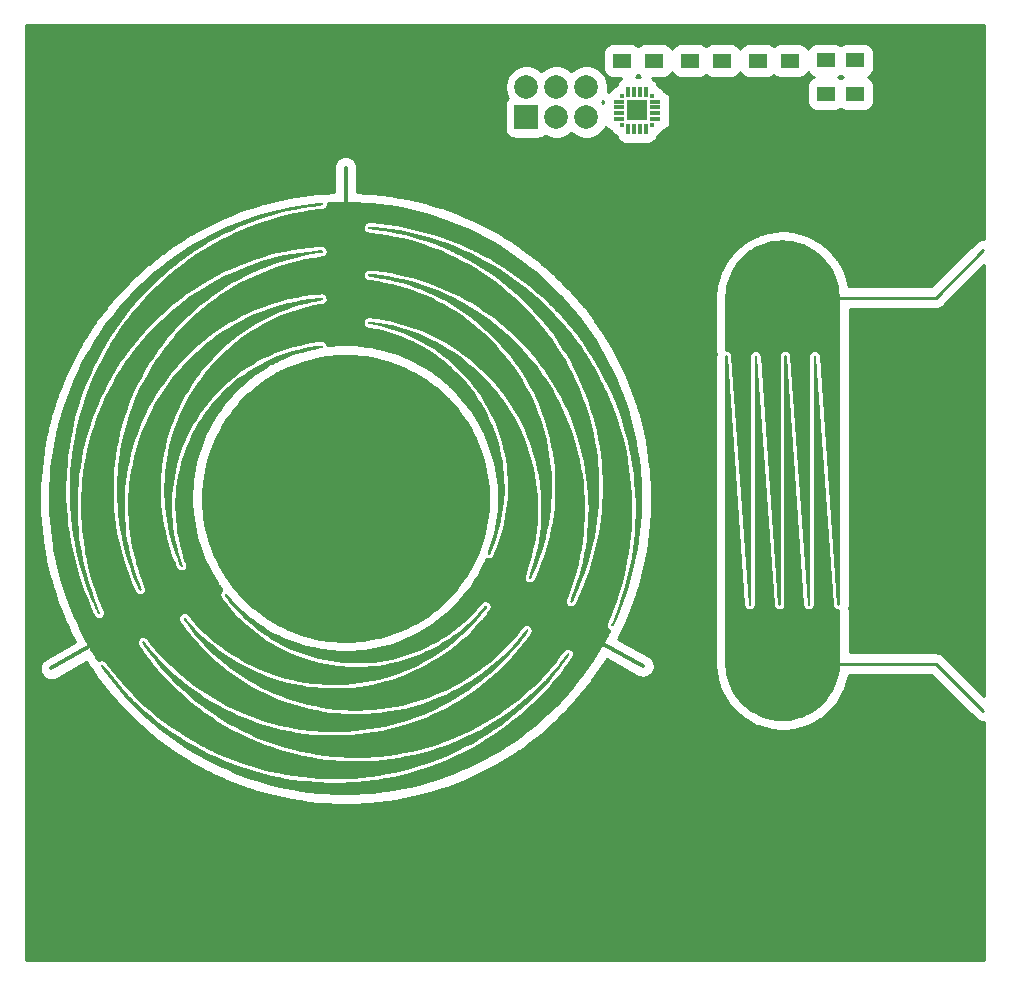
<source format=gbr>
%TF.GenerationSoftware,KiCad,Pcbnew,(5.1.6)-1*%
%TF.CreationDate,2020-10-14T00:10:14+11:00*%
%TF.ProjectId,MPR121 Template,4d505231-3231-4205-9465-6d706c617465,rev?*%
%TF.SameCoordinates,Original*%
%TF.FileFunction,Copper,L1,Top*%
%TF.FilePolarity,Positive*%
%FSLAX46Y46*%
G04 Gerber Fmt 4.6, Leading zero omitted, Abs format (unit mm)*
G04 Created by KiCad (PCBNEW (5.1.6)-1) date 2020-10-14 00:10:14*
%MOMM*%
%LPD*%
G01*
G04 APERTURE LIST*
%TA.AperFunction,Conductor*%
%ADD10C,0.100000*%
%TD*%
%TA.AperFunction,SMDPad,CuDef*%
%ADD11R,1.500000X1.250000*%
%TD*%
%TA.AperFunction,SMDPad,CuDef*%
%ADD12R,1.500000X1.300000*%
%TD*%
%TA.AperFunction,ComponentPad*%
%ADD13C,2.000000*%
%TD*%
%TA.AperFunction,ComponentPad*%
%ADD14R,2.000000X2.000000*%
%TD*%
%TA.AperFunction,SMDPad,CuDef*%
%ADD15R,0.300000X0.300000*%
%TD*%
%TA.AperFunction,SMDPad,CuDef*%
%ADD16R,0.900000X0.300000*%
%TD*%
%TA.AperFunction,SMDPad,CuDef*%
%ADD17R,0.300000X0.900000*%
%TD*%
%TA.AperFunction,SMDPad,CuDef*%
%ADD18R,1.800000X1.800000*%
%TD*%
%TA.AperFunction,Conductor*%
%ADD19C,0.250000*%
%TD*%
%TA.AperFunction,Conductor*%
%ADD20C,0.300000*%
%TD*%
%TA.AperFunction,NonConductor*%
%ADD21C,0.254000*%
%TD*%
G04 APERTURE END LIST*
%TA.AperFunction,Conductor*%
D10*
%TO.N,N/C*%
%TO.C,REF\u002A\u002A\u002A*%
G36*
X90048259Y-71995935D02*
G01*
X90048408Y-71995941D01*
X90086015Y-71997896D01*
X90086100Y-71997901D01*
X90135080Y-72001288D01*
X90135129Y-72001292D01*
X90197444Y-72006212D01*
X90197471Y-72006214D01*
X90275085Y-72012768D01*
X90275099Y-72012769D01*
X90369972Y-72021057D01*
X90369979Y-72021058D01*
X90477974Y-72030639D01*
X90478050Y-72030646D01*
X91179345Y-72103691D01*
X91179493Y-72103709D01*
X91877796Y-72197596D01*
X91877943Y-72197618D01*
X92572738Y-72312159D01*
X92572884Y-72312185D01*
X93263656Y-72447193D01*
X93263801Y-72447223D01*
X93950034Y-72602509D01*
X93950177Y-72602544D01*
X94631354Y-72777920D01*
X94631495Y-72777959D01*
X95307101Y-72973238D01*
X95307242Y-72973280D01*
X95976760Y-73188274D01*
X95976899Y-73188321D01*
X96639815Y-73422841D01*
X96639952Y-73422892D01*
X97295748Y-73676751D01*
X97295884Y-73676806D01*
X97944045Y-73949815D01*
X97944179Y-73949874D01*
X98584189Y-74241846D01*
X98584322Y-74241909D01*
X99215666Y-74552656D01*
X99215797Y-74552723D01*
X99837957Y-74882057D01*
X99838087Y-74882128D01*
X100450549Y-75229860D01*
X100450676Y-75229935D01*
X101052922Y-75595878D01*
X101053048Y-75595957D01*
X101644564Y-75979923D01*
X101644666Y-75979991D01*
X102015704Y-76233940D01*
X102015803Y-76234010D01*
X102592774Y-76649828D01*
X102592893Y-76649916D01*
X103156794Y-77082107D01*
X103156909Y-77082198D01*
X103707347Y-77530361D01*
X103707459Y-77530455D01*
X104244038Y-77994186D01*
X104244148Y-77994284D01*
X104766476Y-78473183D01*
X104766583Y-78473283D01*
X105274262Y-78966948D01*
X105274365Y-78967052D01*
X105767004Y-79475081D01*
X105767105Y-79475188D01*
X106244306Y-79997179D01*
X106244404Y-79997290D01*
X106705775Y-80532843D01*
X106705870Y-80532956D01*
X107151015Y-81081667D01*
X107151107Y-81081783D01*
X107579632Y-81643252D01*
X107579720Y-81643372D01*
X107991230Y-82217197D01*
X107991297Y-82217293D01*
X108214262Y-82544028D01*
X108214306Y-82544093D01*
X108449335Y-82900502D01*
X108449379Y-82900570D01*
X108671177Y-83249046D01*
X108671224Y-83249121D01*
X108882362Y-83594090D01*
X108882409Y-83594169D01*
X109085458Y-83940061D01*
X109085504Y-83940141D01*
X109283037Y-84291382D01*
X109283080Y-84291461D01*
X109477666Y-84652482D01*
X109477705Y-84652556D01*
X109671918Y-85027783D01*
X109671945Y-85027834D01*
X109771263Y-85225264D01*
X109771280Y-85225298D01*
X109894474Y-85474954D01*
X109894494Y-85474996D01*
X110008350Y-85711275D01*
X110008374Y-85711325D01*
X110114911Y-85938726D01*
X110114936Y-85938780D01*
X110216168Y-86161801D01*
X110216193Y-86161858D01*
X110314137Y-86384997D01*
X110314162Y-86385053D01*
X110410836Y-86612809D01*
X110410857Y-86612861D01*
X110508276Y-86849731D01*
X110508292Y-86849771D01*
X110583075Y-87036154D01*
X110583108Y-87036237D01*
X110836434Y-87701460D01*
X110836483Y-87701596D01*
X111069090Y-88370350D01*
X111069137Y-88370490D01*
X111281094Y-89043098D01*
X111281136Y-89043241D01*
X111472509Y-89720027D01*
X111472548Y-89720171D01*
X111643406Y-90401459D01*
X111643440Y-90401604D01*
X111793851Y-91087718D01*
X111793881Y-91087865D01*
X111923913Y-91779127D01*
X111923938Y-91779273D01*
X112033658Y-92476008D01*
X112033679Y-92476154D01*
X112123157Y-93178685D01*
X112123173Y-93178830D01*
X112192474Y-93887481D01*
X112192486Y-93887625D01*
X112241681Y-94602719D01*
X112241688Y-94602832D01*
X112261446Y-95031533D01*
X112261449Y-95031608D01*
X112264187Y-95119860D01*
X112264188Y-95119906D01*
X112266495Y-95226040D01*
X112266495Y-95226071D01*
X112268372Y-95347019D01*
X112268373Y-95347043D01*
X112269819Y-95479735D01*
X112269819Y-95479753D01*
X112270836Y-95621122D01*
X112270836Y-95621138D01*
X112271421Y-95768116D01*
X112271421Y-95768131D01*
X112271577Y-95917648D01*
X112271577Y-95917662D01*
X112271302Y-96066652D01*
X112271302Y-96066667D01*
X112270598Y-96212060D01*
X112270598Y-96212077D01*
X112269462Y-96350806D01*
X112269462Y-96350826D01*
X112267897Y-96479821D01*
X112267896Y-96479846D01*
X112265901Y-96596040D01*
X112265901Y-96596075D01*
X112263475Y-96696400D01*
X112263473Y-96696445D01*
X112261437Y-96757732D01*
X112261433Y-96757830D01*
X112223296Y-97479646D01*
X112223286Y-97479790D01*
X112164623Y-98196481D01*
X112164609Y-98196626D01*
X112085432Y-98908146D01*
X112085414Y-98908292D01*
X111985730Y-99614594D01*
X111985707Y-99614740D01*
X111865530Y-100315779D01*
X111865503Y-100315925D01*
X111724840Y-101011656D01*
X111724808Y-101011801D01*
X111563671Y-101702178D01*
X111563635Y-101702323D01*
X111382034Y-102387301D01*
X111381994Y-102387445D01*
X111179938Y-103066977D01*
X111179893Y-103067119D01*
X110957395Y-103741160D01*
X110957346Y-103741301D01*
X110714413Y-104409806D01*
X110714361Y-104409944D01*
X110451006Y-105072867D01*
X110450966Y-105072965D01*
X110328418Y-105363345D01*
X110328417Y-105363347D01*
X110297777Y-105435875D01*
X110269546Y-105505004D01*
X110244968Y-105567498D01*
X110225349Y-105619970D01*
X110211920Y-105659214D01*
X110206362Y-105679655D01*
X110201876Y-105759572D01*
X110216796Y-105839162D01*
X110249840Y-105915875D01*
X110299709Y-105986972D01*
X110365171Y-106049799D01*
X110403637Y-106077435D01*
X110403656Y-106077449D01*
X110444125Y-106106812D01*
X110444889Y-106107496D01*
X110468904Y-106133918D01*
X110469489Y-106134704D01*
X110469863Y-106135466D01*
X110480780Y-106163490D01*
X110481105Y-106164903D01*
X110482766Y-106185482D01*
X110482749Y-106186462D01*
X110482603Y-106187212D01*
X110477580Y-106205450D01*
X110477381Y-106206030D01*
X110462750Y-106241467D01*
X110462671Y-106241646D01*
X110439093Y-106292963D01*
X110439051Y-106293053D01*
X110407186Y-106358929D01*
X110407159Y-106358985D01*
X110367668Y-106438102D01*
X110367648Y-106438142D01*
X110321191Y-106529178D01*
X110321175Y-106529209D01*
X110268412Y-106630845D01*
X110268398Y-106630871D01*
X110209989Y-106741786D01*
X110209977Y-106741809D01*
X110146584Y-106860685D01*
X110146577Y-106860697D01*
X110135237Y-106881815D01*
X110135203Y-106881879D01*
X109782608Y-107516452D01*
X109782537Y-107516574D01*
X109414359Y-108137115D01*
X109414284Y-108137238D01*
X109029975Y-108744540D01*
X109029896Y-108744661D01*
X108628907Y-109339516D01*
X108628824Y-109339635D01*
X108210607Y-109922833D01*
X108210521Y-109922949D01*
X107774526Y-110495283D01*
X107774438Y-110495395D01*
X107320118Y-111057655D01*
X107320033Y-111057758D01*
X106903106Y-111546596D01*
X106903029Y-111546684D01*
X106571864Y-111916970D01*
X106571793Y-111917048D01*
X106224377Y-112289381D01*
X106224308Y-112289453D01*
X105864670Y-112659798D01*
X105864602Y-112659867D01*
X105496776Y-113024195D01*
X105496705Y-113024264D01*
X105124721Y-113378540D01*
X105124647Y-113378609D01*
X104752538Y-113718803D01*
X104752477Y-113718858D01*
X104566865Y-113883087D01*
X104566790Y-113883152D01*
X104008196Y-114357784D01*
X104008085Y-114357876D01*
X103437507Y-114815084D01*
X103437393Y-114815172D01*
X102855057Y-115254821D01*
X102854940Y-115254907D01*
X102261072Y-115676861D01*
X102260953Y-115676943D01*
X101655777Y-116081065D01*
X101655655Y-116081144D01*
X101039397Y-116467300D01*
X101039273Y-116467375D01*
X100412159Y-116835427D01*
X100412033Y-116835499D01*
X99774288Y-117185312D01*
X99774159Y-117185380D01*
X99126009Y-117516817D01*
X99125880Y-117516881D01*
X98467550Y-117829808D01*
X98467418Y-117829868D01*
X97799133Y-118124147D01*
X97799000Y-118124203D01*
X97120986Y-118399700D01*
X97120908Y-118399731D01*
X97002606Y-118445489D01*
X97002526Y-118445520D01*
X96324804Y-118694409D01*
X96324666Y-118694457D01*
X95639241Y-118923745D01*
X95639103Y-118923789D01*
X94946675Y-119133312D01*
X94946536Y-119133352D01*
X94247806Y-119322946D01*
X94247667Y-119322981D01*
X93543335Y-119492482D01*
X93543195Y-119492514D01*
X92833963Y-119641758D01*
X92833821Y-119641785D01*
X92120389Y-119770607D01*
X92120247Y-119770631D01*
X91403314Y-119878868D01*
X91403171Y-119878887D01*
X90683440Y-119966373D01*
X90683338Y-119966385D01*
X90382744Y-119996680D01*
X90382699Y-119996684D01*
X90209725Y-120012535D01*
X90209692Y-120012538D01*
X90041132Y-120026853D01*
X90041096Y-120026856D01*
X89872844Y-120039921D01*
X89872808Y-120039924D01*
X89700758Y-120052023D01*
X89700724Y-120052025D01*
X89520770Y-120063444D01*
X89520740Y-120063446D01*
X89328777Y-120074471D01*
X89328752Y-120074472D01*
X89120673Y-120085386D01*
X89120660Y-120085387D01*
X89069611Y-120087936D01*
X89069555Y-120087938D01*
X89023469Y-120089719D01*
X89023413Y-120089721D01*
X88958710Y-120091490D01*
X88958680Y-120091491D01*
X88877762Y-120093227D01*
X88877744Y-120093227D01*
X88783013Y-120094910D01*
X88783000Y-120094910D01*
X88676860Y-120096520D01*
X88676850Y-120096521D01*
X88561701Y-120098039D01*
X88561693Y-120098039D01*
X88439939Y-120099443D01*
X88439931Y-120099443D01*
X88313974Y-120100714D01*
X88313968Y-120100714D01*
X88186210Y-120101831D01*
X88186203Y-120101831D01*
X88059045Y-120102775D01*
X88059038Y-120102775D01*
X87934885Y-120103526D01*
X87934878Y-120103526D01*
X87816130Y-120104062D01*
X87816121Y-120104062D01*
X87705181Y-120104365D01*
X87705169Y-120104365D01*
X87604439Y-120104414D01*
X87604424Y-120104414D01*
X87516307Y-120104189D01*
X87516284Y-120104189D01*
X87443181Y-120103669D01*
X87443142Y-120103668D01*
X87387457Y-120102834D01*
X87387397Y-120102833D01*
X87364600Y-120102217D01*
X87364555Y-120102216D01*
X87203456Y-120096401D01*
X87203439Y-120096400D01*
X87043451Y-120090086D01*
X87043434Y-120090085D01*
X86888252Y-120083439D01*
X86888234Y-120083439D01*
X86741552Y-120076630D01*
X86741531Y-120076629D01*
X86607046Y-120069823D01*
X86607020Y-120069821D01*
X86488425Y-120063186D01*
X86488399Y-120063185D01*
X86443296Y-120060433D01*
X86443215Y-120060427D01*
X85715259Y-120004100D01*
X85715116Y-120004087D01*
X84990405Y-119926946D01*
X84990262Y-119926929D01*
X84269209Y-119829092D01*
X84269066Y-119829070D01*
X83552084Y-119710659D01*
X83551942Y-119710634D01*
X82839445Y-119571767D01*
X82839304Y-119571737D01*
X82131703Y-119412535D01*
X82131563Y-119412501D01*
X81429271Y-119233082D01*
X81429132Y-119233045D01*
X80732563Y-119033531D01*
X80732425Y-119033489D01*
X80041991Y-118813997D01*
X80041854Y-118813951D01*
X79357968Y-118574604D01*
X79357833Y-118574555D01*
X78680909Y-118315470D01*
X78680775Y-118315416D01*
X78011224Y-118036714D01*
X78011091Y-118036657D01*
X77349326Y-117738457D01*
X77349195Y-117738395D01*
X76695630Y-117420818D01*
X76695500Y-117420753D01*
X76050548Y-117083918D01*
X76050470Y-117083876D01*
X75901966Y-117002909D01*
X75901887Y-117002865D01*
X75273889Y-116645703D01*
X75273764Y-116645630D01*
X74656007Y-116270163D01*
X74655885Y-116270086D01*
X74048940Y-115876767D01*
X74048820Y-115876687D01*
X73453256Y-115465969D01*
X73453140Y-115465886D01*
X72869525Y-115038222D01*
X72869410Y-115038136D01*
X72298315Y-114593978D01*
X72298204Y-114593888D01*
X71740197Y-114133691D01*
X71740088Y-114133599D01*
X71195739Y-113657815D01*
X71195632Y-113657719D01*
X70665510Y-113166800D01*
X70665405Y-113166700D01*
X70150079Y-112661100D01*
X70149977Y-112660997D01*
X69650017Y-112141170D01*
X69649929Y-112141075D01*
X69271422Y-111726504D01*
X69271347Y-111726421D01*
X68918087Y-111321677D01*
X68918018Y-111321596D01*
X68569972Y-110905330D01*
X68569906Y-110905250D01*
X68230641Y-110481927D01*
X68230577Y-110481844D01*
X67903662Y-110055929D01*
X67903596Y-110055842D01*
X67592597Y-109631800D01*
X67592559Y-109631747D01*
X67549679Y-109571641D01*
X67549673Y-109571633D01*
X67489759Y-109487291D01*
X67489753Y-109487282D01*
X67441011Y-109418359D01*
X67440995Y-109418336D01*
X67402318Y-109363002D01*
X67402285Y-109362955D01*
X67372564Y-109319379D01*
X67372503Y-109319287D01*
X67350629Y-109285638D01*
X67350519Y-109285461D01*
X67335386Y-109259908D01*
X67335203Y-109259569D01*
X67325702Y-109240280D01*
X67325446Y-109239660D01*
X67320468Y-109224805D01*
X67320249Y-109223848D01*
X67318687Y-109211596D01*
X67318657Y-109210640D01*
X67319402Y-109199159D01*
X67319448Y-109198736D01*
X67320624Y-109190949D01*
X67320839Y-109190072D01*
X67336247Y-109145200D01*
X67336655Y-109144309D01*
X67337454Y-109143275D01*
X67366375Y-109114575D01*
X67367135Y-109113956D01*
X67368125Y-109113448D01*
X67394282Y-109103537D01*
X67395312Y-109103268D01*
X67413961Y-109100471D01*
X67415063Y-109100429D01*
X67432771Y-109101706D01*
X67434171Y-109102013D01*
X67452533Y-109108917D01*
X67453594Y-109109469D01*
X67474207Y-109123554D01*
X67474797Y-109124026D01*
X67499254Y-109146846D01*
X67499554Y-109147151D01*
X67529452Y-109180257D01*
X67529604Y-109180434D01*
X67566537Y-109225381D01*
X67566615Y-109225477D01*
X67612178Y-109283819D01*
X67612215Y-109283869D01*
X67668004Y-109357158D01*
X67668017Y-109357175D01*
X67693528Y-109390989D01*
X68022619Y-109818574D01*
X68356215Y-110233138D01*
X68698733Y-110639982D01*
X69054618Y-111044429D01*
X69274272Y-111285832D01*
X69334040Y-111349822D01*
X69406877Y-111426285D01*
X69490723Y-111513157D01*
X69583535Y-111608394D01*
X69583534Y-111608395D01*
X69683218Y-111709897D01*
X69787758Y-111815650D01*
X69895087Y-111923582D01*
X70003153Y-112031636D01*
X70109899Y-112137755D01*
X70213284Y-112239895D01*
X70311216Y-112335961D01*
X70311217Y-112335960D01*
X70401698Y-112423951D01*
X70401697Y-112423952D01*
X70482597Y-112501735D01*
X70551928Y-112567320D01*
X70581239Y-112594551D01*
X71124028Y-113080791D01*
X71677647Y-113548921D01*
X72241971Y-113998872D01*
X72816878Y-114430574D01*
X73402235Y-114843951D01*
X73997908Y-115238926D01*
X74603794Y-115615439D01*
X75219696Y-115973378D01*
X75845578Y-116312719D01*
X76481218Y-116633339D01*
X77126523Y-116935182D01*
X77781396Y-117218187D01*
X78445617Y-117482241D01*
X79119184Y-117727319D01*
X79801895Y-117953318D01*
X79960039Y-118002542D01*
X80560472Y-118179179D01*
X81159563Y-118339119D01*
X81759377Y-118482728D01*
X82361780Y-118610324D01*
X82968913Y-118722284D01*
X83582690Y-118818939D01*
X84205071Y-118900629D01*
X84838126Y-118967710D01*
X85483746Y-119020518D01*
X86009754Y-119052676D01*
X86079379Y-119055610D01*
X86167736Y-119058191D01*
X86272522Y-119060423D01*
X86391266Y-119062303D01*
X86391266Y-119062302D01*
X86521654Y-119063831D01*
X86661233Y-119065008D01*
X86807635Y-119065833D01*
X86958470Y-119066307D01*
X87111339Y-119066429D01*
X87263868Y-119066200D01*
X87413664Y-119065619D01*
X87558336Y-119064687D01*
X87695495Y-119063404D01*
X87822771Y-119061770D01*
X87822771Y-119061771D01*
X87937708Y-119059787D01*
X87937708Y-119059786D01*
X88038019Y-119057450D01*
X88038019Y-119057451D01*
X88121158Y-119054766D01*
X88169167Y-119052616D01*
X88613578Y-119026390D01*
X89040887Y-118995170D01*
X89454514Y-118958569D01*
X89857937Y-118916196D01*
X90254621Y-118867666D01*
X90648180Y-118812573D01*
X91041972Y-118750544D01*
X91360709Y-118695453D01*
X92064407Y-118558515D01*
X92761728Y-118401498D01*
X93452383Y-118224609D01*
X94135895Y-118028101D01*
X94811979Y-117812174D01*
X95480277Y-117577049D01*
X96140339Y-117322981D01*
X96791866Y-117050166D01*
X97434497Y-116758827D01*
X98067814Y-116449210D01*
X98691475Y-116121527D01*
X99305109Y-115776004D01*
X99908379Y-115412848D01*
X100500851Y-115032324D01*
X101082217Y-114634617D01*
X101652080Y-114219971D01*
X102210084Y-113788602D01*
X102755852Y-113340742D01*
X103289022Y-112876612D01*
X103809207Y-112396451D01*
X104316091Y-111900436D01*
X104809253Y-111388843D01*
X105288347Y-110861873D01*
X105752997Y-110319761D01*
X106202840Y-109762726D01*
X106379980Y-109533913D01*
X106454631Y-109435600D01*
X106531911Y-109332532D01*
X106610591Y-109226434D01*
X106689437Y-109119043D01*
X106689436Y-109119043D01*
X106767264Y-109012023D01*
X106842814Y-108907148D01*
X106914876Y-108806118D01*
X106982230Y-108710649D01*
X107043653Y-108622462D01*
X107097923Y-108543277D01*
X107143786Y-108474856D01*
X107180065Y-108418857D01*
X107205473Y-108377106D01*
X107214952Y-108359698D01*
X107231707Y-108324232D01*
X107241741Y-108295176D01*
X107246850Y-108264497D01*
X107248664Y-108224030D01*
X107248814Y-108197847D01*
X107247989Y-108148934D01*
X107244462Y-108113342D01*
X107236669Y-108082835D01*
X107222843Y-108048909D01*
X107215671Y-108033499D01*
X107169157Y-107957048D01*
X107110657Y-107895140D01*
X107042728Y-107848133D01*
X106968078Y-107816632D01*
X106889422Y-107801245D01*
X106809478Y-107802572D01*
X106730931Y-107821214D01*
X106656397Y-107857818D01*
X106606741Y-107895669D01*
X106582742Y-107920284D01*
X106549857Y-107958323D01*
X106511530Y-108005621D01*
X106471268Y-108057900D01*
X106445482Y-108092839D01*
X106445469Y-108092857D01*
X106177606Y-108452512D01*
X106177531Y-108452610D01*
X105892147Y-108816655D01*
X105892075Y-108816744D01*
X105591597Y-109182466D01*
X105591527Y-109182549D01*
X105278381Y-109547235D01*
X105278312Y-109547315D01*
X104954926Y-109908251D01*
X104954855Y-109908328D01*
X104623655Y-110262801D01*
X104623582Y-110262877D01*
X104286995Y-110608174D01*
X104286918Y-110608252D01*
X103947372Y-110941657D01*
X103947292Y-110941733D01*
X103636098Y-111234056D01*
X103636000Y-111234146D01*
X103128909Y-111685707D01*
X103128792Y-111685808D01*
X102608813Y-112120714D01*
X102608692Y-112120812D01*
X102076216Y-112538809D01*
X102076093Y-112538903D01*
X101531513Y-112939739D01*
X101531387Y-112939829D01*
X100975096Y-113323249D01*
X100974966Y-113323335D01*
X100407353Y-113689086D01*
X100407221Y-113689168D01*
X99828681Y-114036996D01*
X99828547Y-114037074D01*
X99239470Y-114366727D01*
X99239333Y-114366801D01*
X98640111Y-114678024D01*
X98639971Y-114678094D01*
X98030997Y-114970635D01*
X98030863Y-114970697D01*
X97478063Y-115216393D01*
X97477928Y-115216451D01*
X96847298Y-115474835D01*
X96847154Y-115474891D01*
X96211040Y-115712826D01*
X96210893Y-115712878D01*
X95569407Y-115930337D01*
X95569259Y-115930385D01*
X94922511Y-116127342D01*
X94922360Y-116127385D01*
X94270459Y-116303812D01*
X94270307Y-116303851D01*
X93613364Y-116459724D01*
X93613211Y-116459758D01*
X92951337Y-116595050D01*
X92951184Y-116595079D01*
X92284488Y-116709763D01*
X92284334Y-116709787D01*
X91612928Y-116803836D01*
X91612774Y-116803855D01*
X90936766Y-116877245D01*
X90936619Y-116877259D01*
X90313815Y-116926308D01*
X90313695Y-116926316D01*
X89949184Y-116946221D01*
X89949092Y-116946225D01*
X89570850Y-116959938D01*
X89570766Y-116959940D01*
X89184302Y-116967449D01*
X89184222Y-116967450D01*
X88795045Y-116968746D01*
X88794964Y-116968746D01*
X88408585Y-116963817D01*
X88408501Y-116963815D01*
X88030427Y-116952649D01*
X88030336Y-116952645D01*
X87666078Y-116935232D01*
X87666020Y-116935229D01*
X87607956Y-116931774D01*
X87607870Y-116931768D01*
X86931628Y-116879869D01*
X86931475Y-116879855D01*
X86259378Y-116807335D01*
X86259225Y-116807316D01*
X85591682Y-116714375D01*
X85591529Y-116714352D01*
X84928949Y-116601190D01*
X84928798Y-116601161D01*
X84271591Y-116467979D01*
X84271441Y-116467947D01*
X83620014Y-116314944D01*
X83619865Y-116314906D01*
X82974628Y-116142284D01*
X82974480Y-116142242D01*
X82335842Y-115950199D01*
X82335696Y-115950153D01*
X81704065Y-115738892D01*
X81703920Y-115738841D01*
X81079706Y-115508560D01*
X81079564Y-115508505D01*
X80463174Y-115259405D01*
X80463032Y-115259345D01*
X79854877Y-114991626D01*
X79854738Y-114991562D01*
X79255226Y-114705425D01*
X79255089Y-114705357D01*
X78664629Y-114401001D01*
X78664494Y-114400929D01*
X78083495Y-114078555D01*
X78083362Y-114078479D01*
X77512232Y-113738288D01*
X77512102Y-113738207D01*
X76951250Y-113380398D01*
X76951122Y-113380314D01*
X76400958Y-113005088D01*
X76400832Y-113004999D01*
X75861764Y-112612555D01*
X75861641Y-112612463D01*
X75334078Y-112203003D01*
X75333958Y-112202907D01*
X74818309Y-111776631D01*
X74818192Y-111776531D01*
X74314865Y-111333638D01*
X74314751Y-111333534D01*
X73824157Y-110874224D01*
X73824046Y-110874117D01*
X73346592Y-110398592D01*
X73346484Y-110398481D01*
X72882579Y-109906941D01*
X72882492Y-109906846D01*
X72583914Y-109573729D01*
X72583843Y-109573649D01*
X72303332Y-109246919D01*
X72303265Y-109246839D01*
X72023176Y-108906451D01*
X72023114Y-108906374D01*
X71747039Y-108556971D01*
X71746979Y-108556894D01*
X71478505Y-108203121D01*
X71478445Y-108203040D01*
X71221164Y-107849538D01*
X71221103Y-107849451D01*
X70978602Y-107500865D01*
X70978566Y-107500814D01*
X70958195Y-107470738D01*
X70958186Y-107470724D01*
X70909904Y-107398920D01*
X70909880Y-107398885D01*
X70872423Y-107342151D01*
X70872377Y-107342079D01*
X70844435Y-107298131D01*
X70844348Y-107297989D01*
X70824609Y-107264545D01*
X70824460Y-107264273D01*
X70811613Y-107239049D01*
X70811389Y-107238543D01*
X70804124Y-107219256D01*
X70803892Y-107218434D01*
X70800897Y-107202801D01*
X70800813Y-107202077D01*
X70800507Y-107195035D01*
X70800599Y-107193836D01*
X70809372Y-107150036D01*
X70809658Y-107149098D01*
X70810378Y-107147885D01*
X70835320Y-107116861D01*
X70836006Y-107116161D01*
X70836816Y-107115608D01*
X70837297Y-107115377D01*
X70876350Y-107099134D01*
X70877287Y-107098849D01*
X70877843Y-107098769D01*
X70900698Y-107096810D01*
X70901244Y-107096793D01*
X70917297Y-107097175D01*
X70917989Y-107097240D01*
X70932205Y-107099577D01*
X70933366Y-107099916D01*
X70947538Y-107105999D01*
X70948513Y-107106555D01*
X70964437Y-107118176D01*
X70964977Y-107118632D01*
X70984446Y-107137579D01*
X70984705Y-107137851D01*
X71009512Y-107165917D01*
X71009633Y-107166059D01*
X71041572Y-107205032D01*
X71041627Y-107205099D01*
X71082493Y-107256772D01*
X71082514Y-107256800D01*
X71134100Y-107322961D01*
X71134104Y-107322966D01*
X71149194Y-107342377D01*
X71452054Y-107720414D01*
X71773450Y-108099492D01*
X72111080Y-108477237D01*
X72462545Y-108851165D01*
X72825596Y-109218952D01*
X73197829Y-109578113D01*
X73576940Y-109926269D01*
X73960617Y-110261020D01*
X74027335Y-110317437D01*
X74534065Y-110730145D01*
X75052469Y-111125306D01*
X75582269Y-111502874D01*
X76122954Y-111862625D01*
X76674033Y-112204351D01*
X77235097Y-112527899D01*
X77805687Y-112833081D01*
X78385340Y-113119707D01*
X78973571Y-113387582D01*
X79569975Y-113636545D01*
X80174073Y-113866396D01*
X80785369Y-114076942D01*
X81403482Y-114268022D01*
X82027947Y-114439447D01*
X82658214Y-114591007D01*
X83293922Y-114722544D01*
X83934586Y-114833864D01*
X84579749Y-114924784D01*
X85228969Y-114995120D01*
X85681687Y-115031738D01*
X85809244Y-115040435D01*
X85809244Y-115040434D01*
X85925549Y-115047886D01*
X86033602Y-115054184D01*
X86136400Y-115059418D01*
X86237049Y-115063682D01*
X86237049Y-115063683D01*
X86338527Y-115067068D01*
X86443871Y-115069666D01*
X86556206Y-115071571D01*
X86678559Y-115072875D01*
X86813912Y-115073670D01*
X86965340Y-115074047D01*
X87078865Y-115074112D01*
X87242564Y-115073968D01*
X87388135Y-115073472D01*
X87518625Y-115072532D01*
X87637117Y-115071057D01*
X87746589Y-115068955D01*
X87850109Y-115066133D01*
X87950824Y-115062497D01*
X88051654Y-115057958D01*
X88155747Y-115052420D01*
X88266112Y-115045793D01*
X88385804Y-115037983D01*
X88476033Y-115031815D01*
X89127386Y-114976081D01*
X89775488Y-114899511D01*
X90420015Y-114802242D01*
X91060373Y-114684448D01*
X91696172Y-114546263D01*
X92326804Y-114387870D01*
X92951901Y-114209394D01*
X93570835Y-114011026D01*
X94183219Y-113792894D01*
X94788520Y-113555165D01*
X95386231Y-113298000D01*
X95975870Y-113021550D01*
X96556983Y-112725955D01*
X97128993Y-112411412D01*
X97567823Y-112153441D01*
X98122276Y-111805719D01*
X98664345Y-111440895D01*
X99193743Y-111059248D01*
X99710167Y-110661061D01*
X100213251Y-110246667D01*
X100702700Y-109816345D01*
X101178183Y-109370400D01*
X101639397Y-108909113D01*
X102085986Y-108432816D01*
X102517642Y-107941793D01*
X102934045Y-107436343D01*
X103334875Y-106916756D01*
X103591783Y-106564764D01*
X103645105Y-106488604D01*
X103686321Y-106425773D01*
X103716849Y-106373225D01*
X103738129Y-106327910D01*
X103751647Y-106286725D01*
X103758895Y-106246458D01*
X103761302Y-106203794D01*
X103761328Y-106198285D01*
X103754821Y-106119096D01*
X103733986Y-106050316D01*
X103696567Y-105986065D01*
X103654846Y-105936131D01*
X103594541Y-105879737D01*
X103534330Y-105841630D01*
X103468787Y-105819251D01*
X103392196Y-105810218D01*
X103368119Y-105809795D01*
X103318124Y-105810746D01*
X103281659Y-105814540D01*
X103250649Y-105822587D01*
X103216823Y-105836489D01*
X103211497Y-105838954D01*
X103174453Y-105858263D01*
X103140699Y-105880989D01*
X103107006Y-105910120D01*
X103070245Y-105948663D01*
X103027406Y-105999524D01*
X102982335Y-106056701D01*
X102982313Y-106056729D01*
X102596669Y-106538904D01*
X102596563Y-106539031D01*
X102198674Y-107004100D01*
X102198563Y-107004226D01*
X101787990Y-107452656D01*
X101787873Y-107452780D01*
X101364178Y-107885044D01*
X101364056Y-107885164D01*
X100926802Y-108301730D01*
X100926707Y-108301818D01*
X100698060Y-108508627D01*
X100697962Y-108508713D01*
X100236566Y-108904713D01*
X100236434Y-108904823D01*
X99763011Y-109283581D01*
X99762874Y-109283686D01*
X99277931Y-109645026D01*
X99277792Y-109645126D01*
X98781837Y-109988874D01*
X98781695Y-109988969D01*
X98275232Y-110314951D01*
X98275087Y-110315041D01*
X97758625Y-110623082D01*
X97758478Y-110623167D01*
X97232522Y-110913092D01*
X97232372Y-110913171D01*
X96697430Y-111184806D01*
X96697278Y-111184880D01*
X96153855Y-111438051D01*
X96153700Y-111438120D01*
X95602304Y-111672651D01*
X95602147Y-111672715D01*
X95043284Y-111888433D01*
X95043126Y-111888491D01*
X94477303Y-112085220D01*
X94477143Y-112085272D01*
X93904866Y-112262838D01*
X93904704Y-112262886D01*
X93326480Y-112421115D01*
X93326316Y-112421157D01*
X92742652Y-112559874D01*
X92742487Y-112559910D01*
X92153888Y-112678941D01*
X92153722Y-112678972D01*
X91560697Y-112778141D01*
X91560529Y-112778166D01*
X90963582Y-112857300D01*
X90963413Y-112857319D01*
X90363053Y-112916242D01*
X90362884Y-112916256D01*
X89759617Y-112954795D01*
X89759446Y-112954803D01*
X89153777Y-112972783D01*
X89153606Y-112972785D01*
X88546043Y-112970031D01*
X88545872Y-112970027D01*
X87936922Y-112946364D01*
X87936822Y-112946359D01*
X87835596Y-112940393D01*
X87835495Y-112940386D01*
X87227002Y-112892221D01*
X87226831Y-112892205D01*
X86621633Y-112823236D01*
X86621462Y-112823213D01*
X86020068Y-112733630D01*
X86019899Y-112733602D01*
X85422819Y-112623592D01*
X85422651Y-112623558D01*
X84830396Y-112493309D01*
X84830230Y-112493270D01*
X84243311Y-112342972D01*
X84243146Y-112342926D01*
X83662072Y-112172765D01*
X83661909Y-112172715D01*
X83087191Y-111982882D01*
X83087030Y-111982825D01*
X82519178Y-111773506D01*
X82519019Y-111773445D01*
X81958544Y-111544830D01*
X81958387Y-111544763D01*
X81405798Y-111297039D01*
X81405643Y-111296966D01*
X80861452Y-111030323D01*
X80861300Y-111030245D01*
X80326016Y-110744870D01*
X80325866Y-110744787D01*
X79800000Y-110440868D01*
X79799853Y-110440780D01*
X79283915Y-110118507D01*
X79283771Y-110118413D01*
X78778272Y-109777973D01*
X78778131Y-109777875D01*
X78283580Y-109419456D01*
X78283509Y-109419403D01*
X78272151Y-109410863D01*
X78272081Y-109410809D01*
X77791290Y-109035730D01*
X77791155Y-109035621D01*
X77324042Y-108644440D01*
X77323911Y-108644327D01*
X76870777Y-108237355D01*
X76870650Y-108237237D01*
X76431799Y-107814787D01*
X76431677Y-107814665D01*
X76007409Y-107377051D01*
X76007291Y-107376926D01*
X75597908Y-106924458D01*
X75597795Y-106924328D01*
X75203599Y-106457320D01*
X75203491Y-106457187D01*
X74824784Y-105975952D01*
X74824680Y-105975816D01*
X74461763Y-105480665D01*
X74461707Y-105480587D01*
X74417784Y-105418182D01*
X74417760Y-105418147D01*
X74368901Y-105347453D01*
X74368831Y-105347349D01*
X74331992Y-105291093D01*
X74331851Y-105290864D01*
X74306190Y-105246662D01*
X74305944Y-105246180D01*
X74290619Y-105211648D01*
X74290300Y-105210666D01*
X74284469Y-105183418D01*
X74284359Y-105182444D01*
X74284397Y-105181746D01*
X74287218Y-105159398D01*
X74287436Y-105158442D01*
X74287772Y-105157661D01*
X74298406Y-105137829D01*
X74299061Y-105136887D01*
X74314742Y-105119090D01*
X74315423Y-105118449D01*
X74345721Y-105094870D01*
X74346550Y-105094347D01*
X74347525Y-105093979D01*
X74379705Y-105085550D01*
X74380820Y-105085389D01*
X74389546Y-105085123D01*
X74389829Y-105085123D01*
X74403307Y-105085475D01*
X74404040Y-105085548D01*
X74416359Y-105087709D01*
X74417500Y-105088053D01*
X74430356Y-105093679D01*
X74431251Y-105094187D01*
X74446342Y-105104932D01*
X74446829Y-105105327D01*
X74465852Y-105122847D01*
X74466090Y-105123081D01*
X74490742Y-105149031D01*
X74490857Y-105149156D01*
X74522835Y-105185193D01*
X74522889Y-105185256D01*
X74563891Y-105233035D01*
X74563915Y-105233063D01*
X74615637Y-105294239D01*
X74615645Y-105294247D01*
X74659452Y-105346300D01*
X74961263Y-105693405D01*
X75281268Y-106039048D01*
X75616533Y-106380274D01*
X75964131Y-106714138D01*
X76321152Y-107037707D01*
X76462600Y-107160720D01*
X76913215Y-107534127D01*
X77375679Y-107890133D01*
X77849528Y-108228559D01*
X78334202Y-108549157D01*
X78829291Y-108851782D01*
X79334217Y-109136180D01*
X79848539Y-109402177D01*
X80371725Y-109649552D01*
X80903273Y-109878100D01*
X81442738Y-110087636D01*
X81989532Y-110277923D01*
X82543260Y-110448790D01*
X83103309Y-110600000D01*
X83669308Y-110731381D01*
X84240649Y-110842700D01*
X84816914Y-110933772D01*
X85397520Y-111004376D01*
X85930480Y-111050760D01*
X86100288Y-111061290D01*
X86284442Y-111070063D01*
X86479350Y-111077050D01*
X86681198Y-111082214D01*
X86886423Y-111085528D01*
X87091423Y-111086960D01*
X87292418Y-111086479D01*
X87485885Y-111084055D01*
X87668134Y-111079659D01*
X87835388Y-111073263D01*
X87941449Y-111067591D01*
X88537900Y-111021422D01*
X89125313Y-110956194D01*
X89704304Y-110871763D01*
X90275214Y-110768022D01*
X90838690Y-110644811D01*
X91395106Y-110502027D01*
X91945003Y-110339525D01*
X92488893Y-110157170D01*
X93027188Y-109954859D01*
X93560499Y-109732415D01*
X94089244Y-109489735D01*
X94329209Y-109372200D01*
X94850527Y-109100038D01*
X95360200Y-108810222D01*
X95858045Y-108502900D01*
X96343793Y-108178275D01*
X96817275Y-107836481D01*
X97278243Y-107477705D01*
X97726437Y-107102151D01*
X98161678Y-106709953D01*
X98583729Y-106301293D01*
X98992395Y-105876314D01*
X99252216Y-105589740D01*
X99338326Y-105491437D01*
X99426836Y-105388364D01*
X99516671Y-105281905D01*
X99606554Y-105173683D01*
X99695320Y-105065187D01*
X99781775Y-104957940D01*
X99864729Y-104853466D01*
X99942987Y-104753286D01*
X100015357Y-104658925D01*
X100080623Y-104571935D01*
X100137619Y-104493807D01*
X100185149Y-104426068D01*
X100221976Y-104370313D01*
X100246890Y-104328116D01*
X100256436Y-104307891D01*
X100278044Y-104224076D01*
X100280117Y-104139019D01*
X100262769Y-104056359D01*
X100248381Y-104020470D01*
X100201922Y-103942607D01*
X100142961Y-103877899D01*
X100074181Y-103827769D01*
X99998328Y-103793729D01*
X99918142Y-103777273D01*
X99836075Y-103779890D01*
X99822907Y-103782203D01*
X99773419Y-103793743D01*
X99730618Y-103808640D01*
X99691343Y-103829133D01*
X99652375Y-103857563D01*
X99610596Y-103896315D01*
X99562987Y-103947706D01*
X99506586Y-104013950D01*
X99498409Y-104023821D01*
X99498349Y-104023893D01*
X99154333Y-104423629D01*
X99154201Y-104423776D01*
X98793617Y-104810746D01*
X98793481Y-104810886D01*
X98417193Y-105184347D01*
X98417053Y-105184481D01*
X98025925Y-105543692D01*
X98025781Y-105543819D01*
X97620676Y-105888037D01*
X97620526Y-105888159D01*
X97202306Y-106216643D01*
X97202152Y-106216759D01*
X96771682Y-106528767D01*
X96771523Y-106528878D01*
X96329664Y-106823667D01*
X96329524Y-106823758D01*
X96012264Y-107020457D01*
X96012161Y-107020518D01*
X95831876Y-107126398D01*
X95831800Y-107126442D01*
X95638334Y-107235559D01*
X95638268Y-107235596D01*
X95436149Y-107345593D01*
X95436087Y-107345626D01*
X95229839Y-107454151D01*
X95229778Y-107454183D01*
X95023929Y-107558881D01*
X95023863Y-107558913D01*
X94822939Y-107657429D01*
X94822865Y-107657465D01*
X94631392Y-107747445D01*
X94631316Y-107747480D01*
X94507625Y-107803116D01*
X94507501Y-107803170D01*
X94006168Y-108012573D01*
X94005988Y-108012644D01*
X93499075Y-108201716D01*
X93498892Y-108201780D01*
X92986709Y-108370442D01*
X92986522Y-108370500D01*
X92469380Y-108518673D01*
X92469191Y-108518723D01*
X91947402Y-108646328D01*
X91947210Y-108646371D01*
X91421084Y-108753329D01*
X91420891Y-108753364D01*
X90890740Y-108839596D01*
X90890545Y-108839624D01*
X90356679Y-108905051D01*
X90356527Y-108905067D01*
X90054478Y-108932717D01*
X90054342Y-108932728D01*
X89651791Y-108958566D01*
X89651640Y-108958573D01*
X89238078Y-108972570D01*
X89237935Y-108972573D01*
X88819910Y-108974728D01*
X88819768Y-108974727D01*
X88403824Y-108965041D01*
X88403676Y-108965035D01*
X87996359Y-108943507D01*
X87996252Y-108943500D01*
X87851401Y-108932724D01*
X87851273Y-108932713D01*
X87317957Y-108879246D01*
X87317762Y-108879223D01*
X86787981Y-108805019D01*
X86787788Y-108804988D01*
X86262151Y-108710277D01*
X86261960Y-108710238D01*
X85741075Y-108595250D01*
X85740886Y-108595205D01*
X85225360Y-108460172D01*
X85225173Y-108460119D01*
X84715614Y-108305272D01*
X84715430Y-108305212D01*
X84212446Y-108130780D01*
X84212264Y-108130713D01*
X83716463Y-107936928D01*
X83716284Y-107936854D01*
X83228275Y-107723946D01*
X83228098Y-107723865D01*
X82748487Y-107492066D01*
X82748314Y-107491978D01*
X82277711Y-107241517D01*
X82277541Y-107241422D01*
X81816552Y-106972531D01*
X81816385Y-106972429D01*
X81365619Y-106685339D01*
X81365456Y-106685231D01*
X80925521Y-106380171D01*
X80925402Y-106380086D01*
X80713379Y-106223672D01*
X80713300Y-106223613D01*
X80468557Y-106035528D01*
X80468471Y-106035460D01*
X80236129Y-105848676D01*
X80236037Y-105848600D01*
X80011762Y-105659344D01*
X80011670Y-105659265D01*
X79791127Y-105463763D01*
X79791040Y-105463684D01*
X79569893Y-105258166D01*
X79569816Y-105258092D01*
X79343731Y-105038784D01*
X79343688Y-105038742D01*
X79287221Y-104982650D01*
X79287165Y-104982594D01*
X78984511Y-104672225D01*
X78984411Y-104672119D01*
X78699925Y-104362788D01*
X78699821Y-104362672D01*
X78430885Y-104051356D01*
X78430782Y-104051232D01*
X78174783Y-103734913D01*
X78174688Y-103734792D01*
X77947903Y-103436163D01*
X77947855Y-103436099D01*
X77898981Y-103369570D01*
X77898963Y-103369544D01*
X77861303Y-103317583D01*
X77861257Y-103317519D01*
X77833356Y-103277724D01*
X77833263Y-103277587D01*
X77813666Y-103247558D01*
X77813495Y-103247276D01*
X77800749Y-103224612D01*
X77800489Y-103224079D01*
X77793138Y-103206379D01*
X77792878Y-103205559D01*
X77789470Y-103190421D01*
X77789357Y-103189630D01*
X77788437Y-103174654D01*
X77788428Y-103174372D01*
X77788414Y-103171527D01*
X77788513Y-103170511D01*
X77797372Y-103126722D01*
X77797660Y-103125785D01*
X77798374Y-103124583D01*
X77823395Y-103093408D01*
X77824080Y-103092708D01*
X77824889Y-103092154D01*
X77825364Y-103091926D01*
X77864214Y-103075670D01*
X77865151Y-103075382D01*
X77865719Y-103075300D01*
X77887207Y-103073467D01*
X77887829Y-103073453D01*
X77906161Y-103074176D01*
X77907019Y-103074285D01*
X77923313Y-103077802D01*
X77924507Y-103078224D01*
X77941044Y-103086554D01*
X77941908Y-103087106D01*
X77960967Y-103102271D01*
X77961401Y-103102660D01*
X77985263Y-103126681D01*
X77985457Y-103126888D01*
X78016402Y-103161784D01*
X78016483Y-103161877D01*
X78056791Y-103209671D01*
X78056818Y-103209704D01*
X78094528Y-103255183D01*
X78374155Y-103580654D01*
X78672009Y-103903104D01*
X78985217Y-104219670D01*
X79310891Y-104527464D01*
X79646112Y-104823574D01*
X79761873Y-104921178D01*
X80164725Y-105243070D01*
X80580243Y-105548297D01*
X81007659Y-105836504D01*
X81446214Y-106107344D01*
X81895182Y-106360490D01*
X82353790Y-106595586D01*
X82821303Y-106812299D01*
X83296945Y-107010273D01*
X83780027Y-107189189D01*
X84269702Y-107348671D01*
X84765279Y-107488397D01*
X85266012Y-107608022D01*
X85771133Y-107707200D01*
X85917866Y-107732012D01*
X86290917Y-107787883D01*
X86654381Y-107831996D01*
X87013689Y-107864748D01*
X87374472Y-107886554D01*
X87742205Y-107897815D01*
X88122364Y-107898933D01*
X88185190Y-107898190D01*
X88646786Y-107884488D01*
X89096687Y-107855946D01*
X89538931Y-107812047D01*
X89977378Y-107752285D01*
X90416034Y-107676139D01*
X90858874Y-107583088D01*
X91162649Y-107510333D01*
X91659856Y-107374728D01*
X92150044Y-107219374D01*
X92632722Y-107044662D01*
X93107327Y-106851004D01*
X93573278Y-106638821D01*
X94030074Y-106408495D01*
X94477085Y-106160471D01*
X94913768Y-105895152D01*
X95339590Y-105612934D01*
X95753966Y-105314241D01*
X96156341Y-104999483D01*
X96546141Y-104669079D01*
X96922844Y-104323411D01*
X97285837Y-103962935D01*
X97634619Y-103588003D01*
X97968548Y-103199116D01*
X98287157Y-102796576D01*
X98589814Y-102380883D01*
X98876015Y-101952368D01*
X98991418Y-101768273D01*
X99082376Y-101617161D01*
X99176841Y-101454282D01*
X99272990Y-101283100D01*
X99368915Y-101107217D01*
X99462634Y-100930373D01*
X99552242Y-100756173D01*
X99635855Y-100588178D01*
X99711553Y-100430014D01*
X99777401Y-100285344D01*
X99783840Y-100270686D01*
X99783864Y-100270632D01*
X99817707Y-100196012D01*
X99817800Y-100195819D01*
X99846336Y-100139454D01*
X99846533Y-100139100D01*
X99871027Y-100099118D01*
X99871486Y-100098486D01*
X99893202Y-100073012D01*
X99893908Y-100072332D01*
X99894325Y-100072036D01*
X99914527Y-100059196D01*
X99915402Y-100058754D01*
X99916343Y-100058491D01*
X99930419Y-100056017D01*
X99931397Y-100055943D01*
X99931959Y-100055988D01*
X99950737Y-100058542D01*
X99951072Y-100058599D01*
X99983959Y-100065374D01*
X99984106Y-100065406D01*
X100024777Y-100075070D01*
X100024854Y-100075090D01*
X100034928Y-100077654D01*
X100123613Y-100091794D01*
X100206728Y-100086416D01*
X100287187Y-100061134D01*
X100366285Y-100016287D01*
X100395245Y-99993927D01*
X100421984Y-99967265D01*
X100448075Y-99933755D01*
X100475089Y-99890799D01*
X100504546Y-99835860D01*
X100537943Y-99766485D01*
X100576833Y-99680129D01*
X100585326Y-99660782D01*
X100794606Y-99156355D01*
X100983666Y-98646216D01*
X101152466Y-98130814D01*
X101300923Y-97610719D01*
X101428979Y-97086427D01*
X101536565Y-96558463D01*
X101623620Y-96027337D01*
X101690080Y-95493552D01*
X101735870Y-94957672D01*
X101760931Y-94420168D01*
X101765194Y-93881609D01*
X101748595Y-93342459D01*
X101711068Y-92803294D01*
X101652543Y-92264577D01*
X101584212Y-91794930D01*
X101487145Y-91264086D01*
X101369851Y-90738875D01*
X101232657Y-90219896D01*
X101075872Y-89707657D01*
X100899812Y-89202692D01*
X100704766Y-88705461D01*
X100491087Y-88216594D01*
X100259047Y-87736522D01*
X100008969Y-87265795D01*
X99741189Y-86804979D01*
X99456006Y-86354573D01*
X99153693Y-85915045D01*
X98834628Y-85487012D01*
X98499073Y-85070931D01*
X98147382Y-84667379D01*
X97779819Y-84276823D01*
X97396735Y-83899830D01*
X96998416Y-83536898D01*
X96585164Y-83188545D01*
X96347080Y-82999834D01*
X95909635Y-82674060D01*
X95461547Y-82366525D01*
X95003145Y-82077352D01*
X94534920Y-81806771D01*
X94057236Y-81554936D01*
X93570555Y-81322056D01*
X93075219Y-81108278D01*
X92571733Y-80913823D01*
X92060407Y-80738835D01*
X91541744Y-80583526D01*
X91016090Y-80448059D01*
X90483925Y-80332634D01*
X90162306Y-80273181D01*
X90075237Y-80257311D01*
X90075108Y-80257286D01*
X90009055Y-80243431D01*
X90008810Y-80243373D01*
X89963733Y-80231521D01*
X89963114Y-80231314D01*
X89938963Y-80221456D01*
X89937849Y-80220824D01*
X89935438Y-80219012D01*
X89934716Y-80218349D01*
X89934287Y-80217796D01*
X89912890Y-80185823D01*
X89912427Y-80184959D01*
X89912114Y-80183870D01*
X89905609Y-80145116D01*
X89905542Y-80144138D01*
X89905627Y-80143360D01*
X89912997Y-80104344D01*
X89913272Y-80103403D01*
X89913656Y-80102645D01*
X89933883Y-80069886D01*
X89934477Y-80069107D01*
X89935286Y-80068405D01*
X89960564Y-80050863D01*
X89961421Y-80050386D01*
X89961887Y-80050210D01*
X89976007Y-80045679D01*
X89976853Y-80045487D01*
X89994898Y-80043004D01*
X89995521Y-80042957D01*
X90020550Y-80042663D01*
X90020899Y-80042671D01*
X90055976Y-80044712D01*
X90056153Y-80044726D01*
X90104340Y-80049244D01*
X90104424Y-80049252D01*
X90168782Y-80056390D01*
X90168814Y-80056394D01*
X90214024Y-80061704D01*
X90214120Y-80061716D01*
X90793200Y-80141096D01*
X90793378Y-80141124D01*
X91366829Y-80240834D01*
X91367005Y-80240868D01*
X91934427Y-80360725D01*
X91934603Y-80360765D01*
X92495591Y-80500583D01*
X92495766Y-80500630D01*
X93049920Y-80660224D01*
X93050093Y-80660278D01*
X93597008Y-80839464D01*
X93597179Y-80839523D01*
X94136454Y-81038114D01*
X94136623Y-81038180D01*
X94667856Y-81255994D01*
X94668022Y-81256066D01*
X95190809Y-81492916D01*
X95190973Y-81492993D01*
X95704912Y-81748695D01*
X95705073Y-81748779D01*
X96209762Y-82023148D01*
X96209920Y-82023238D01*
X96704956Y-82316088D01*
X96705110Y-82316183D01*
X97190091Y-82627331D01*
X97190241Y-82627431D01*
X97664765Y-82956692D01*
X97664912Y-82956798D01*
X98128575Y-83303985D01*
X98128717Y-83304095D01*
X98581118Y-83669025D01*
X98581256Y-83669141D01*
X99021992Y-84051629D01*
X99022079Y-84051705D01*
X99146643Y-84164956D01*
X99146729Y-84165037D01*
X99563282Y-84562038D01*
X99563411Y-84562166D01*
X99965204Y-84974121D01*
X99965329Y-84974253D01*
X100351939Y-85400535D01*
X100352057Y-85400671D01*
X100723059Y-85840655D01*
X100723173Y-85840794D01*
X101078144Y-86293851D01*
X101078252Y-86293994D01*
X101416769Y-86759499D01*
X101416871Y-86759646D01*
X101738508Y-87236972D01*
X101738606Y-87237122D01*
X102042942Y-87725642D01*
X102043034Y-87725796D01*
X102329643Y-88224884D01*
X102329730Y-88225042D01*
X102598190Y-88734072D01*
X102598271Y-88734233D01*
X102848157Y-89252576D01*
X102848233Y-89252741D01*
X103079122Y-89779773D01*
X103079189Y-89779933D01*
X103272007Y-90265432D01*
X103272068Y-90265596D01*
X103466753Y-90810498D01*
X103466812Y-90810670D01*
X103641249Y-91361452D01*
X103641300Y-91361627D01*
X103795426Y-91917758D01*
X103795472Y-91917933D01*
X103929220Y-92478885D01*
X103929258Y-92479062D01*
X104042564Y-93044303D01*
X104042597Y-93044481D01*
X104135395Y-93613483D01*
X104135421Y-93613662D01*
X104207648Y-94185894D01*
X104207667Y-94186073D01*
X104259256Y-94761006D01*
X104259269Y-94761186D01*
X104290155Y-95338289D01*
X104290161Y-95338469D01*
X104300280Y-95917213D01*
X104300280Y-95917392D01*
X104289567Y-96497247D01*
X104289561Y-96497427D01*
X104257951Y-97077863D01*
X104257938Y-97078042D01*
X104205364Y-97658529D01*
X104205353Y-97658635D01*
X104192947Y-97769252D01*
X104192934Y-97769359D01*
X104119509Y-98317219D01*
X104119482Y-98317395D01*
X104026020Y-98865791D01*
X104025988Y-98865963D01*
X103913047Y-99412541D01*
X103913008Y-99412710D01*
X103781145Y-99955118D01*
X103781101Y-99955287D01*
X103630873Y-100491170D01*
X103630823Y-100491339D01*
X103462788Y-101018343D01*
X103462740Y-101018485D01*
X103342609Y-101359602D01*
X103342589Y-101359659D01*
X103246061Y-101623517D01*
X103246230Y-101723209D01*
X103246936Y-101772309D01*
X103249776Y-101807011D01*
X103256094Y-101834462D01*
X103267398Y-101862134D01*
X103278878Y-101884991D01*
X103329235Y-101961325D01*
X103391255Y-102022329D01*
X103462417Y-102067569D01*
X103540060Y-102096400D01*
X103621552Y-102108176D01*
X103704228Y-102102245D01*
X103785465Y-102077947D01*
X103862859Y-102034479D01*
X103867297Y-102031260D01*
X103892412Y-102011571D01*
X103914818Y-101990656D01*
X103936066Y-101966094D01*
X103957699Y-101935406D01*
X103981123Y-101896232D01*
X104007764Y-101846208D01*
X104039076Y-101782918D01*
X104076406Y-101704187D01*
X104105978Y-101640594D01*
X104354763Y-101078108D01*
X104583923Y-100508476D01*
X104793341Y-99932304D01*
X104982912Y-99350171D01*
X105152535Y-98762630D01*
X105302086Y-98170317D01*
X105431448Y-97573847D01*
X105540510Y-96973798D01*
X105629168Y-96370732D01*
X105697302Y-95765273D01*
X105744799Y-95158018D01*
X105771546Y-94549593D01*
X105777430Y-93940510D01*
X105762340Y-93331451D01*
X105745297Y-93000597D01*
X105697013Y-92379453D01*
X105628237Y-91763526D01*
X105539007Y-91152949D01*
X105429341Y-90547751D01*
X105299295Y-89948186D01*
X105148883Y-89354274D01*
X104978147Y-88766191D01*
X104787118Y-88184049D01*
X104575836Y-87607997D01*
X104344329Y-87038143D01*
X104092637Y-86474627D01*
X103919215Y-86113795D01*
X103638018Y-85568405D01*
X103339174Y-85034339D01*
X103023107Y-84511992D01*
X102690204Y-84001689D01*
X102340899Y-83503839D01*
X101975599Y-83018802D01*
X101594665Y-82546884D01*
X101198598Y-82088562D01*
X100787711Y-81644088D01*
X100362470Y-81213894D01*
X99923283Y-80798343D01*
X99470513Y-80397757D01*
X99004635Y-80012561D01*
X98526002Y-79643073D01*
X98035050Y-79289681D01*
X97532176Y-78952742D01*
X97017803Y-78632629D01*
X96492326Y-78329701D01*
X95956159Y-78044326D01*
X95409712Y-77776871D01*
X94853395Y-77527701D01*
X94287613Y-77297179D01*
X93895689Y-77150544D01*
X93359077Y-76966653D01*
X92813987Y-76798934D01*
X92263183Y-76648070D01*
X91709372Y-76514728D01*
X91155385Y-76399608D01*
X90603827Y-76303359D01*
X90265079Y-76253571D01*
X90173912Y-76241096D01*
X90173891Y-76241093D01*
X90101382Y-76230857D01*
X90101324Y-76230848D01*
X90045189Y-76222246D01*
X90045060Y-76222225D01*
X90002994Y-76214648D01*
X90002730Y-76214593D01*
X89972429Y-76207432D01*
X89971916Y-76207281D01*
X89951076Y-76199929D01*
X89950180Y-76199509D01*
X89936495Y-76191356D01*
X89935381Y-76190454D01*
X89926548Y-76180892D01*
X89925827Y-76179885D01*
X89919540Y-76168305D01*
X89919339Y-76167890D01*
X89915679Y-76159358D01*
X89915391Y-76158460D01*
X89905114Y-76111702D01*
X89904998Y-76110729D01*
X89905118Y-76109537D01*
X89914423Y-76067972D01*
X89914730Y-76067041D01*
X89915446Y-76065881D01*
X89942455Y-76033162D01*
X89943357Y-76032311D01*
X89952672Y-76025491D01*
X89953354Y-76025071D01*
X89963622Y-76019834D01*
X89964603Y-76019458D01*
X89978023Y-76015871D01*
X89978818Y-76015726D01*
X89997594Y-76013854D01*
X89998073Y-76013829D01*
X90024406Y-76013738D01*
X90024666Y-76013744D01*
X90060757Y-76015502D01*
X90060895Y-76015511D01*
X90108946Y-76019182D01*
X90109017Y-76019187D01*
X90171230Y-76024837D01*
X90171265Y-76024841D01*
X90249842Y-76032538D01*
X90249857Y-76032539D01*
X90346998Y-76042349D01*
X90347002Y-76042350D01*
X90361573Y-76043831D01*
X90361654Y-76043840D01*
X91000907Y-76119411D01*
X91001068Y-76119432D01*
X91637529Y-76215778D01*
X91637689Y-76215805D01*
X92270678Y-76332713D01*
X92270836Y-76332745D01*
X92899677Y-76470003D01*
X92899834Y-76470040D01*
X93523846Y-76627435D01*
X93524001Y-76627477D01*
X94142508Y-76804796D01*
X94142662Y-76804842D01*
X94754984Y-77001872D01*
X94755136Y-77001924D01*
X95360596Y-77218453D01*
X95360746Y-77218510D01*
X95958664Y-77454325D01*
X95958814Y-77454386D01*
X96548514Y-77709274D01*
X96548662Y-77709341D01*
X97129464Y-77983090D01*
X97129610Y-77983162D01*
X97700836Y-78275559D01*
X97700948Y-78275618D01*
X98002515Y-78439706D01*
X98002624Y-78439767D01*
X98565278Y-78764427D01*
X98565417Y-78764510D01*
X99116219Y-79106578D01*
X99116355Y-79106666D01*
X99654938Y-79465781D01*
X99655071Y-79465873D01*
X100181067Y-79841678D01*
X100181196Y-79841774D01*
X100694235Y-80233908D01*
X100694362Y-80234007D01*
X101194076Y-80642113D01*
X101194199Y-80642217D01*
X101680221Y-81065935D01*
X101680340Y-81066043D01*
X102152300Y-81505014D01*
X102152416Y-81505125D01*
X102609948Y-81958989D01*
X102610061Y-81959104D01*
X103052794Y-82427504D01*
X103052902Y-82427623D01*
X103480469Y-82910199D01*
X103480574Y-82910322D01*
X103892606Y-83406715D01*
X103892707Y-83406840D01*
X104288837Y-83916691D01*
X104288934Y-83916821D01*
X104668793Y-84439771D01*
X104668886Y-84439903D01*
X105032105Y-84975593D01*
X105032194Y-84975729D01*
X105378405Y-85523800D01*
X105378467Y-85523900D01*
X105529538Y-85776042D01*
X105529597Y-85776144D01*
X105851061Y-86342406D01*
X105851139Y-86342547D01*
X106153034Y-86916828D01*
X106153107Y-86916973D01*
X106435363Y-87499034D01*
X106435432Y-87499182D01*
X106697978Y-88088785D01*
X106698042Y-88088935D01*
X106940808Y-88685842D01*
X106940867Y-88685995D01*
X107163785Y-89289967D01*
X107163839Y-89290121D01*
X107366837Y-89900921D01*
X107366886Y-89901077D01*
X107549894Y-90518466D01*
X107549938Y-90518623D01*
X107712888Y-91142364D01*
X107712926Y-91142522D01*
X107855746Y-91772375D01*
X107855780Y-91772534D01*
X107978402Y-92408262D01*
X107978430Y-92408421D01*
X108080782Y-93049786D01*
X108080804Y-93049945D01*
X108162817Y-93696708D01*
X108162835Y-93696867D01*
X108224439Y-94348790D01*
X108224451Y-94348948D01*
X108265576Y-95005794D01*
X108265581Y-95005884D01*
X108270015Y-95105655D01*
X108270017Y-95105706D01*
X108272827Y-95188024D01*
X108272829Y-95188078D01*
X108275184Y-95288388D01*
X108275184Y-95288423D01*
X108277082Y-95403544D01*
X108277083Y-95403569D01*
X108278524Y-95530323D01*
X108278524Y-95530344D01*
X108279510Y-95665551D01*
X108279510Y-95665568D01*
X108280039Y-95806048D01*
X108280039Y-95806064D01*
X108280111Y-95948640D01*
X108280111Y-95948657D01*
X108279727Y-96090147D01*
X108279727Y-96090164D01*
X108278887Y-96227391D01*
X108278887Y-96227410D01*
X108277590Y-96357193D01*
X108277589Y-96357217D01*
X108275836Y-96476377D01*
X108275836Y-96476408D01*
X108273627Y-96581766D01*
X108273626Y-96581812D01*
X108270960Y-96670189D01*
X108270958Y-96670234D01*
X108270016Y-96694235D01*
X108270012Y-96694328D01*
X108232284Y-97346911D01*
X108232272Y-97347068D01*
X108174199Y-97995647D01*
X108174182Y-97995805D01*
X108095866Y-98639907D01*
X108095845Y-98640064D01*
X107997388Y-99279219D01*
X107997361Y-99279377D01*
X107878864Y-99913111D01*
X107878832Y-99913269D01*
X107740397Y-100541111D01*
X107740359Y-100541268D01*
X107582088Y-101162746D01*
X107582046Y-101162903D01*
X107404040Y-101777545D01*
X107403992Y-101777701D01*
X107206353Y-102385035D01*
X107206299Y-102385191D01*
X106989128Y-102984745D01*
X106989078Y-102984876D01*
X106826212Y-103397916D01*
X106826191Y-103397970D01*
X106729427Y-103635287D01*
X106729427Y-103729843D01*
X106730192Y-103778248D01*
X106733537Y-103813096D01*
X106741026Y-103842443D01*
X106754410Y-103874565D01*
X106763119Y-103892623D01*
X106810963Y-103967341D01*
X106874110Y-104031693D01*
X106948109Y-104081323D01*
X106962432Y-104088422D01*
X106994751Y-104102206D01*
X107024105Y-104110536D01*
X107058026Y-104114807D01*
X107103987Y-104116242D01*
X107121465Y-104116298D01*
X107171408Y-104115559D01*
X107207137Y-104112517D01*
X107235916Y-104105890D01*
X107265373Y-104094225D01*
X107283096Y-104085803D01*
X107319843Y-104066462D01*
X107351656Y-104045894D01*
X107380374Y-104021772D01*
X107407812Y-103991718D01*
X107435711Y-103953344D01*
X107465769Y-103904280D01*
X107499629Y-103842261D01*
X107538985Y-103764977D01*
X107577253Y-103687138D01*
X107859212Y-103084194D01*
X108123163Y-102470668D01*
X108368800Y-101847565D01*
X108595747Y-101216060D01*
X108803705Y-100577136D01*
X108992340Y-99931856D01*
X109161307Y-99281331D01*
X109310279Y-98626614D01*
X109438936Y-97968714D01*
X109530421Y-97418576D01*
X109623034Y-96743571D01*
X109694660Y-96066981D01*
X109745348Y-95389205D01*
X109775119Y-94710836D01*
X109784007Y-94032296D01*
X109772041Y-93354239D01*
X109739251Y-92677086D01*
X109685669Y-92001427D01*
X109611321Y-91327718D01*
X109516240Y-90656515D01*
X109400455Y-89988333D01*
X109263996Y-89323697D01*
X109106900Y-88663155D01*
X109002336Y-88267502D01*
X108875214Y-87824275D01*
X108735076Y-87372930D01*
X108584204Y-86920272D01*
X108424788Y-86472824D01*
X108259112Y-86037362D01*
X108218327Y-85934527D01*
X107956366Y-85307840D01*
X107675531Y-84690501D01*
X107376119Y-84082871D01*
X107058459Y-83485377D01*
X106722836Y-82898369D01*
X106369615Y-82322333D01*
X105999079Y-81757618D01*
X105611527Y-81204599D01*
X105207312Y-80663734D01*
X104786711Y-80135373D01*
X104350072Y-79619957D01*
X103897677Y-79117849D01*
X103429840Y-78629451D01*
X102946957Y-78155244D01*
X102449195Y-77695487D01*
X101937016Y-77250716D01*
X101410640Y-76821245D01*
X100870379Y-76407480D01*
X100554165Y-76177262D01*
X100035113Y-75817758D01*
X99502147Y-75471190D01*
X98953801Y-75136640D01*
X98388248Y-74812961D01*
X98376788Y-74806613D01*
X98287855Y-74758147D01*
X98182985Y-74702294D01*
X98065246Y-74640600D01*
X97937912Y-74574720D01*
X97804157Y-74506256D01*
X97667110Y-74436787D01*
X97530007Y-74367948D01*
X97396014Y-74301335D01*
X97268335Y-74238568D01*
X97150084Y-74181218D01*
X97044558Y-74130946D01*
X96965744Y-74094293D01*
X96338361Y-73818530D01*
X95704063Y-73562701D01*
X95063260Y-73326940D01*
X94416107Y-73111289D01*
X93763117Y-72915910D01*
X93104536Y-72740880D01*
X92440656Y-72586292D01*
X91771822Y-72452255D01*
X91604240Y-72422032D01*
X91411144Y-72389113D01*
X91206444Y-72356301D01*
X90995058Y-72324287D01*
X90781953Y-72293775D01*
X90781953Y-72293774D01*
X90572223Y-72265483D01*
X90370680Y-72240091D01*
X90182423Y-72218318D01*
X90095844Y-72209111D01*
X90095758Y-72209101D01*
X90044822Y-72202785D01*
X90044610Y-72202754D01*
X89999517Y-72195193D01*
X89999224Y-72195135D01*
X89965316Y-72187343D01*
X89964667Y-72187147D01*
X89948550Y-72181051D01*
X89947672Y-72180616D01*
X89946724Y-72179849D01*
X89919955Y-72152152D01*
X89919346Y-72151384D01*
X89918824Y-72150311D01*
X89906270Y-72113995D01*
X89906042Y-72113041D01*
X89905999Y-72112202D01*
X89907231Y-72073376D01*
X89907357Y-72072405D01*
X89907609Y-72071622D01*
X89922198Y-72036397D01*
X89922660Y-72035532D01*
X89923417Y-72034643D01*
X89950936Y-72009128D01*
X89951717Y-72008536D01*
X89952179Y-72008284D01*
X89959894Y-72004594D01*
X89960345Y-72004405D01*
X89970513Y-72000715D01*
X89971072Y-72000548D01*
X89982804Y-71997784D01*
X89983386Y-71997683D01*
X89998644Y-71995948D01*
X89999063Y-71995918D01*
X90019808Y-71995312D01*
X90020065Y-71995311D01*
X90048259Y-71995935D01*
G37*
%TD.AperFunction*%
%TA.AperFunction,Conductor*%
G36*
X86018643Y-69989182D02*
G01*
X86019252Y-69989239D01*
X86036874Y-69991992D01*
X86037859Y-69992251D01*
X86050344Y-69996936D01*
X86051419Y-69997496D01*
X86061042Y-70004110D01*
X86061643Y-70004596D01*
X86070684Y-70013134D01*
X86070785Y-70013232D01*
X86071752Y-70014198D01*
X86072479Y-70015118D01*
X86093194Y-70048846D01*
X86093622Y-70049728D01*
X86093868Y-70050657D01*
X86100489Y-70091181D01*
X86100551Y-70092159D01*
X86100466Y-70092923D01*
X86092927Y-70132478D01*
X86092650Y-70133418D01*
X86092180Y-70134308D01*
X86073546Y-70162372D01*
X86072927Y-70163131D01*
X86072419Y-70163577D01*
X86061785Y-70171714D01*
X86060860Y-70172275D01*
X86046082Y-70179165D01*
X86045339Y-70179442D01*
X86023514Y-70185658D01*
X86023090Y-70185759D01*
X85991312Y-70191879D01*
X85991097Y-70191915D01*
X85946463Y-70198513D01*
X85946360Y-70198527D01*
X85885963Y-70206179D01*
X85885920Y-70206185D01*
X85821957Y-70213724D01*
X85113427Y-70306321D01*
X84409518Y-70419484D01*
X83710684Y-70553022D01*
X83017305Y-70706756D01*
X82329689Y-70880527D01*
X81648320Y-71074136D01*
X80973553Y-71287413D01*
X80305859Y-71520155D01*
X79645565Y-71772205D01*
X78993079Y-72043380D01*
X78348809Y-72333497D01*
X77713168Y-72642367D01*
X77086539Y-72969818D01*
X76469325Y-73315667D01*
X75861891Y-73679754D01*
X75264681Y-74061871D01*
X74678086Y-74461841D01*
X74102505Y-74879483D01*
X73538301Y-75314645D01*
X72985909Y-75767115D01*
X72445738Y-76236708D01*
X72375972Y-76299419D01*
X72003690Y-76643234D01*
X71630115Y-77003661D01*
X71259160Y-77376682D01*
X70894708Y-77758316D01*
X70540561Y-78144653D01*
X70200603Y-78531709D01*
X70189024Y-78545204D01*
X69736753Y-79088872D01*
X69299917Y-79646756D01*
X68879037Y-80218039D01*
X68474555Y-80802003D01*
X68087006Y-81397805D01*
X67716812Y-82004775D01*
X67364536Y-82622013D01*
X67030641Y-83248789D01*
X66715603Y-83884354D01*
X66419959Y-84527833D01*
X66416370Y-84535964D01*
X66137518Y-85194219D01*
X65878705Y-85859228D01*
X65640001Y-86530699D01*
X65421433Y-87208457D01*
X65223103Y-87892122D01*
X65045067Y-88581445D01*
X64887387Y-89276167D01*
X64750131Y-89976009D01*
X64633376Y-90680641D01*
X64537179Y-91389848D01*
X64461617Y-92103282D01*
X64406753Y-92820675D01*
X64399907Y-92935687D01*
X64380168Y-93355737D01*
X64367961Y-93789997D01*
X64363267Y-94232810D01*
X64366069Y-94678370D01*
X64376345Y-95121248D01*
X64394073Y-95555647D01*
X64410585Y-95846669D01*
X64466506Y-96559029D01*
X64543373Y-97268769D01*
X64641074Y-97975494D01*
X64759498Y-98678752D01*
X64898518Y-99378029D01*
X65058024Y-100072897D01*
X65237895Y-100762869D01*
X65438024Y-101447514D01*
X65658287Y-102126341D01*
X65898578Y-102798925D01*
X66158756Y-103464726D01*
X66438751Y-104123402D01*
X66548654Y-104368074D01*
X66605979Y-104493375D01*
X66655641Y-104600824D01*
X66698394Y-104691875D01*
X66735066Y-104768144D01*
X66766464Y-104831202D01*
X66793304Y-104882441D01*
X66816429Y-104923505D01*
X66836574Y-104955851D01*
X66854548Y-104981070D01*
X66871158Y-105000745D01*
X66877030Y-105006840D01*
X66916659Y-105040535D01*
X66964418Y-105072837D01*
X66996097Y-105090061D01*
X67032162Y-105106046D01*
X67062173Y-105115534D01*
X67094280Y-105120193D01*
X67136746Y-105121549D01*
X67157939Y-105121496D01*
X67209819Y-105119975D01*
X67248037Y-105115407D01*
X67280571Y-105106456D01*
X67309285Y-105094498D01*
X67384782Y-105048987D01*
X67450358Y-104988262D01*
X67501503Y-104916697D01*
X67510555Y-104899502D01*
X67527003Y-104864280D01*
X67537062Y-104835640D01*
X67542367Y-104806024D01*
X67544426Y-104767688D01*
X67544688Y-104730325D01*
X67544606Y-104630617D01*
X67453255Y-104425124D01*
X67453224Y-104425052D01*
X67210406Y-103854845D01*
X67210348Y-103854703D01*
X66982728Y-103271138D01*
X66982676Y-103270998D01*
X66770846Y-102676046D01*
X66770799Y-102675908D01*
X66575350Y-102071543D01*
X66575307Y-102071404D01*
X66396830Y-101459598D01*
X66396792Y-101459459D01*
X66235877Y-100842184D01*
X66235842Y-100842044D01*
X66093082Y-100221273D01*
X66093051Y-100221129D01*
X65969037Y-99598834D01*
X65969017Y-99598725D01*
X65915332Y-99294199D01*
X65915316Y-99294102D01*
X65826854Y-98727004D01*
X65826836Y-98726876D01*
X65754184Y-98166767D01*
X65754168Y-98166634D01*
X65697022Y-97609588D01*
X65697010Y-97609453D01*
X65655065Y-97051547D01*
X65655057Y-97051412D01*
X65628008Y-96488719D01*
X65628003Y-96488588D01*
X65615546Y-95917183D01*
X65615545Y-95917069D01*
X65616002Y-95439386D01*
X65616002Y-95439332D01*
X65617810Y-95284884D01*
X65617811Y-95284871D01*
X65619773Y-95148069D01*
X65619773Y-95148050D01*
X65622015Y-95025367D01*
X65622015Y-95025340D01*
X65624666Y-94913245D01*
X65624667Y-94913211D01*
X65627852Y-94808178D01*
X65627854Y-94808141D01*
X65631700Y-94706639D01*
X65631701Y-94706600D01*
X65636335Y-94605101D01*
X65636337Y-94605065D01*
X65641886Y-94500040D01*
X65641888Y-94500010D01*
X65648479Y-94387931D01*
X65648480Y-94387909D01*
X65656238Y-94265247D01*
X65656239Y-94265236D01*
X65660499Y-94200298D01*
X65660505Y-94200217D01*
X65715528Y-93528778D01*
X65715543Y-93528622D01*
X65791434Y-92860173D01*
X65791454Y-92860018D01*
X65888051Y-92195049D01*
X65888076Y-92194895D01*
X66005220Y-91533896D01*
X66005249Y-91533744D01*
X66142779Y-90877204D01*
X66142813Y-90877052D01*
X66300568Y-90225462D01*
X66300607Y-90225312D01*
X66478429Y-89579162D01*
X66478473Y-89579014D01*
X66676199Y-88938793D01*
X66676247Y-88938645D01*
X66893719Y-88304844D01*
X66893771Y-88304698D01*
X67130827Y-87677806D01*
X67130884Y-87677662D01*
X67387364Y-87058170D01*
X67387426Y-87058028D01*
X67663170Y-86446425D01*
X67663236Y-86446284D01*
X67958084Y-85843060D01*
X67958154Y-85842922D01*
X68271945Y-85248567D01*
X68272020Y-85248430D01*
X68604594Y-84663435D01*
X68604674Y-84663300D01*
X68955871Y-84088153D01*
X68955915Y-84088082D01*
X68983672Y-84044301D01*
X68983717Y-84044231D01*
X69358584Y-83474091D01*
X69358671Y-83473963D01*
X69749703Y-82917487D01*
X69749794Y-82917362D01*
X70156888Y-82374666D01*
X70156984Y-82374542D01*
X70580035Y-81845743D01*
X70580134Y-81845623D01*
X71019039Y-81330835D01*
X71019142Y-81330718D01*
X71473795Y-80830059D01*
X71473902Y-80829945D01*
X71944200Y-80343530D01*
X71944311Y-80343419D01*
X72430149Y-79871365D01*
X72430262Y-79871258D01*
X72931537Y-79413680D01*
X72931653Y-79413577D01*
X73448260Y-78970592D01*
X73448356Y-78970512D01*
X73776652Y-78702965D01*
X73776750Y-78702887D01*
X74312566Y-78288127D01*
X74312691Y-78288034D01*
X74859557Y-77891247D01*
X74859684Y-77891158D01*
X75417216Y-77512495D01*
X75417346Y-77512410D01*
X75985163Y-77152019D01*
X75985295Y-77151937D01*
X76563013Y-76809967D01*
X76563148Y-76809890D01*
X77150384Y-76486492D01*
X77150521Y-76486419D01*
X77746892Y-76181741D01*
X77747032Y-76181673D01*
X78352156Y-75895865D01*
X78352297Y-75895801D01*
X78965790Y-75629012D01*
X78965933Y-75628952D01*
X79587413Y-75381332D01*
X79587558Y-75381277D01*
X80216642Y-75152975D01*
X80216789Y-75152924D01*
X80853094Y-74944090D01*
X80853242Y-74944044D01*
X81496385Y-74754827D01*
X81496534Y-74754786D01*
X82146132Y-74585335D01*
X82146282Y-74585298D01*
X82801952Y-74435763D01*
X82802103Y-74435731D01*
X83463463Y-74306261D01*
X83463615Y-74306234D01*
X84130281Y-74196978D01*
X84130434Y-74196955D01*
X84802024Y-74108064D01*
X84802177Y-74108046D01*
X85478307Y-74039668D01*
X85478419Y-74039658D01*
X85789427Y-74015236D01*
X85789475Y-74015233D01*
X85870246Y-74009682D01*
X85870309Y-74009678D01*
X85932793Y-74006171D01*
X85932944Y-74006165D01*
X85979954Y-74004952D01*
X85980276Y-74004954D01*
X86014623Y-74006283D01*
X86015259Y-74006348D01*
X86039756Y-74010467D01*
X86040824Y-74010772D01*
X86058283Y-74017931D01*
X86059484Y-74018633D01*
X86072717Y-74029081D01*
X86073425Y-74029763D01*
X86084440Y-74042693D01*
X86085000Y-74043497D01*
X86085292Y-74044118D01*
X86097243Y-74074748D01*
X86097508Y-74075691D01*
X86097585Y-74076570D01*
X86097545Y-74114939D01*
X86097448Y-74115915D01*
X86097328Y-74116392D01*
X86086066Y-74153337D01*
X86085464Y-74154621D01*
X86074564Y-74171245D01*
X86073973Y-74171983D01*
X86066283Y-74179915D01*
X86065573Y-74180523D01*
X86055925Y-74187320D01*
X86055067Y-74187805D01*
X86041103Y-74193978D01*
X86040489Y-74194203D01*
X86019848Y-74200260D01*
X86019502Y-74200348D01*
X85989824Y-74206799D01*
X85989643Y-74206835D01*
X85948569Y-74214189D01*
X85948478Y-74214204D01*
X85893647Y-74222972D01*
X85893602Y-74222979D01*
X85822655Y-74233669D01*
X85822636Y-74233672D01*
X85733212Y-74246795D01*
X85733208Y-74246796D01*
X85727749Y-74247592D01*
X85077846Y-74352932D01*
X84433925Y-74478434D01*
X83796337Y-74623931D01*
X83165437Y-74789254D01*
X82541604Y-74974229D01*
X81925200Y-75178689D01*
X81316616Y-75402456D01*
X80716205Y-75645365D01*
X80124373Y-75907231D01*
X79541444Y-76187903D01*
X78967800Y-76487206D01*
X78403864Y-76804942D01*
X77849950Y-77140972D01*
X77306445Y-77495116D01*
X76773756Y-77867178D01*
X76252178Y-78257043D01*
X75742175Y-78664470D01*
X75271786Y-79064951D01*
X75023967Y-79286864D01*
X74770801Y-79521905D01*
X74515603Y-79766744D01*
X74261969Y-80017778D01*
X74013146Y-80271742D01*
X73772689Y-80525066D01*
X73543943Y-80774391D01*
X73343568Y-81000988D01*
X72916440Y-81509391D01*
X72507952Y-82027790D01*
X72118119Y-82556183D01*
X71746837Y-83094719D01*
X71394029Y-83643516D01*
X71059698Y-84202571D01*
X70743733Y-84772061D01*
X70446115Y-85352001D01*
X70214341Y-85838404D01*
X69951417Y-86434749D01*
X69708407Y-87037942D01*
X69485356Y-87647520D01*
X69282359Y-88262888D01*
X69099443Y-88883641D01*
X68936674Y-89509257D01*
X68794104Y-90139275D01*
X68671813Y-90773092D01*
X68569837Y-91410319D01*
X68488242Y-92050423D01*
X68427082Y-92692946D01*
X68386423Y-93337293D01*
X68366316Y-93983095D01*
X68366823Y-94629764D01*
X68388000Y-95276806D01*
X68429908Y-95923814D01*
X68492602Y-96570205D01*
X68576144Y-97215541D01*
X68680580Y-97859238D01*
X68757449Y-98265318D01*
X68892353Y-98887812D01*
X69047717Y-99508396D01*
X69223011Y-100125432D01*
X69417650Y-100737075D01*
X69631069Y-101341552D01*
X69862698Y-101937066D01*
X70112013Y-102521948D01*
X70112195Y-102522355D01*
X70161221Y-102631762D01*
X70203221Y-102723571D01*
X70239379Y-102799556D01*
X70270939Y-102861634D01*
X70299136Y-102911695D01*
X70325128Y-102951528D01*
X70350158Y-102983085D01*
X70375461Y-103008298D01*
X70402345Y-103029135D01*
X70432133Y-103047513D01*
X70466186Y-103065339D01*
X70468638Y-103066552D01*
X70504308Y-103083103D01*
X70533632Y-103092978D01*
X70564721Y-103097963D01*
X70605787Y-103099660D01*
X70630531Y-103099752D01*
X70681213Y-103098652D01*
X70718208Y-103094666D01*
X70749497Y-103086446D01*
X70783230Y-103072446D01*
X70784266Y-103071964D01*
X70857226Y-103027389D01*
X70922249Y-102967136D01*
X70974373Y-102895970D01*
X70981763Y-102882768D01*
X71000157Y-102845325D01*
X71011289Y-102812590D01*
X71017517Y-102775554D01*
X71020859Y-102728187D01*
X71025187Y-102638811D01*
X70882386Y-102280380D01*
X70882370Y-102280339D01*
X70743372Y-101922465D01*
X70743339Y-101922377D01*
X70616095Y-101575456D01*
X70616060Y-101575359D01*
X70498783Y-101234066D01*
X70498750Y-101233965D01*
X70389651Y-100892974D01*
X70389620Y-100892873D01*
X70286912Y-100546858D01*
X70286888Y-100546777D01*
X70219760Y-100305802D01*
X70219730Y-100305686D01*
X70072170Y-99722197D01*
X70072130Y-99722028D01*
X69944646Y-99132510D01*
X69944613Y-99132341D01*
X69837281Y-98537723D01*
X69837253Y-98537555D01*
X69750148Y-97938764D01*
X69750126Y-97938595D01*
X69683324Y-97336561D01*
X69683309Y-97336393D01*
X69636886Y-96732043D01*
X69636876Y-96731874D01*
X69610908Y-96126137D01*
X69610903Y-96125968D01*
X69605465Y-95519772D01*
X69605467Y-95519602D01*
X69620635Y-94913875D01*
X69620642Y-94913704D01*
X69656492Y-94309375D01*
X69656503Y-94309227D01*
X69694986Y-93877255D01*
X69695001Y-93877108D01*
X69767319Y-93269542D01*
X69767342Y-93269372D01*
X69860296Y-92666085D01*
X69860325Y-92665915D01*
X69973757Y-92067366D01*
X69973792Y-92067197D01*
X70107543Y-91473850D01*
X70107584Y-91473683D01*
X70261498Y-90885996D01*
X70261545Y-90885830D01*
X70435462Y-90304267D01*
X70435514Y-90304103D01*
X70629277Y-89729124D01*
X70629335Y-89728962D01*
X70842787Y-89161029D01*
X70842850Y-89160869D01*
X71075832Y-88600442D01*
X71075901Y-88600284D01*
X71328255Y-88047825D01*
X71328329Y-88047669D01*
X71599898Y-87503640D01*
X71599978Y-87503487D01*
X71890603Y-86968348D01*
X71890688Y-86968197D01*
X72200211Y-86442409D01*
X72200268Y-86442315D01*
X72290286Y-86296856D01*
X72290345Y-86296763D01*
X72619166Y-85790738D01*
X72619263Y-85790595D01*
X72966420Y-85294536D01*
X72966520Y-85294398D01*
X73332241Y-84808004D01*
X73332344Y-84807871D01*
X73716858Y-84330842D01*
X73716964Y-84330715D01*
X74120500Y-83862751D01*
X74120570Y-83862671D01*
X74243560Y-83726001D01*
X74243607Y-83725950D01*
X74361254Y-83598833D01*
X74361306Y-83598778D01*
X74492578Y-83461157D01*
X74492620Y-83461113D01*
X74634657Y-83315777D01*
X74634694Y-83315740D01*
X74784638Y-83165476D01*
X74784671Y-83165443D01*
X74939660Y-83013041D01*
X74939693Y-83013009D01*
X75096871Y-82861256D01*
X75096905Y-82861224D01*
X75253410Y-82712909D01*
X75253446Y-82712875D01*
X75406420Y-82570786D01*
X75406462Y-82570747D01*
X75553045Y-82437673D01*
X75553094Y-82437630D01*
X75677876Y-82327279D01*
X75677968Y-82327198D01*
X76144608Y-81934472D01*
X76144742Y-81934364D01*
X76623491Y-81558830D01*
X76623628Y-81558726D01*
X77113990Y-81200600D01*
X77114130Y-81200501D01*
X77615608Y-80860002D01*
X77615752Y-80859909D01*
X78127852Y-80537256D01*
X78127998Y-80537167D01*
X78650223Y-80232576D01*
X78650372Y-80232492D01*
X79182227Y-79946182D01*
X79182379Y-79946104D01*
X79723367Y-79678293D01*
X79723521Y-79678220D01*
X80273147Y-79429126D01*
X80273304Y-79429058D01*
X80831072Y-79198899D01*
X80831231Y-79198837D01*
X81396645Y-78987832D01*
X81396806Y-78987775D01*
X81969371Y-78796140D01*
X81969534Y-78796088D01*
X82548753Y-78624042D01*
X82548919Y-78623996D01*
X83134297Y-78471758D01*
X83134464Y-78471718D01*
X83725505Y-78339505D01*
X83725673Y-78339470D01*
X84321882Y-78227500D01*
X84322052Y-78227471D01*
X84922931Y-78135962D01*
X84923073Y-78135942D01*
X85320690Y-78087004D01*
X85320762Y-78086996D01*
X85385075Y-78080024D01*
X85385098Y-78080022D01*
X85458478Y-78072406D01*
X85458494Y-78072404D01*
X85537809Y-78064435D01*
X85537822Y-78064434D01*
X85619939Y-78056404D01*
X85619951Y-78056403D01*
X85701737Y-78048605D01*
X85701750Y-78048603D01*
X85780073Y-78041330D01*
X85780087Y-78041329D01*
X85851814Y-78034872D01*
X85851832Y-78034870D01*
X85913831Y-78029523D01*
X85913861Y-78029521D01*
X85962998Y-78025575D01*
X85963059Y-78025570D01*
X85996204Y-78023319D01*
X85996356Y-78023312D01*
X86007484Y-78022895D01*
X86008462Y-78022954D01*
X86009164Y-78023119D01*
X86032188Y-78030325D01*
X86033507Y-78030963D01*
X86059885Y-78048907D01*
X86060479Y-78049380D01*
X86066663Y-78055133D01*
X86067421Y-78056026D01*
X86092544Y-78093827D01*
X86093004Y-78094693D01*
X86093329Y-78095884D01*
X86099232Y-78136966D01*
X86099276Y-78137945D01*
X86099016Y-78139288D01*
X86085458Y-78179118D01*
X86085053Y-78180011D01*
X86084737Y-78180491D01*
X86074395Y-78194396D01*
X86073851Y-78195014D01*
X86063885Y-78204609D01*
X86063035Y-78205267D01*
X86049740Y-78213438D01*
X86048921Y-78213843D01*
X86029318Y-78221404D01*
X86028816Y-78221568D01*
X85999927Y-78229329D01*
X85999673Y-78229390D01*
X85958518Y-78238166D01*
X85958399Y-78238190D01*
X85902000Y-78248792D01*
X85901951Y-78248801D01*
X85835726Y-78260570D01*
X85256593Y-78372756D01*
X84684069Y-78504962D01*
X84118437Y-78657035D01*
X83560124Y-78828793D01*
X83009459Y-79020081D01*
X82466850Y-79230716D01*
X81932634Y-79460547D01*
X81407214Y-79709390D01*
X80890932Y-79977093D01*
X80384215Y-80263460D01*
X79887384Y-80568351D01*
X79400840Y-80891579D01*
X78924935Y-81232992D01*
X78463561Y-81589602D01*
X78013146Y-81964248D01*
X77576488Y-82354966D01*
X77153674Y-82761668D01*
X76744828Y-83184228D01*
X76350041Y-83622551D01*
X75969373Y-84076583D01*
X75678126Y-84447051D01*
X75338084Y-84909485D01*
X75014923Y-85384345D01*
X74708924Y-85870925D01*
X74420415Y-86368434D01*
X74149613Y-86876269D01*
X73896823Y-87393687D01*
X73662349Y-87919917D01*
X73446444Y-88454318D01*
X73249394Y-88996163D01*
X73071500Y-89544689D01*
X72913007Y-90099295D01*
X72774234Y-90659139D01*
X72655437Y-91223604D01*
X72556903Y-91791965D01*
X72478918Y-92363475D01*
X72452006Y-92607718D01*
X72434112Y-92789330D01*
X72418924Y-92959346D01*
X72406246Y-93121720D01*
X72395912Y-93280096D01*
X72387735Y-93438340D01*
X72381532Y-93600266D01*
X72377122Y-93769688D01*
X72374324Y-93950374D01*
X72372954Y-94146262D01*
X72372744Y-94269455D01*
X72372937Y-94428626D01*
X72373613Y-94569962D01*
X72374886Y-94696810D01*
X72376867Y-94812394D01*
X72379670Y-94920153D01*
X72383408Y-95023385D01*
X72388195Y-95125474D01*
X72394140Y-95229647D01*
X72401356Y-95339256D01*
X72409964Y-95457735D01*
X72415415Y-95528948D01*
X72470952Y-96107956D01*
X72547404Y-96685172D01*
X72644551Y-97259673D01*
X72762175Y-97830573D01*
X72900062Y-98396971D01*
X73057994Y-98957969D01*
X73235732Y-99512586D01*
X73433097Y-100060032D01*
X73614894Y-100516081D01*
X73661418Y-100626980D01*
X73701459Y-100720057D01*
X73736225Y-100797220D01*
X73766852Y-100860235D01*
X73794555Y-100911043D01*
X73820496Y-100951517D01*
X73845858Y-100983584D01*
X73871852Y-101009210D01*
X73899761Y-101030387D01*
X73930909Y-101049065D01*
X73961874Y-101064863D01*
X73998557Y-101081520D01*
X74028951Y-101091469D01*
X74061345Y-101096527D01*
X74104138Y-101098343D01*
X74124614Y-101098508D01*
X74204938Y-101093140D01*
X74272741Y-101075041D01*
X74333701Y-101041926D01*
X74393373Y-100991211D01*
X74411392Y-100972617D01*
X74463629Y-100907896D01*
X74497444Y-100843282D01*
X74515305Y-100773071D01*
X74519562Y-100706689D01*
X74518912Y-100677274D01*
X74516373Y-100650210D01*
X74510935Y-100621594D01*
X74501546Y-100587444D01*
X74487142Y-100543825D01*
X74466698Y-100486896D01*
X74448800Y-100438543D01*
X74448769Y-100438458D01*
X74274325Y-99939835D01*
X74274264Y-99939647D01*
X74119509Y-99433777D01*
X74119455Y-99433588D01*
X73984510Y-98921308D01*
X73984464Y-98921118D01*
X73869445Y-98403263D01*
X73869407Y-98403073D01*
X73774433Y-97880482D01*
X73774402Y-97880291D01*
X73699593Y-97353799D01*
X73699569Y-97353608D01*
X73645042Y-96824053D01*
X73645026Y-96823861D01*
X73610899Y-96292079D01*
X73610891Y-96291887D01*
X73597284Y-95758715D01*
X73597282Y-95758521D01*
X73604313Y-95224796D01*
X73604320Y-95224602D01*
X73632107Y-94691160D01*
X73632113Y-94691060D01*
X73633148Y-94676714D01*
X73633156Y-94676614D01*
X73682549Y-94142583D01*
X73682571Y-94142388D01*
X73752669Y-93612168D01*
X73752699Y-93611974D01*
X73843284Y-93086117D01*
X73843320Y-93085925D01*
X73954173Y-92564987D01*
X73954218Y-92564797D01*
X74085123Y-92049333D01*
X74085174Y-92049145D01*
X74235910Y-91539708D01*
X74235969Y-91539523D01*
X74406320Y-91036668D01*
X74406386Y-91036485D01*
X74596132Y-90540767D01*
X74596205Y-90540586D01*
X74805128Y-90052558D01*
X74805209Y-90052381D01*
X75033091Y-89572599D01*
X75033178Y-89572425D01*
X75279801Y-89101443D01*
X75279894Y-89101272D01*
X75545039Y-88639644D01*
X75545140Y-88639476D01*
X75828589Y-88187757D01*
X75828696Y-88187594D01*
X76130231Y-87746337D01*
X76130344Y-87746178D01*
X76449746Y-87315940D01*
X76449835Y-87315824D01*
X76612929Y-87109034D01*
X76613011Y-87108932D01*
X76876657Y-86792016D01*
X76876759Y-86791898D01*
X77156039Y-86476698D01*
X77156138Y-86476589D01*
X77447607Y-86166616D01*
X77447708Y-86166512D01*
X77747918Y-85865276D01*
X77748024Y-85865173D01*
X78053531Y-85576187D01*
X78053645Y-85576082D01*
X78361002Y-85302855D01*
X78361094Y-85302775D01*
X78505872Y-85180252D01*
X78505977Y-85180166D01*
X78930073Y-84840571D01*
X78930225Y-84840454D01*
X79363840Y-84519747D01*
X79363998Y-84519634D01*
X79807382Y-84217662D01*
X79807547Y-84217555D01*
X80260949Y-83934169D01*
X80261118Y-83934068D01*
X80724787Y-83669115D01*
X80724961Y-83669020D01*
X81199144Y-83422350D01*
X81199320Y-83422263D01*
X81684268Y-83193725D01*
X81684415Y-83193659D01*
X82010646Y-83052621D01*
X82010796Y-83052559D01*
X82492408Y-82862638D01*
X82492589Y-82862570D01*
X82983915Y-82690460D01*
X82984096Y-82690401D01*
X83483191Y-82536609D01*
X83483372Y-82536557D01*
X83988290Y-82401591D01*
X83988473Y-82401545D01*
X84497267Y-82285913D01*
X84497453Y-82285875D01*
X85008177Y-82190085D01*
X85008368Y-82190053D01*
X85519077Y-82114612D01*
X85519206Y-82114594D01*
X85680682Y-82095020D01*
X85680714Y-82095017D01*
X85769338Y-82084849D01*
X85769344Y-82084848D01*
X85839427Y-82076886D01*
X85839445Y-82076884D01*
X85893484Y-82070949D01*
X85893528Y-82070944D01*
X85934024Y-82066855D01*
X85934115Y-82066847D01*
X85963564Y-82064421D01*
X85963750Y-82064409D01*
X85984652Y-82063467D01*
X85984998Y-82063463D01*
X85999851Y-82063822D01*
X86000380Y-82063863D01*
X86011684Y-82065344D01*
X86012183Y-82065436D01*
X86022435Y-82067857D01*
X86022605Y-82067900D01*
X86030197Y-82069976D01*
X86031387Y-82070474D01*
X86063193Y-82088923D01*
X86063988Y-82089495D01*
X86064841Y-82090469D01*
X86085684Y-82121643D01*
X86086146Y-82122507D01*
X86086402Y-82123310D01*
X86095023Y-82161115D01*
X86095146Y-82162088D01*
X86095108Y-82162856D01*
X86090250Y-82201195D01*
X86090032Y-82202150D01*
X86089581Y-82203132D01*
X86069982Y-82235909D01*
X86069156Y-82236947D01*
X86065765Y-82240207D01*
X86064995Y-82240814D01*
X86064538Y-82241074D01*
X86047265Y-82249722D01*
X86046447Y-82250045D01*
X86011399Y-82260429D01*
X86011097Y-82260508D01*
X85957414Y-82272829D01*
X85957265Y-82272861D01*
X85884089Y-82287321D01*
X85884011Y-82287336D01*
X85812332Y-82300320D01*
X85303690Y-82399573D01*
X84805549Y-82516670D01*
X84316150Y-82652137D01*
X83833875Y-82806464D01*
X83357014Y-82980171D01*
X82883840Y-83173782D01*
X82787536Y-83215804D01*
X82689656Y-83260035D01*
X82577351Y-83312613D01*
X82454846Y-83371432D01*
X82326113Y-83434505D01*
X82195370Y-83499728D01*
X82066725Y-83565049D01*
X81944182Y-83628469D01*
X81831989Y-83687864D01*
X81734165Y-83741231D01*
X81723935Y-83746937D01*
X81272116Y-84011660D01*
X80832992Y-84293157D01*
X80406823Y-84591077D01*
X79994083Y-84904930D01*
X79595087Y-85234338D01*
X79210257Y-85578838D01*
X78839957Y-85938017D01*
X78484560Y-86311460D01*
X78144470Y-86698712D01*
X77820054Y-87099361D01*
X77511692Y-87512981D01*
X77219764Y-87939148D01*
X76944661Y-88377420D01*
X76686758Y-88827378D01*
X76446443Y-89288583D01*
X76224084Y-89760631D01*
X76093659Y-90062751D01*
X75905598Y-90541195D01*
X75736597Y-91028088D01*
X75587027Y-91521997D01*
X75457185Y-92021711D01*
X75347377Y-92526004D01*
X75257948Y-93033480D01*
X75189200Y-93542956D01*
X75162610Y-93798808D01*
X75152391Y-93910089D01*
X75143702Y-94010200D01*
X75136430Y-94102087D01*
X75130447Y-94188886D01*
X75125629Y-94273676D01*
X75121862Y-94359375D01*
X75119022Y-94449044D01*
X75116982Y-94545892D01*
X75115626Y-94652808D01*
X75114830Y-94772891D01*
X75114474Y-94909184D01*
X75114421Y-95005297D01*
X75114561Y-95153426D01*
X75115064Y-95283425D01*
X75116052Y-95398363D01*
X75117643Y-95501183D01*
X75119962Y-95595032D01*
X75123132Y-95682984D01*
X75127266Y-95767916D01*
X75132494Y-95853052D01*
X75138941Y-95941433D01*
X75146716Y-96035966D01*
X75155953Y-96139837D01*
X75155954Y-96139837D01*
X75162611Y-96211785D01*
X75221456Y-96727682D01*
X75301026Y-97239891D01*
X75401111Y-97747843D01*
X75521492Y-98250929D01*
X75661940Y-98748487D01*
X75822268Y-99240007D01*
X76002208Y-99724723D01*
X76201593Y-100202163D01*
X76420175Y-100671630D01*
X76657731Y-101132505D01*
X76914076Y-101584235D01*
X77188987Y-102026190D01*
X77262967Y-102138651D01*
X77314942Y-102216243D01*
X77369383Y-102296580D01*
X77423507Y-102375620D01*
X77474532Y-102449324D01*
X77519698Y-102513683D01*
X77556154Y-102564561D01*
X77558145Y-102567292D01*
X77558154Y-102567305D01*
X77598860Y-102623505D01*
X77598911Y-102623576D01*
X77628507Y-102665962D01*
X77628619Y-102666130D01*
X77648829Y-102697731D01*
X77649042Y-102698097D01*
X77661586Y-102721942D01*
X77661887Y-102722638D01*
X77668489Y-102741757D01*
X77668717Y-102742711D01*
X77671100Y-102760134D01*
X77671145Y-102760696D01*
X77671302Y-102767477D01*
X77671292Y-102767926D01*
X77669685Y-102792020D01*
X77669422Y-102793318D01*
X77662398Y-102813668D01*
X77661761Y-102814914D01*
X77646125Y-102837141D01*
X77645710Y-102837656D01*
X77618269Y-102867380D01*
X77618167Y-102867486D01*
X77610977Y-102874828D01*
X77564430Y-102930112D01*
X77526180Y-102990667D01*
X77519270Y-103004460D01*
X77502206Y-103043331D01*
X77492329Y-103075576D01*
X77487666Y-103110276D01*
X77486422Y-103156592D01*
X77486420Y-103163103D01*
X77487361Y-103200211D01*
X77490885Y-103233626D01*
X77498211Y-103265891D01*
X77510605Y-103299580D01*
X77529386Y-103337216D01*
X77555860Y-103381241D01*
X77591295Y-103434047D01*
X77636898Y-103497976D01*
X77693986Y-103575533D01*
X77713670Y-103601995D01*
X78025916Y-104007115D01*
X78345617Y-104393939D01*
X78674794Y-104764683D01*
X79015381Y-105121466D01*
X79369439Y-105466536D01*
X79657934Y-105730470D01*
X80069371Y-106082662D01*
X80493218Y-106417908D01*
X80928776Y-106735857D01*
X81375557Y-107036317D01*
X81832956Y-107319012D01*
X82300422Y-107583701D01*
X82777329Y-107830099D01*
X83263158Y-108057981D01*
X83757301Y-108267074D01*
X84259210Y-108457134D01*
X84768252Y-108627886D01*
X85283922Y-108779096D01*
X85805632Y-108910503D01*
X86332766Y-109021843D01*
X86864772Y-109112865D01*
X87401097Y-109183317D01*
X87434069Y-109186958D01*
X87645325Y-109208764D01*
X87845920Y-109226699D01*
X88040508Y-109240988D01*
X88233246Y-109251813D01*
X88428612Y-109259382D01*
X88631073Y-109263898D01*
X88844911Y-109265557D01*
X89074531Y-109264559D01*
X89122239Y-109264064D01*
X89261290Y-109262349D01*
X89261290Y-109262350D01*
X89382668Y-109260456D01*
X89489994Y-109258218D01*
X89586761Y-109255472D01*
X89676457Y-109252054D01*
X89762761Y-109247795D01*
X89849194Y-109242529D01*
X89939185Y-109236099D01*
X90036425Y-109228329D01*
X90144426Y-109219055D01*
X90144426Y-109219056D01*
X90207052Y-109213492D01*
X90743299Y-109154872D01*
X91275911Y-109075566D01*
X91804329Y-108975830D01*
X92327951Y-108855919D01*
X92846090Y-108716114D01*
X93358192Y-108556656D01*
X93863622Y-108377810D01*
X94361682Y-108179868D01*
X94851879Y-107963040D01*
X95333478Y-107727637D01*
X95805921Y-107473890D01*
X96268565Y-107202073D01*
X96720778Y-106912453D01*
X97161937Y-106605295D01*
X97591475Y-106280822D01*
X98008728Y-105939322D01*
X98039203Y-105913293D01*
X98343434Y-105644694D01*
X98642906Y-105364555D01*
X98934129Y-105076380D01*
X99213577Y-104783715D01*
X99477763Y-104490063D01*
X99614926Y-104329845D01*
X99675294Y-104258119D01*
X99675306Y-104258104D01*
X99723798Y-104200951D01*
X99723830Y-104200915D01*
X99762076Y-104156710D01*
X99762142Y-104156634D01*
X99791799Y-104123718D01*
X99791936Y-104123573D01*
X99814661Y-104100287D01*
X99814941Y-104100021D01*
X99832391Y-104084707D01*
X99832962Y-104084274D01*
X99846794Y-104075273D01*
X99847802Y-104074769D01*
X99859673Y-104070424D01*
X99860812Y-104070153D01*
X99872378Y-104068803D01*
X99872885Y-104068770D01*
X99877820Y-104068698D01*
X99878692Y-104068761D01*
X99924734Y-104076210D01*
X99925681Y-104076461D01*
X99926509Y-104076860D01*
X99961162Y-104097672D01*
X99961949Y-104098256D01*
X99962661Y-104099058D01*
X99977645Y-104120108D01*
X99978216Y-104121154D01*
X99986241Y-104141257D01*
X99986502Y-104142142D01*
X99990259Y-104161165D01*
X99990337Y-104162546D01*
X99988656Y-104182879D01*
X99988400Y-104184097D01*
X99980111Y-104208130D01*
X99979796Y-104208853D01*
X99963728Y-104238975D01*
X99963512Y-104239341D01*
X99938495Y-104277942D01*
X99938375Y-104278118D01*
X99903240Y-104327588D01*
X99903183Y-104327667D01*
X99856758Y-104390395D01*
X99856739Y-104390420D01*
X99831816Y-104423660D01*
X99831758Y-104423737D01*
X99474960Y-104881063D01*
X99474846Y-104881204D01*
X99102555Y-105324242D01*
X99102436Y-105324378D01*
X98715083Y-105752796D01*
X98714959Y-105752928D01*
X98312973Y-106166397D01*
X98312845Y-106166525D01*
X97896656Y-106564714D01*
X97896523Y-106564836D01*
X97466562Y-106947416D01*
X97466425Y-106947534D01*
X97023121Y-107314173D01*
X97022979Y-107314285D01*
X96566764Y-107664655D01*
X96566619Y-107664763D01*
X96097922Y-107998533D01*
X96097773Y-107998635D01*
X95617024Y-108315474D01*
X95616872Y-108315570D01*
X95124502Y-108615150D01*
X95124346Y-108615242D01*
X94620784Y-108897231D01*
X94620625Y-108897316D01*
X94106302Y-109161384D01*
X94106139Y-109161464D01*
X93581485Y-109407282D01*
X93581320Y-109407355D01*
X93046765Y-109634592D01*
X93046680Y-109634628D01*
X93036344Y-109638798D01*
X93036258Y-109638832D01*
X92494761Y-109845719D01*
X92494589Y-109845781D01*
X91946846Y-110032523D01*
X91946674Y-110032578D01*
X91393201Y-110199096D01*
X91393026Y-110199145D01*
X90834336Y-110345361D01*
X90834160Y-110345404D01*
X90270770Y-110471240D01*
X90270593Y-110471276D01*
X89703015Y-110576655D01*
X89702837Y-110576685D01*
X89131587Y-110661527D01*
X89131408Y-110661550D01*
X88557001Y-110725779D01*
X88556821Y-110725796D01*
X87979771Y-110769333D01*
X87979591Y-110769343D01*
X87400412Y-110792110D01*
X87400233Y-110792114D01*
X86819441Y-110794032D01*
X86819261Y-110794029D01*
X86237370Y-110775021D01*
X86237206Y-110775013D01*
X85755071Y-110743393D01*
X85754905Y-110743380D01*
X85197582Y-110688193D01*
X85197403Y-110688172D01*
X84638886Y-110612443D01*
X84638711Y-110612416D01*
X84080861Y-110516559D01*
X84080689Y-110516526D01*
X83525367Y-110400952D01*
X83525197Y-110400914D01*
X82974263Y-110266037D01*
X82974094Y-110265992D01*
X82429408Y-110112224D01*
X82429238Y-110112173D01*
X81892663Y-109939927D01*
X81892513Y-109939876D01*
X81497880Y-109799317D01*
X81497739Y-109799264D01*
X81039279Y-109620191D01*
X81039133Y-109620132D01*
X80578414Y-109423201D01*
X80578275Y-109423139D01*
X80119862Y-109210539D01*
X80119727Y-109210474D01*
X79668186Y-108984395D01*
X79668051Y-108984325D01*
X79227947Y-108746953D01*
X79227819Y-108746881D01*
X78865568Y-108537535D01*
X78865430Y-108537452D01*
X78372909Y-108231178D01*
X78372756Y-108231079D01*
X77892199Y-107907414D01*
X77892050Y-107907310D01*
X77423893Y-107566625D01*
X77423748Y-107566515D01*
X76968422Y-107209181D01*
X76968281Y-107209067D01*
X76526221Y-106835452D01*
X76526085Y-106835332D01*
X76097723Y-106445807D01*
X76097591Y-106445683D01*
X75683363Y-106040619D01*
X75683236Y-106040490D01*
X75283573Y-105620256D01*
X75283450Y-105620122D01*
X74898787Y-105185089D01*
X74898712Y-105185002D01*
X74796306Y-105063647D01*
X74737102Y-104993745D01*
X74688197Y-104938654D01*
X74647025Y-104896124D01*
X74611114Y-104863986D01*
X74577913Y-104839975D01*
X74544827Y-104821811D01*
X74509118Y-104807204D01*
X74496530Y-104802870D01*
X74441945Y-104791867D01*
X74376757Y-104789483D01*
X74309406Y-104795288D01*
X74248498Y-104808800D01*
X74224146Y-104817848D01*
X74169824Y-104849983D01*
X74115131Y-104896376D01*
X74066042Y-104951091D01*
X74028491Y-105008164D01*
X74022047Y-105021142D01*
X74006857Y-105056985D01*
X73997877Y-105088304D01*
X73993460Y-105123439D01*
X73992140Y-105170668D01*
X73992120Y-105180077D01*
X73992861Y-105218343D01*
X73995912Y-105252061D01*
X74002498Y-105283989D01*
X74013911Y-105317005D01*
X74031481Y-105353889D01*
X74056552Y-105397372D01*
X74090417Y-105450122D01*
X74134287Y-105514707D01*
X74186911Y-105590214D01*
X74352504Y-105821747D01*
X74529818Y-106061173D01*
X74714501Y-106302856D01*
X74902116Y-106541046D01*
X75088273Y-106770058D01*
X75208100Y-106913285D01*
X75383971Y-107116467D01*
X75574455Y-107328396D01*
X75776364Y-107545821D01*
X75986631Y-107765637D01*
X76202266Y-107984811D01*
X76420124Y-108200154D01*
X76637068Y-108408486D01*
X76850186Y-108606846D01*
X77056246Y-108791968D01*
X77087329Y-108819253D01*
X77553821Y-109213369D01*
X78034201Y-109591681D01*
X78527779Y-109953738D01*
X79033896Y-110299116D01*
X79551857Y-110627367D01*
X80081099Y-110938129D01*
X80620833Y-111230899D01*
X81170514Y-111505311D01*
X81482902Y-111651015D01*
X82047718Y-111896345D01*
X82619292Y-112121754D01*
X83197181Y-112327195D01*
X83780792Y-112512566D01*
X84369637Y-112677800D01*
X84963148Y-112822806D01*
X85560855Y-112947517D01*
X86162111Y-113051830D01*
X86766533Y-113135687D01*
X87373462Y-113198992D01*
X87982445Y-113241671D01*
X88592924Y-113263642D01*
X89204366Y-113264823D01*
X89816213Y-113245134D01*
X90427989Y-113204493D01*
X91039194Y-113142814D01*
X91174847Y-113126247D01*
X91786520Y-113038556D01*
X92393423Y-112930304D01*
X92995110Y-112801654D01*
X93591231Y-112652749D01*
X94181326Y-112483756D01*
X94764941Y-112294843D01*
X95341692Y-112086154D01*
X95911136Y-111857855D01*
X96472880Y-111610092D01*
X97026400Y-111343069D01*
X97571427Y-111056868D01*
X98107397Y-110751720D01*
X98634014Y-110427710D01*
X98949838Y-110221291D01*
X99445590Y-109877314D01*
X99930966Y-109515227D01*
X100405057Y-109135871D01*
X100867026Y-108740029D01*
X101315983Y-108328531D01*
X101751102Y-107902143D01*
X102171453Y-107461735D01*
X102576219Y-107008062D01*
X102964504Y-106541962D01*
X103139597Y-106320708D01*
X103194238Y-106250961D01*
X103194270Y-106250920D01*
X103237931Y-106196360D01*
X103237993Y-106196284D01*
X103272272Y-106155125D01*
X103272391Y-106154987D01*
X103298901Y-106125424D01*
X103299140Y-106125176D01*
X103319494Y-106105402D01*
X103319989Y-106104980D01*
X103335800Y-106093190D01*
X103336746Y-106092635D01*
X103348723Y-106087272D01*
X103349652Y-106086961D01*
X103350427Y-106086846D01*
X103393072Y-106083950D01*
X103394052Y-106083980D01*
X103395211Y-106084274D01*
X103431950Y-106098453D01*
X103432826Y-106098894D01*
X103433678Y-106099575D01*
X103461099Y-106126879D01*
X103461722Y-106127635D01*
X103462209Y-106128554D01*
X103476905Y-106165031D01*
X103477180Y-106165971D01*
X103477264Y-106167071D01*
X103475825Y-106208770D01*
X103475571Y-106210179D01*
X103470186Y-106226330D01*
X103469828Y-106227151D01*
X103457380Y-106249874D01*
X103457206Y-106250168D01*
X103433073Y-106287859D01*
X103433000Y-106287970D01*
X103398480Y-106338867D01*
X103398439Y-106338926D01*
X103354826Y-106401267D01*
X103354799Y-106401306D01*
X103303389Y-106473328D01*
X103303368Y-106473356D01*
X103245458Y-106553295D01*
X103245442Y-106553318D01*
X103182328Y-106639414D01*
X103182313Y-106639434D01*
X103115289Y-106729923D01*
X103115275Y-106729941D01*
X103045639Y-106823061D01*
X103045626Y-106823080D01*
X102974672Y-106917069D01*
X102974657Y-106917087D01*
X102903682Y-107010181D01*
X102903666Y-107010202D01*
X102833967Y-107100640D01*
X102833949Y-107100664D01*
X102766819Y-107186683D01*
X102766802Y-107186705D01*
X102731090Y-107231943D01*
X102731033Y-107232014D01*
X102348244Y-107699179D01*
X102348143Y-107699298D01*
X101947053Y-108158915D01*
X101946952Y-108159027D01*
X101529763Y-108608839D01*
X101529660Y-108608947D01*
X101098574Y-109046690D01*
X101098467Y-109046796D01*
X100655689Y-109470213D01*
X100655577Y-109470316D01*
X100203308Y-109877144D01*
X100203211Y-109877230D01*
X99903872Y-110132805D01*
X99903769Y-110132890D01*
X99400079Y-110540225D01*
X99399951Y-110540325D01*
X98884395Y-110930308D01*
X98884265Y-110930403D01*
X98357332Y-111302837D01*
X98357199Y-111302928D01*
X97819374Y-111657616D01*
X97819238Y-111657702D01*
X97271009Y-111994446D01*
X97270871Y-111994528D01*
X96712726Y-112313132D01*
X96712585Y-112313210D01*
X96145011Y-112613477D01*
X96144868Y-112613549D01*
X95568352Y-112895282D01*
X95568207Y-112895350D01*
X94983236Y-113158350D01*
X94983089Y-113158414D01*
X94390150Y-113402487D01*
X94390001Y-113402545D01*
X93789581Y-113627492D01*
X93789430Y-113627546D01*
X93182018Y-113833170D01*
X93181866Y-113833219D01*
X92567947Y-114019324D01*
X92567792Y-114019368D01*
X91947855Y-114185757D01*
X91947699Y-114185796D01*
X91322230Y-114332270D01*
X91322073Y-114332305D01*
X90691559Y-114458669D01*
X90691400Y-114458698D01*
X90056330Y-114564755D01*
X90056169Y-114564779D01*
X89417028Y-114650331D01*
X89416867Y-114650350D01*
X88774144Y-114715200D01*
X88774031Y-114715210D01*
X88524482Y-114734705D01*
X88524445Y-114734708D01*
X88408270Y-114742916D01*
X88408254Y-114742917D01*
X88302798Y-114750020D01*
X88302773Y-114750021D01*
X88205400Y-114756097D01*
X88205367Y-114756099D01*
X88113441Y-114761227D01*
X88113402Y-114761229D01*
X88024287Y-114765486D01*
X88024243Y-114765488D01*
X87935303Y-114768954D01*
X87935258Y-114768956D01*
X87843857Y-114771708D01*
X87843817Y-114771709D01*
X87747319Y-114773825D01*
X87747284Y-114773825D01*
X87643053Y-114775384D01*
X87643025Y-114775385D01*
X87528425Y-114776465D01*
X87528405Y-114776465D01*
X87400800Y-114777144D01*
X87400785Y-114777144D01*
X87257538Y-114777501D01*
X87257529Y-114777501D01*
X87096006Y-114777613D01*
X87096003Y-114777613D01*
X87078866Y-114777614D01*
X87078863Y-114777614D01*
X86915381Y-114777521D01*
X86915373Y-114777521D01*
X86770430Y-114777193D01*
X86770416Y-114777193D01*
X86641375Y-114776549D01*
X86641355Y-114776549D01*
X86525582Y-114775512D01*
X86525555Y-114775511D01*
X86420412Y-114774003D01*
X86420378Y-114774003D01*
X86323230Y-114771946D01*
X86323190Y-114771945D01*
X86231401Y-114769260D01*
X86231357Y-114769258D01*
X86142290Y-114765867D01*
X86142246Y-114765866D01*
X86053266Y-114761690D01*
X86053225Y-114761687D01*
X85961696Y-114756650D01*
X85961662Y-114756648D01*
X85864948Y-114750669D01*
X85864923Y-114750668D01*
X85760387Y-114743671D01*
X85760370Y-114743670D01*
X85645377Y-114735575D01*
X85645370Y-114735574D01*
X85633281Y-114734707D01*
X85633199Y-114734701D01*
X84991912Y-114678091D01*
X84991750Y-114678074D01*
X84351784Y-114600474D01*
X84351624Y-114600452D01*
X83713835Y-114502045D01*
X83713675Y-114502017D01*
X83078915Y-114382984D01*
X83078758Y-114382952D01*
X82447884Y-114243474D01*
X82447727Y-114243437D01*
X81821593Y-114083696D01*
X81821437Y-114083653D01*
X81200898Y-113903830D01*
X81200744Y-113903783D01*
X80586654Y-113704060D01*
X80586540Y-113704021D01*
X80295756Y-113601658D01*
X80295643Y-113601617D01*
X79688055Y-113371206D01*
X79687905Y-113371146D01*
X79089492Y-113121770D01*
X79089343Y-113121706D01*
X78500499Y-112853650D01*
X78500353Y-112853580D01*
X77921471Y-112567131D01*
X77921328Y-112567057D01*
X77352802Y-112262499D01*
X77352661Y-112262421D01*
X76794886Y-111940042D01*
X76794748Y-111939959D01*
X76248116Y-111600043D01*
X76247980Y-111599956D01*
X75712886Y-111242790D01*
X75712754Y-111242698D01*
X75189591Y-110868568D01*
X75189461Y-110868472D01*
X74678623Y-110477663D01*
X74678496Y-110477563D01*
X74180376Y-110070361D01*
X74180253Y-110070257D01*
X73695247Y-109646949D01*
X73695127Y-109646841D01*
X73223626Y-109207712D01*
X73223510Y-109207600D01*
X72765910Y-108752935D01*
X72765797Y-108752819D01*
X72322490Y-108282906D01*
X72322381Y-108282787D01*
X71893762Y-107797910D01*
X71893656Y-107797786D01*
X71480119Y-107298232D01*
X71480046Y-107298141D01*
X71301176Y-107071456D01*
X71258521Y-107017832D01*
X71217103Y-106968008D01*
X71179712Y-106925171D01*
X71149330Y-106892724D01*
X71128877Y-106873959D01*
X71056388Y-106832278D01*
X70976488Y-106806440D01*
X70893864Y-106797096D01*
X70813356Y-106804988D01*
X70767984Y-106818369D01*
X70691847Y-106857255D01*
X70624228Y-106910896D01*
X70568775Y-106975505D01*
X70529072Y-107047379D01*
X70518704Y-107076458D01*
X70507112Y-107137593D01*
X70504710Y-107206751D01*
X70511377Y-107274026D01*
X70522205Y-107317158D01*
X70534502Y-107343364D01*
X70558542Y-107385370D01*
X70593154Y-107441347D01*
X70637196Y-107509622D01*
X70689551Y-107588572D01*
X70749185Y-107676703D01*
X70814980Y-107772396D01*
X70885868Y-107874103D01*
X70885867Y-107874103D01*
X70960713Y-107980186D01*
X70960714Y-107980185D01*
X71038482Y-108089141D01*
X71118070Y-108199379D01*
X71198394Y-108309330D01*
X71278371Y-108417426D01*
X71336778Y-108495414D01*
X71735478Y-109008170D01*
X72152633Y-109512459D01*
X72586654Y-110006581D01*
X73035842Y-110488716D01*
X73498696Y-110957257D01*
X73973526Y-111410403D01*
X74458794Y-111846495D01*
X74514441Y-111894821D01*
X75034296Y-112330712D01*
X75567521Y-112750336D01*
X76113619Y-113153419D01*
X76671944Y-113539565D01*
X77242014Y-113908498D01*
X77823167Y-114259820D01*
X78414813Y-114593181D01*
X79016427Y-114908268D01*
X79627372Y-115204706D01*
X80247162Y-115482193D01*
X80875091Y-115740331D01*
X81188490Y-115860746D01*
X81823746Y-116088056D01*
X82466290Y-116295856D01*
X83115284Y-116483976D01*
X83769894Y-116652235D01*
X84429040Y-116800392D01*
X85091889Y-116928268D01*
X85757529Y-117035660D01*
X86424984Y-117122360D01*
X87093432Y-117188177D01*
X87343909Y-117207413D01*
X87473155Y-117216447D01*
X87590224Y-117224294D01*
X87697775Y-117231033D01*
X87798538Y-117236751D01*
X87895151Y-117241528D01*
X87990344Y-117245448D01*
X88086669Y-117248589D01*
X88086669Y-117248588D01*
X88186965Y-117251036D01*
X88186965Y-117251037D01*
X88293756Y-117252869D01*
X88409849Y-117254173D01*
X88537828Y-117255027D01*
X88680397Y-117255513D01*
X88840230Y-117255714D01*
X88921132Y-117255734D01*
X89089897Y-117255637D01*
X89240157Y-117255293D01*
X89374584Y-117254620D01*
X89495879Y-117253536D01*
X89495879Y-117253537D01*
X89606637Y-117251960D01*
X89709635Y-117249807D01*
X89807450Y-117246999D01*
X89902878Y-117243451D01*
X89998470Y-117239084D01*
X90096980Y-117233813D01*
X90201052Y-117227558D01*
X90313355Y-117220237D01*
X90436607Y-117211766D01*
X90436607Y-117211765D01*
X90498356Y-117207413D01*
X91166030Y-117149542D01*
X91833069Y-117070727D01*
X92498615Y-116971181D01*
X93161688Y-116851136D01*
X93821430Y-116710806D01*
X94476897Y-116550413D01*
X95127135Y-116370195D01*
X95771288Y-116170355D01*
X96408429Y-115951118D01*
X97037683Y-115712692D01*
X97573168Y-115491892D01*
X97941316Y-115329752D01*
X98317299Y-115155509D01*
X98695721Y-114971862D01*
X99071545Y-114781339D01*
X99439302Y-114586686D01*
X99793900Y-114390452D01*
X99961643Y-114294294D01*
X100528589Y-113954122D01*
X101082120Y-113599236D01*
X101623416Y-113228762D01*
X102153711Y-112841789D01*
X102674153Y-112437472D01*
X103186036Y-112014852D01*
X103690558Y-111573039D01*
X103874066Y-111405943D01*
X103945189Y-111339578D01*
X104028290Y-111260452D01*
X104121104Y-111170833D01*
X104221294Y-111073051D01*
X104326593Y-110969375D01*
X104434638Y-110862164D01*
X104543130Y-110753713D01*
X104649756Y-110646334D01*
X104752200Y-110542341D01*
X104848148Y-110444046D01*
X104935285Y-110353761D01*
X105011268Y-110273829D01*
X105064694Y-110216475D01*
X105332015Y-109921776D01*
X105584513Y-109634841D01*
X105825117Y-109352130D01*
X106056690Y-109070185D01*
X106282350Y-108785243D01*
X106504919Y-108493905D01*
X106619832Y-108339491D01*
X106619838Y-108339482D01*
X106665090Y-108278950D01*
X106665129Y-108278899D01*
X106707486Y-108223745D01*
X106707533Y-108223685D01*
X106745048Y-108176325D01*
X106745114Y-108176243D01*
X106775842Y-108139094D01*
X106775973Y-108138943D01*
X106797967Y-108114421D01*
X106798406Y-108113988D01*
X106808991Y-108104772D01*
X106809790Y-108104204D01*
X106811004Y-108103707D01*
X106855789Y-108091947D01*
X106856757Y-108091792D01*
X106857864Y-108091848D01*
X106897972Y-108098387D01*
X106898919Y-108098639D01*
X106900069Y-108099251D01*
X106931661Y-108121771D01*
X106932400Y-108122415D01*
X106933174Y-108123495D01*
X106952412Y-108159680D01*
X106952785Y-108160586D01*
X106952954Y-108161375D01*
X106957020Y-108192292D01*
X106957038Y-108193443D01*
X106955609Y-108207700D01*
X106955445Y-108208563D01*
X106950561Y-108225820D01*
X106950349Y-108226419D01*
X106941116Y-108248068D01*
X106940939Y-108248441D01*
X106926462Y-108275873D01*
X106926336Y-108276098D01*
X106905723Y-108310704D01*
X106905638Y-108310841D01*
X106877994Y-108354013D01*
X106877938Y-108354099D01*
X106842368Y-108407229D01*
X106842331Y-108407282D01*
X106797942Y-108471761D01*
X106797919Y-108471795D01*
X106743817Y-108549014D01*
X106743802Y-108549035D01*
X106679092Y-108640386D01*
X106679083Y-108640399D01*
X106602871Y-108747274D01*
X106602868Y-108747279D01*
X106592572Y-108761682D01*
X106592527Y-108761742D01*
X106173087Y-109330250D01*
X106172997Y-109330369D01*
X105736528Y-109886572D01*
X105736435Y-109886687D01*
X105283490Y-110429995D01*
X105283394Y-110430107D01*
X104814527Y-110959931D01*
X104814428Y-110960039D01*
X104330189Y-111475790D01*
X104330087Y-111475896D01*
X103831032Y-111976985D01*
X103830926Y-111977088D01*
X103317605Y-112462926D01*
X103317496Y-112463027D01*
X102790463Y-112933024D01*
X102790352Y-112933120D01*
X102264909Y-113374665D01*
X102264795Y-113374758D01*
X101706520Y-113816622D01*
X101706403Y-113816711D01*
X101136734Y-114240859D01*
X101136614Y-114240946D01*
X100555967Y-114647224D01*
X100555846Y-114647306D01*
X99964636Y-115035556D01*
X99964511Y-115035635D01*
X99363154Y-115405700D01*
X99363028Y-115405775D01*
X98751939Y-115757499D01*
X98751811Y-115757571D01*
X98131405Y-116090797D01*
X98131275Y-116090864D01*
X97501968Y-116405435D01*
X97501835Y-116405499D01*
X96864041Y-116701258D01*
X96863908Y-116701318D01*
X96218044Y-116978109D01*
X96217908Y-116978165D01*
X95564388Y-117235830D01*
X95564251Y-117235881D01*
X94903491Y-117474264D01*
X94903352Y-117474312D01*
X94235767Y-117693256D01*
X94235627Y-117693300D01*
X93561633Y-117892649D01*
X93561492Y-117892688D01*
X92881503Y-118072285D01*
X92881360Y-118072321D01*
X92195793Y-118232008D01*
X92195650Y-118232039D01*
X91504919Y-118371660D01*
X91504774Y-118371687D01*
X90809295Y-118491086D01*
X90809149Y-118491109D01*
X90109337Y-118590128D01*
X90109191Y-118590146D01*
X89405461Y-118668629D01*
X89405314Y-118668643D01*
X88698083Y-118726433D01*
X88697936Y-118726443D01*
X87989672Y-118763306D01*
X87989574Y-118763310D01*
X87835779Y-118768297D01*
X87835739Y-118768299D01*
X87668069Y-118772403D01*
X87668037Y-118772403D01*
X87491047Y-118775590D01*
X87491018Y-118775591D01*
X87309259Y-118777825D01*
X87309232Y-118777825D01*
X87127256Y-118779071D01*
X87127228Y-118779071D01*
X86949588Y-118779294D01*
X86949557Y-118779294D01*
X86780807Y-118778460D01*
X86780770Y-118778460D01*
X86625460Y-118776534D01*
X86625420Y-118776533D01*
X86528201Y-118774542D01*
X86528108Y-118774539D01*
X85810146Y-118746457D01*
X85809999Y-118746449D01*
X85095682Y-118697522D01*
X85095536Y-118697510D01*
X84385064Y-118627784D01*
X84384917Y-118627767D01*
X83678487Y-118537287D01*
X83678340Y-118537266D01*
X82976149Y-118426079D01*
X82976003Y-118426054D01*
X82278250Y-118294207D01*
X82278104Y-118294177D01*
X81584985Y-118141715D01*
X81584840Y-118141681D01*
X80896555Y-117968652D01*
X80896411Y-117968614D01*
X80213156Y-117775064D01*
X80213014Y-117775021D01*
X79534988Y-117560995D01*
X79534847Y-117560948D01*
X78862247Y-117326493D01*
X78862108Y-117326443D01*
X78195132Y-117071606D01*
X78194996Y-117071551D01*
X77533842Y-116796378D01*
X77533713Y-116796322D01*
X76929413Y-116524613D01*
X76929328Y-116524574D01*
X76825984Y-116475761D01*
X76825948Y-116475744D01*
X76707784Y-116418784D01*
X76707758Y-116418771D01*
X76578586Y-116355581D01*
X76578565Y-116355571D01*
X76442195Y-116288066D01*
X76442176Y-116288057D01*
X76302422Y-116218153D01*
X76302404Y-116218144D01*
X76163077Y-116147755D01*
X76163059Y-116147745D01*
X76027971Y-116078787D01*
X76027950Y-116078776D01*
X75900913Y-116013165D01*
X75900886Y-116013152D01*
X75785712Y-115952802D01*
X75785678Y-115952784D01*
X75694685Y-115904212D01*
X75694599Y-115904165D01*
X75071984Y-115555965D01*
X75071856Y-115555891D01*
X74461091Y-115190199D01*
X74460966Y-115190121D01*
X73862333Y-114807179D01*
X73862209Y-114807097D01*
X73275989Y-114407148D01*
X73275868Y-114407063D01*
X72702343Y-113990349D01*
X72702224Y-113990260D01*
X72141675Y-113557024D01*
X72141560Y-113556932D01*
X71594267Y-113107418D01*
X71594153Y-113107322D01*
X71060399Y-112641771D01*
X71060289Y-112641672D01*
X70540354Y-112160327D01*
X70540247Y-112160225D01*
X70034412Y-111663330D01*
X70034308Y-111663225D01*
X69542855Y-111151022D01*
X69542754Y-111150914D01*
X69065964Y-110623645D01*
X69065867Y-110623534D01*
X68604021Y-110081443D01*
X68603927Y-110081329D01*
X68157306Y-109524657D01*
X68157231Y-109524561D01*
X67874332Y-109153828D01*
X67874322Y-109153815D01*
X67816206Y-109077111D01*
X67764380Y-109010693D01*
X67720130Y-108956122D01*
X67684810Y-108915042D01*
X67659782Y-108889074D01*
X67651580Y-108882287D01*
X67588898Y-108843960D01*
X67530498Y-108820378D01*
X67468178Y-108808825D01*
X67417354Y-108806532D01*
X67371011Y-108807187D01*
X67336690Y-108810864D01*
X67305399Y-108819499D01*
X67267968Y-108835240D01*
X67246402Y-108845381D01*
X67246293Y-108845430D01*
X67193018Y-108868951D01*
X67192493Y-108869148D01*
X67152504Y-108881673D01*
X67151381Y-108881888D01*
X67120360Y-108884193D01*
X67119380Y-108884170D01*
X67118682Y-108884033D01*
X67092315Y-108876895D01*
X67091401Y-108876549D01*
X67085281Y-108873515D01*
X67084450Y-108872995D01*
X67084022Y-108872625D01*
X67069978Y-108859009D01*
X67069523Y-108858504D01*
X67045693Y-108828109D01*
X67045561Y-108827933D01*
X67012878Y-108782241D01*
X67012815Y-108782150D01*
X66972210Y-108722646D01*
X66972172Y-108722590D01*
X66924577Y-108650756D01*
X66924551Y-108650716D01*
X66870898Y-108568036D01*
X66870878Y-108568005D01*
X66812098Y-108475962D01*
X66812082Y-108475937D01*
X66749108Y-108376015D01*
X66749094Y-108375993D01*
X66682858Y-108269676D01*
X66682846Y-108269656D01*
X66614279Y-108158426D01*
X66614267Y-108158406D01*
X66544301Y-108043746D01*
X66544289Y-108043727D01*
X66473856Y-107927123D01*
X66473844Y-107927103D01*
X66403875Y-107810036D01*
X66403862Y-107810015D01*
X66335291Y-107693969D01*
X66335277Y-107693945D01*
X66269034Y-107580403D01*
X66269022Y-107580382D01*
X66234451Y-107520467D01*
X66234411Y-107520396D01*
X65880658Y-106883535D01*
X65880590Y-106883407D01*
X65545806Y-106237358D01*
X65545741Y-106237229D01*
X65230083Y-105582435D01*
X65230022Y-105582304D01*
X64933649Y-104919207D01*
X64933592Y-104919075D01*
X64656660Y-104248118D01*
X64656607Y-104247983D01*
X64399274Y-103569607D01*
X64399225Y-103569472D01*
X64161649Y-102884121D01*
X64161603Y-102883983D01*
X63943941Y-102192098D01*
X63943900Y-102191960D01*
X63746311Y-101493983D01*
X63746274Y-101493843D01*
X63568914Y-100790218D01*
X63568880Y-100790077D01*
X63411907Y-100081245D01*
X63411878Y-100081103D01*
X63275450Y-99367507D01*
X63275432Y-99367406D01*
X63226056Y-99077120D01*
X63226040Y-99077020D01*
X63118264Y-98354842D01*
X63118244Y-98354699D01*
X63031561Y-97631002D01*
X63031546Y-97630858D01*
X62965950Y-96905946D01*
X62965939Y-96905801D01*
X62921425Y-96179973D01*
X62921419Y-96179828D01*
X62897984Y-95453387D01*
X62897981Y-95453242D01*
X62895618Y-94726491D01*
X62895620Y-94726346D01*
X62914326Y-93999584D01*
X62914331Y-93999440D01*
X62954100Y-93272970D01*
X62954110Y-93272825D01*
X63014937Y-92546950D01*
X63014952Y-92546807D01*
X63096833Y-91821827D01*
X63096851Y-91821684D01*
X63199782Y-91097901D01*
X63199804Y-91097759D01*
X63323778Y-90375475D01*
X63323795Y-90375382D01*
X63368955Y-90139288D01*
X63368966Y-90139233D01*
X63411989Y-89927103D01*
X63412000Y-89927050D01*
X63460674Y-89699862D01*
X63460684Y-89699816D01*
X63513825Y-89462551D01*
X63513834Y-89462510D01*
X63570260Y-89220152D01*
X63570270Y-89220113D01*
X63628800Y-88977646D01*
X63628810Y-88977605D01*
X63688260Y-88740012D01*
X63688271Y-88739968D01*
X63747458Y-88512232D01*
X63747471Y-88512181D01*
X63805215Y-88299285D01*
X63805224Y-88299255D01*
X63807429Y-88291325D01*
X63807449Y-88291254D01*
X64012806Y-87592716D01*
X64012849Y-87592578D01*
X64237647Y-86902065D01*
X64237693Y-86901929D01*
X64481676Y-86219794D01*
X64481726Y-86219660D01*
X64744639Y-85546257D01*
X64744693Y-85546124D01*
X65026279Y-84881806D01*
X65026337Y-84881675D01*
X65326341Y-84226796D01*
X65326403Y-84226666D01*
X65644568Y-83581579D01*
X65644633Y-83581452D01*
X65980704Y-82946511D01*
X65980773Y-82946386D01*
X66334494Y-82321944D01*
X66334566Y-82321820D01*
X66705680Y-81708231D01*
X66705755Y-81708110D01*
X67094008Y-81105727D01*
X67094087Y-81105608D01*
X67499221Y-80514786D01*
X67499304Y-80514670D01*
X67921064Y-79935761D01*
X67921149Y-79935647D01*
X68359280Y-79369005D01*
X68359369Y-79368893D01*
X68813613Y-78814872D01*
X68813706Y-78814763D01*
X69283809Y-78273715D01*
X69283904Y-78273608D01*
X69769609Y-77745889D01*
X69769708Y-77745785D01*
X70270759Y-77231747D01*
X70270860Y-77231646D01*
X70787002Y-76731642D01*
X70787107Y-76731543D01*
X71318083Y-76245928D01*
X71318190Y-76245833D01*
X71863745Y-75774959D01*
X71863855Y-75774866D01*
X72423733Y-75319089D01*
X72423847Y-75319000D01*
X72997791Y-74878670D01*
X72997906Y-74878584D01*
X73585660Y-74454058D01*
X73585766Y-74453983D01*
X74058412Y-74130864D01*
X74058520Y-74130793D01*
X74669364Y-73736025D01*
X74669487Y-73735948D01*
X75290940Y-73359385D01*
X75291065Y-73359312D01*
X75922656Y-73001146D01*
X75922782Y-73001076D01*
X76564040Y-72661498D01*
X76564168Y-72661433D01*
X77214622Y-72340635D01*
X77214752Y-72340573D01*
X77873932Y-72038748D01*
X77874064Y-72038690D01*
X78541498Y-71756027D01*
X78541631Y-71755973D01*
X79216849Y-71492665D01*
X79216984Y-71492614D01*
X79899516Y-71248853D01*
X79899653Y-71248807D01*
X80589026Y-71024784D01*
X80589164Y-71024741D01*
X81284909Y-70820647D01*
X81285048Y-70820608D01*
X81986694Y-70636636D01*
X81986835Y-70636602D01*
X82693911Y-70472942D01*
X82694051Y-70472911D01*
X83393344Y-70332129D01*
X83393472Y-70332105D01*
X83945662Y-70235764D01*
X83945772Y-70235746D01*
X84508417Y-70150475D01*
X84508525Y-70150460D01*
X85073373Y-70077412D01*
X85073483Y-70077399D01*
X85632280Y-70017724D01*
X85632342Y-70017718D01*
X85676802Y-70013531D01*
X85676809Y-70013530D01*
X85773099Y-70004590D01*
X85773112Y-70004589D01*
X85850597Y-69997609D01*
X85850635Y-69997606D01*
X85911591Y-69992582D01*
X85911674Y-69992576D01*
X85958379Y-69989502D01*
X85958545Y-69989494D01*
X85993279Y-69988367D01*
X85993604Y-69988367D01*
X86018643Y-69989182D01*
G37*
%TD.AperFunction*%
%TA.AperFunction,Conductor*%
G36*
X88343524Y-69907714D02*
G01*
X88978088Y-69923898D01*
X88978216Y-69923903D01*
X89615843Y-69956487D01*
X89615965Y-69956494D01*
X90234391Y-70003205D01*
X90234520Y-70003217D01*
X90954784Y-70076546D01*
X90954929Y-70076563D01*
X91671509Y-70170645D01*
X91671653Y-70170666D01*
X92384130Y-70285336D01*
X92384272Y-70285361D01*
X93092227Y-70420450D01*
X93092369Y-70420479D01*
X93795384Y-70575820D01*
X93795524Y-70575853D01*
X94493178Y-70751279D01*
X94493318Y-70751316D01*
X95185193Y-70946657D01*
X95185331Y-70946698D01*
X95871009Y-71161789D01*
X95871145Y-71161834D01*
X96550205Y-71396506D01*
X96550340Y-71396555D01*
X97222365Y-71650641D01*
X97222499Y-71650694D01*
X97887068Y-71924026D01*
X97887200Y-71924082D01*
X98543896Y-72216492D01*
X98544026Y-72216553D01*
X99192429Y-72527874D01*
X99192558Y-72527938D01*
X99832248Y-72858002D01*
X99832374Y-72858069D01*
X100462934Y-73206709D01*
X100463059Y-73206781D01*
X101084069Y-73573829D01*
X101084192Y-73573904D01*
X101695233Y-73959192D01*
X101695353Y-73959270D01*
X102296006Y-74362631D01*
X102296125Y-74362713D01*
X102885971Y-74783979D01*
X102886087Y-74784065D01*
X103464707Y-75223069D01*
X103464783Y-75223127D01*
X103651785Y-75370740D01*
X103651824Y-75370771D01*
X103900400Y-75571047D01*
X103900445Y-75571084D01*
X104137860Y-75766943D01*
X104137909Y-75766984D01*
X104367099Y-75961058D01*
X104367151Y-75961103D01*
X104591046Y-76156024D01*
X104591099Y-76156070D01*
X104812634Y-76354468D01*
X104812685Y-76354515D01*
X105034793Y-76559023D01*
X105034841Y-76559067D01*
X105260454Y-76772315D01*
X105260497Y-76772356D01*
X105492549Y-76996975D01*
X105492586Y-76997012D01*
X105734009Y-77235635D01*
X105734027Y-77235653D01*
X105765128Y-77266715D01*
X105765139Y-77266726D01*
X105934510Y-77436878D01*
X105934530Y-77436898D01*
X106090605Y-77595503D01*
X106090630Y-77595528D01*
X106235852Y-77745212D01*
X106235881Y-77745242D01*
X106372690Y-77888628D01*
X106372722Y-77888662D01*
X106503559Y-78028374D01*
X106503592Y-78028411D01*
X106630898Y-78167073D01*
X106630931Y-78167109D01*
X106757147Y-78307346D01*
X106757179Y-78307381D01*
X106884745Y-78451817D01*
X106884772Y-78451849D01*
X107016130Y-78603107D01*
X107016150Y-78603129D01*
X107110293Y-78712869D01*
X107110346Y-78712933D01*
X107575141Y-79273258D01*
X107575232Y-79273370D01*
X108022578Y-79845368D01*
X108022664Y-79845482D01*
X108452394Y-80428752D01*
X108452478Y-80428869D01*
X108864428Y-81023010D01*
X108864508Y-81023129D01*
X109258509Y-81627741D01*
X109258586Y-81627862D01*
X109634475Y-82242544D01*
X109634548Y-82242668D01*
X109992157Y-82867019D01*
X109992226Y-82867144D01*
X110331390Y-83500764D01*
X110331456Y-83500892D01*
X110652009Y-84143378D01*
X110652071Y-84143507D01*
X110953846Y-84794461D01*
X110953905Y-84794592D01*
X111236737Y-85453611D01*
X111236791Y-85453744D01*
X111500514Y-86120429D01*
X111500565Y-86120563D01*
X111745013Y-86794512D01*
X111745060Y-86794648D01*
X111970066Y-87475460D01*
X111970110Y-87475597D01*
X112175509Y-88162872D01*
X112175548Y-88163011D01*
X112361174Y-88856348D01*
X112361209Y-88856488D01*
X112526896Y-89555486D01*
X112526927Y-89555627D01*
X112672508Y-90259886D01*
X112672536Y-90260028D01*
X112797846Y-90969146D01*
X112797869Y-90969289D01*
X112902742Y-91682866D01*
X112902761Y-91683010D01*
X112987031Y-92400645D01*
X112987045Y-92400781D01*
X113044448Y-93040820D01*
X113044455Y-93040910D01*
X113066421Y-93347825D01*
X113066425Y-93347881D01*
X113084241Y-93643584D01*
X113084244Y-93643646D01*
X113098074Y-93933180D01*
X113098077Y-93933246D01*
X113108083Y-94221654D01*
X113108085Y-94221719D01*
X113114429Y-94514044D01*
X113114430Y-94514105D01*
X113117275Y-94815390D01*
X113117275Y-94815445D01*
X113116784Y-95130734D01*
X113116784Y-95130767D01*
X113115768Y-95254147D01*
X113115768Y-95254168D01*
X113112845Y-95488764D01*
X113112844Y-95488795D01*
X113108801Y-95706349D01*
X113108800Y-95706387D01*
X113103449Y-95911011D01*
X113103448Y-95911055D01*
X113096599Y-96106860D01*
X113096597Y-96106908D01*
X113088061Y-96298007D01*
X113088059Y-96298057D01*
X113077648Y-96488562D01*
X113077645Y-96488610D01*
X113065169Y-96682634D01*
X113065166Y-96682677D01*
X113050436Y-96884332D01*
X113050433Y-96884369D01*
X113033261Y-97097767D01*
X113033259Y-97097786D01*
X113028429Y-97155026D01*
X113028422Y-97155103D01*
X112956969Y-97870484D01*
X112956953Y-97870629D01*
X112864590Y-98584577D01*
X112864569Y-98584719D01*
X112751501Y-99296439D01*
X112751476Y-99296581D01*
X112617906Y-100005276D01*
X112617878Y-100005416D01*
X112464013Y-100710290D01*
X112463981Y-100710429D01*
X112290023Y-101410686D01*
X112289986Y-101410825D01*
X112096142Y-102105668D01*
X112096102Y-102105805D01*
X111882575Y-102794440D01*
X111882530Y-102794576D01*
X111649525Y-103476205D01*
X111649477Y-103476341D01*
X111397199Y-104150168D01*
X111397146Y-104150303D01*
X111125799Y-104815533D01*
X111125754Y-104815639D01*
X110964084Y-105187405D01*
X110964066Y-105187446D01*
X110908661Y-105311821D01*
X110908658Y-105311829D01*
X110861014Y-105418252D01*
X110861007Y-105418267D01*
X110820401Y-105508188D01*
X110820390Y-105508212D01*
X110786097Y-105583080D01*
X110786079Y-105583119D01*
X110757377Y-105644383D01*
X110757347Y-105644445D01*
X110733511Y-105693553D01*
X110733462Y-105693652D01*
X110713768Y-105732054D01*
X110713684Y-105732210D01*
X110697408Y-105761356D01*
X110697261Y-105761603D01*
X110683679Y-105782941D01*
X110683413Y-105783319D01*
X110671802Y-105798299D01*
X110671334Y-105798822D01*
X110660969Y-105808892D01*
X110660273Y-105809457D01*
X110650431Y-105816067D01*
X110649985Y-105816334D01*
X110648472Y-105817136D01*
X110648245Y-105817249D01*
X110619421Y-105830706D01*
X110618086Y-105831114D01*
X110597079Y-105834433D01*
X110596101Y-105834490D01*
X110594986Y-105834319D01*
X110571220Y-105827853D01*
X110570598Y-105827638D01*
X110553270Y-105820366D01*
X110552365Y-105819871D01*
X110524643Y-105800741D01*
X110523895Y-105800108D01*
X110523065Y-105798967D01*
X110506290Y-105767305D01*
X110505938Y-105766464D01*
X110504413Y-105761615D01*
X110504345Y-105761379D01*
X110500984Y-105748518D01*
X110500849Y-105747775D01*
X110499492Y-105734817D01*
X110499487Y-105733823D01*
X110500964Y-105718266D01*
X110501090Y-105717531D01*
X110506232Y-105696879D01*
X110506352Y-105696473D01*
X110515986Y-105668224D01*
X110516060Y-105668021D01*
X110531017Y-105629677D01*
X110531056Y-105629580D01*
X110552164Y-105578642D01*
X110552182Y-105578599D01*
X110580271Y-105512567D01*
X110580277Y-105512552D01*
X110605850Y-105452956D01*
X110876447Y-104796442D01*
X111127597Y-104131861D01*
X111359145Y-103459869D01*
X111570941Y-102781106D01*
X111762847Y-102096169D01*
X111934691Y-101405776D01*
X112086330Y-100710537D01*
X112217609Y-100011117D01*
X112328379Y-99308140D01*
X112418493Y-98602226D01*
X112487788Y-97894106D01*
X112531667Y-97265462D01*
X112542679Y-97057545D01*
X112551557Y-96858695D01*
X112558391Y-96664504D01*
X112563277Y-96470544D01*
X112566304Y-96272434D01*
X112567570Y-96065609D01*
X112567165Y-95845781D01*
X112565636Y-95651185D01*
X112563909Y-95493525D01*
X112562067Y-95353724D01*
X112562068Y-95353724D01*
X112559998Y-95228483D01*
X112557586Y-95114491D01*
X112554721Y-95008438D01*
X112551289Y-94907011D01*
X112547178Y-94806897D01*
X112542276Y-94704811D01*
X112536466Y-94597350D01*
X112536467Y-94597350D01*
X112529640Y-94481291D01*
X112521682Y-94353291D01*
X112521089Y-94343950D01*
X112465299Y-93631446D01*
X112388803Y-92922909D01*
X112291765Y-92218652D01*
X112174350Y-91519034D01*
X112036721Y-90824428D01*
X111879062Y-90135284D01*
X111701540Y-89451987D01*
X111504301Y-88774831D01*
X111287535Y-88104287D01*
X111051408Y-87440731D01*
X110796081Y-86784530D01*
X110521733Y-86136095D01*
X110228513Y-85495775D01*
X109916631Y-84864036D01*
X109586207Y-84241172D01*
X109237429Y-83627611D01*
X108870459Y-83023726D01*
X108485497Y-82429957D01*
X108082689Y-81846654D01*
X107662174Y-81274163D01*
X107224162Y-80712931D01*
X106768812Y-80163330D01*
X106296304Y-79625760D01*
X105957873Y-79259416D01*
X105891387Y-79189648D01*
X105812751Y-79108397D01*
X105724282Y-79017969D01*
X105724283Y-79017968D01*
X105628407Y-78920784D01*
X105527427Y-78819135D01*
X105423744Y-78715416D01*
X105319670Y-78611928D01*
X105217594Y-78511050D01*
X105119860Y-78415119D01*
X105028842Y-78326499D01*
X104946840Y-78247484D01*
X104876269Y-78180475D01*
X104852166Y-78157928D01*
X104314917Y-77672387D01*
X103765838Y-77204419D01*
X103204729Y-76753850D01*
X102631755Y-76320809D01*
X102046913Y-75905293D01*
X101450227Y-75507320D01*
X100841739Y-75126917D01*
X100221488Y-74764115D01*
X99813545Y-74538559D01*
X99727193Y-74492509D01*
X99625147Y-74439151D01*
X99510576Y-74380067D01*
X99386676Y-74316856D01*
X99256653Y-74251120D01*
X99123655Y-74184433D01*
X98990917Y-74118412D01*
X98861618Y-74054644D01*
X98738968Y-73994735D01*
X98626096Y-73940251D01*
X98526296Y-73892833D01*
X98458629Y-73861341D01*
X97799999Y-73570192D01*
X97135279Y-73299326D01*
X96464443Y-73048714D01*
X95787697Y-72818426D01*
X95105019Y-72608447D01*
X94416600Y-72418830D01*
X93722429Y-72249574D01*
X93022638Y-72100710D01*
X92317342Y-71972270D01*
X91606617Y-71864272D01*
X90890504Y-71776734D01*
X90318295Y-71721831D01*
X90215496Y-71713532D01*
X90131159Y-71707775D01*
X90062453Y-71704664D01*
X90006803Y-71704312D01*
X89961538Y-71706814D01*
X89923938Y-71712258D01*
X89891216Y-71720744D01*
X89860558Y-71732422D01*
X89840825Y-71741618D01*
X89765112Y-71789900D01*
X89703378Y-71851768D01*
X89656816Y-71924479D01*
X89626817Y-72005159D01*
X89614778Y-72090906D01*
X89622103Y-72179140D01*
X89624015Y-72188204D01*
X89644655Y-72246671D01*
X89678859Y-72307677D01*
X89721752Y-72363735D01*
X89765993Y-72405488D01*
X89796254Y-72426942D01*
X89827156Y-72444583D01*
X89861678Y-72459192D01*
X89902956Y-72471595D01*
X89954075Y-72482569D01*
X90018023Y-72492875D01*
X90097829Y-72503296D01*
X90172432Y-72511943D01*
X90172488Y-72511950D01*
X90849946Y-72598330D01*
X90850098Y-72598352D01*
X91522133Y-72705095D01*
X91522285Y-72705121D01*
X92188575Y-72832101D01*
X92188726Y-72832133D01*
X92848948Y-72979224D01*
X92849099Y-72979260D01*
X93502929Y-73146338D01*
X93503079Y-73146378D01*
X94150195Y-73333315D01*
X94150343Y-73333361D01*
X94790423Y-73540032D01*
X94790571Y-73540082D01*
X95423291Y-73766361D01*
X95423437Y-73766416D01*
X96048475Y-74012178D01*
X96048619Y-74012237D01*
X96665652Y-74277356D01*
X96665794Y-74277420D01*
X97274499Y-74561769D01*
X97274639Y-74561837D01*
X97874693Y-74865292D01*
X97874831Y-74865365D01*
X98465912Y-75187799D01*
X98466048Y-75187875D01*
X99047833Y-75529162D01*
X99047966Y-75529243D01*
X99620132Y-75889258D01*
X99620262Y-75889343D01*
X100182486Y-76267960D01*
X100182601Y-76268040D01*
X100628794Y-76587022D01*
X100628892Y-76587094D01*
X101056435Y-76908805D01*
X101056533Y-76908880D01*
X101470654Y-77236874D01*
X101470753Y-77236955D01*
X101874725Y-77574051D01*
X101874823Y-77574134D01*
X102271925Y-77923150D01*
X102272018Y-77923234D01*
X102665524Y-78286990D01*
X102665611Y-78287073D01*
X103058798Y-78668387D01*
X103058846Y-78668434D01*
X103128892Y-78738206D01*
X103128920Y-78738235D01*
X103376768Y-78989190D01*
X103376817Y-78989239D01*
X103610366Y-79232368D01*
X103610419Y-79232425D01*
X103833074Y-79471522D01*
X103833130Y-79471582D01*
X104048297Y-79710438D01*
X104048353Y-79710502D01*
X104259437Y-79952912D01*
X104259490Y-79952974D01*
X104469895Y-80202730D01*
X104469943Y-80202788D01*
X104683075Y-80463683D01*
X104683101Y-80463715D01*
X104726806Y-80518128D01*
X104726858Y-80518194D01*
X105143017Y-81054511D01*
X105143110Y-81054635D01*
X105541308Y-81601981D01*
X105541397Y-81602107D01*
X105921476Y-82160086D01*
X105921562Y-82160216D01*
X106283364Y-82728434D01*
X106283445Y-82728566D01*
X106626810Y-83306628D01*
X106626887Y-83306762D01*
X106951658Y-83894273D01*
X106951731Y-83894410D01*
X107257749Y-84490974D01*
X107257817Y-84491113D01*
X107544923Y-85096335D01*
X107544988Y-85096476D01*
X107813024Y-85709962D01*
X107813084Y-85710105D01*
X108061892Y-86331460D01*
X108061947Y-86331605D01*
X108291367Y-86960433D01*
X108291418Y-86960580D01*
X108501293Y-87596487D01*
X108501339Y-87596635D01*
X108691510Y-88239225D01*
X108691552Y-88239375D01*
X108861860Y-88888253D01*
X108861897Y-88888403D01*
X109012184Y-89543175D01*
X109012217Y-89543327D01*
X109142324Y-90203596D01*
X109142351Y-90203749D01*
X109252120Y-90869123D01*
X109252143Y-90869277D01*
X109341416Y-91539358D01*
X109341434Y-91539508D01*
X109407382Y-92183150D01*
X109407391Y-92183248D01*
X109428046Y-92433155D01*
X109428050Y-92433209D01*
X109445303Y-92673617D01*
X109445307Y-92673678D01*
X109459304Y-92908607D01*
X109459308Y-92908671D01*
X109470194Y-93142139D01*
X109470196Y-93142204D01*
X109478116Y-93378229D01*
X109478118Y-93378292D01*
X109483217Y-93620895D01*
X109483218Y-93620952D01*
X109485641Y-93874150D01*
X109485641Y-93874200D01*
X109485535Y-94142013D01*
X109485535Y-94142047D01*
X109484313Y-94311833D01*
X109484313Y-94311848D01*
X109482793Y-94461764D01*
X109482793Y-94461774D01*
X109481186Y-94593771D01*
X109481185Y-94593787D01*
X109479376Y-94711120D01*
X109479376Y-94711143D01*
X109477249Y-94817067D01*
X109477248Y-94817098D01*
X109474689Y-94914869D01*
X109474688Y-94914905D01*
X109471580Y-95007780D01*
X109471579Y-95007819D01*
X109467808Y-95099051D01*
X109467806Y-95099090D01*
X109463257Y-95191937D01*
X109463255Y-95191970D01*
X109457811Y-95289686D01*
X109457810Y-95289712D01*
X109451357Y-95395554D01*
X109451356Y-95395573D01*
X109443778Y-95512796D01*
X109443777Y-95512805D01*
X109439486Y-95577364D01*
X109439480Y-95577444D01*
X109384171Y-96245659D01*
X109384156Y-96245816D01*
X109307864Y-96911757D01*
X109307843Y-96911913D01*
X109210677Y-97575167D01*
X109210652Y-97575321D01*
X109092723Y-98235476D01*
X109092693Y-98235630D01*
X108954109Y-98892272D01*
X108954075Y-98892423D01*
X108794946Y-99545142D01*
X108794907Y-99545292D01*
X108615345Y-100193673D01*
X108615301Y-100193822D01*
X108415414Y-100837454D01*
X108415366Y-100837601D01*
X108195264Y-101476071D01*
X108195212Y-101476215D01*
X107955005Y-102109110D01*
X107954948Y-102109253D01*
X107694746Y-102736162D01*
X107694685Y-102736302D01*
X107414598Y-103356811D01*
X107414555Y-103356905D01*
X107309067Y-103578247D01*
X107309047Y-103578287D01*
X107272601Y-103653038D01*
X107272566Y-103653109D01*
X107243288Y-103710821D01*
X107243200Y-103710988D01*
X107219384Y-103753850D01*
X107219178Y-103754187D01*
X107199121Y-103784388D01*
X107198649Y-103784993D01*
X107180644Y-103804720D01*
X107179670Y-103805545D01*
X107162014Y-103816988D01*
X107161144Y-103817438D01*
X107160649Y-103817605D01*
X107141635Y-103822952D01*
X107140606Y-103823128D01*
X107118531Y-103824566D01*
X107118227Y-103824577D01*
X107114882Y-103824591D01*
X107113906Y-103824499D01*
X107113405Y-103824374D01*
X107083099Y-103815150D01*
X107082194Y-103814774D01*
X107081419Y-103814261D01*
X107052442Y-103790928D01*
X107051472Y-103789888D01*
X107029973Y-103758959D01*
X107029496Y-103758103D01*
X107029239Y-103757360D01*
X107021338Y-103726879D01*
X107021186Y-103725910D01*
X107021280Y-103724620D01*
X107025168Y-103705652D01*
X107025289Y-103705179D01*
X107036173Y-103669990D01*
X107036227Y-103669826D01*
X107052938Y-103621730D01*
X107052972Y-103621634D01*
X107074337Y-103563947D01*
X107074365Y-103563873D01*
X107099215Y-103499911D01*
X107099235Y-103499862D01*
X107110605Y-103471490D01*
X107343490Y-102867563D01*
X107556539Y-102256611D01*
X107749686Y-101639166D01*
X107922844Y-101015817D01*
X108075923Y-100387183D01*
X108208838Y-99753860D01*
X108321523Y-99116346D01*
X108413881Y-98475307D01*
X108485830Y-97831306D01*
X108537289Y-97184923D01*
X108568175Y-96536747D01*
X108578406Y-95887359D01*
X108567896Y-95237352D01*
X108536565Y-94587302D01*
X108484325Y-93937751D01*
X108476364Y-93857051D01*
X108400737Y-93211209D01*
X108304355Y-92568939D01*
X108187426Y-91930836D01*
X108050119Y-91297290D01*
X107892660Y-90668956D01*
X107715210Y-90046225D01*
X107518000Y-89429746D01*
X107301195Y-88819941D01*
X107065001Y-88217365D01*
X106809622Y-87622567D01*
X106535233Y-87036016D01*
X106242040Y-86458257D01*
X105930230Y-85889801D01*
X105600034Y-85331230D01*
X105251589Y-84782967D01*
X104885113Y-84245573D01*
X104877776Y-84235188D01*
X104496698Y-83714210D01*
X104097610Y-83203736D01*
X103681347Y-82704688D01*
X103248840Y-82218111D01*
X102800984Y-81745000D01*
X102338646Y-81286328D01*
X101862685Y-80843062D01*
X101755512Y-80747069D01*
X101277576Y-80335750D01*
X100783926Y-79937674D01*
X100275957Y-79553770D01*
X99755186Y-79185068D01*
X99223159Y-78832616D01*
X98681267Y-78497358D01*
X98131144Y-78180393D01*
X97574122Y-77882642D01*
X97388881Y-77788692D01*
X96797549Y-77504390D01*
X96200293Y-77240338D01*
X95596907Y-76996467D01*
X94987268Y-76772747D01*
X94371270Y-76569150D01*
X93748657Y-76385597D01*
X93119365Y-76222072D01*
X92483221Y-76078525D01*
X91840070Y-75954913D01*
X91189725Y-75851187D01*
X90532060Y-75767309D01*
X90177807Y-75730633D01*
X90079198Y-75723637D01*
X89997592Y-75723868D01*
X89929603Y-75732205D01*
X89871736Y-75749498D01*
X89820380Y-75776677D01*
X89771912Y-75814840D01*
X89734876Y-75851894D01*
X89684215Y-75916554D01*
X89651600Y-75983517D01*
X89634665Y-76058579D01*
X89631064Y-76117435D01*
X89631498Y-76161658D01*
X89635145Y-76194512D01*
X89643987Y-76224909D01*
X89660231Y-76261867D01*
X89669548Y-76280963D01*
X89717356Y-76358635D01*
X89776670Y-76419856D01*
X89850687Y-76467880D01*
X89859289Y-76472194D01*
X89883148Y-76482214D01*
X89913205Y-76491370D01*
X89952697Y-76500318D01*
X90004719Y-76509667D01*
X90072287Y-76520024D01*
X90139752Y-76529478D01*
X90139814Y-76529488D01*
X90751723Y-76623148D01*
X90751887Y-76623175D01*
X91355154Y-76736112D01*
X91355320Y-76736146D01*
X91950306Y-76868474D01*
X91950472Y-76868514D01*
X92537539Y-77020343D01*
X92537705Y-77020389D01*
X93117210Y-77191831D01*
X93117376Y-77191884D01*
X93689682Y-77383050D01*
X93689846Y-77383108D01*
X94255313Y-77594110D01*
X94255474Y-77594173D01*
X94814461Y-77825123D01*
X94814619Y-77825191D01*
X95367486Y-78076199D01*
X95367618Y-78076261D01*
X95757722Y-78267261D01*
X95757852Y-78267328D01*
X96299525Y-78552457D01*
X96299676Y-78552539D01*
X96830078Y-78855522D01*
X96830226Y-78855610D01*
X97348988Y-79176148D01*
X97349133Y-79176242D01*
X97855888Y-79514039D01*
X97856030Y-79514137D01*
X98350412Y-79868892D01*
X98350550Y-79868995D01*
X98832192Y-80240413D01*
X98832327Y-80240520D01*
X99300861Y-80628301D01*
X99300992Y-80628413D01*
X99756052Y-81032259D01*
X99756179Y-81032376D01*
X100197397Y-81451991D01*
X100197519Y-81452112D01*
X100624528Y-81887196D01*
X100624647Y-81887321D01*
X101037080Y-82337577D01*
X101037194Y-82337706D01*
X101434684Y-82802835D01*
X101434764Y-82802930D01*
X101608503Y-83016814D01*
X101608580Y-83016912D01*
X101983223Y-83502278D01*
X101983325Y-83502415D01*
X102339931Y-83998671D01*
X102340029Y-83998812D01*
X102678429Y-84505521D01*
X102678522Y-84505665D01*
X102998548Y-85022390D01*
X102998636Y-85022538D01*
X103300118Y-85548843D01*
X103300200Y-85548993D01*
X103582970Y-86084440D01*
X103583048Y-86084593D01*
X103846936Y-86628746D01*
X103847008Y-86628902D01*
X104091846Y-87181323D01*
X104091913Y-87181481D01*
X104317531Y-87741735D01*
X104317592Y-87741896D01*
X104523821Y-88309544D01*
X104523877Y-88309706D01*
X104710549Y-88884313D01*
X104710600Y-88884477D01*
X104877545Y-89465605D01*
X104877589Y-89465771D01*
X105024638Y-90052983D01*
X105024677Y-90053151D01*
X105151661Y-90646011D01*
X105151694Y-90646179D01*
X105258445Y-91244249D01*
X105258472Y-91244419D01*
X105344819Y-91847264D01*
X105344841Y-91847434D01*
X105410617Y-92454615D01*
X105410631Y-92454769D01*
X105448133Y-92940299D01*
X105448143Y-92940453D01*
X105476474Y-93552554D01*
X105476479Y-93552726D01*
X105483727Y-94163993D01*
X105483726Y-94164165D01*
X105469978Y-94774131D01*
X105469971Y-94774302D01*
X105435317Y-95382499D01*
X105435304Y-95382671D01*
X105379831Y-95988634D01*
X105379813Y-95988805D01*
X105303610Y-96592067D01*
X105303585Y-96592237D01*
X105206740Y-97192331D01*
X105206710Y-97192500D01*
X105089312Y-97788959D01*
X105089276Y-97789126D01*
X104951414Y-98381484D01*
X104951372Y-98381651D01*
X104793134Y-98969442D01*
X104793087Y-98969607D01*
X104614561Y-99552363D01*
X104614508Y-99552526D01*
X104415783Y-100129780D01*
X104415724Y-100129941D01*
X104196888Y-100701229D01*
X104196824Y-100701387D01*
X103957966Y-101266239D01*
X103957911Y-101266364D01*
X103806780Y-101598237D01*
X103806743Y-101598317D01*
X103773810Y-101667367D01*
X103773742Y-101667504D01*
X103747034Y-101719381D01*
X103746869Y-101719677D01*
X103724476Y-101756760D01*
X103724081Y-101757323D01*
X103704096Y-101781990D01*
X103703213Y-101782840D01*
X103683727Y-101797472D01*
X103682890Y-101797981D01*
X103682308Y-101798217D01*
X103661413Y-101805190D01*
X103660200Y-101805433D01*
X103637345Y-101807131D01*
X103636411Y-101807113D01*
X103602433Y-101803259D01*
X103601475Y-101803054D01*
X103600429Y-101802581D01*
X103576031Y-101787973D01*
X103574972Y-101787125D01*
X103564528Y-101776121D01*
X103563866Y-101775249D01*
X103545588Y-101744748D01*
X103545169Y-101743862D01*
X103545007Y-101743310D01*
X103537939Y-101712897D01*
X103537812Y-101711925D01*
X103537897Y-101710831D01*
X103541417Y-101692328D01*
X103541515Y-101691910D01*
X103551401Y-101656700D01*
X103551443Y-101656560D01*
X103566691Y-101607788D01*
X103566717Y-101607708D01*
X103586321Y-101548519D01*
X103586341Y-101548459D01*
X103609294Y-101481996D01*
X103609310Y-101481950D01*
X103626823Y-101432804D01*
X103816233Y-100876977D01*
X103985160Y-100316141D01*
X104133554Y-99750812D01*
X104261388Y-99181384D01*
X104368595Y-98608443D01*
X104455126Y-98032452D01*
X104520920Y-97453970D01*
X104565930Y-96873472D01*
X104590104Y-96291445D01*
X104593384Y-95708447D01*
X104575718Y-95124932D01*
X104537055Y-94541461D01*
X104477336Y-93958479D01*
X104442393Y-93687813D01*
X104352556Y-93111995D01*
X104242368Y-92541489D01*
X104112075Y-91976732D01*
X103961930Y-91418168D01*
X103792209Y-90866343D01*
X103603134Y-90321614D01*
X103394997Y-89784554D01*
X103168031Y-89255569D01*
X102922493Y-88735132D01*
X102658660Y-88223751D01*
X102376752Y-87721825D01*
X102077050Y-87229872D01*
X101759801Y-86748340D01*
X101425261Y-86277699D01*
X101073699Y-85818431D01*
X100705348Y-85370977D01*
X100320475Y-84935817D01*
X99919335Y-84513417D01*
X99502185Y-84104248D01*
X99069259Y-83708753D01*
X98899936Y-83561526D01*
X98450909Y-83190306D01*
X97989494Y-82836110D01*
X97516200Y-82499176D01*
X97031523Y-82179728D01*
X96536053Y-81878066D01*
X96030302Y-81594431D01*
X95514792Y-81329072D01*
X94990138Y-81082286D01*
X94456761Y-80854281D01*
X93915274Y-80645347D01*
X93366235Y-80455751D01*
X92810091Y-80285719D01*
X92247476Y-80135543D01*
X91678862Y-80005462D01*
X91403023Y-79950061D01*
X91270159Y-79925230D01*
X91133685Y-79900952D01*
X91133685Y-79900951D01*
X90995726Y-79877525D01*
X90858219Y-79855214D01*
X90723163Y-79834299D01*
X90592543Y-79815053D01*
X90468467Y-79797769D01*
X90352872Y-79782717D01*
X90247697Y-79770165D01*
X90155168Y-79760416D01*
X90077075Y-79753725D01*
X90015611Y-79750382D01*
X89972766Y-79750646D01*
X89968658Y-79750963D01*
X89888178Y-79768404D01*
X89812145Y-79804231D01*
X89743765Y-79856064D01*
X89686498Y-79921467D01*
X89653376Y-79977055D01*
X89637152Y-80011905D01*
X89627201Y-80040530D01*
X89621949Y-80070366D01*
X89619904Y-80109151D01*
X89619631Y-80145233D01*
X89620362Y-80195367D01*
X89623400Y-80231188D01*
X89629981Y-80259861D01*
X89641501Y-80288888D01*
X89649008Y-80304635D01*
X89689227Y-80369236D01*
X89741636Y-80427999D01*
X89800664Y-80475341D01*
X89839640Y-80497148D01*
X89881060Y-80511995D01*
X89943766Y-80528241D01*
X90027716Y-80545824D01*
X90106016Y-80560122D01*
X90106068Y-80560132D01*
X90641669Y-80663764D01*
X90641857Y-80663804D01*
X91169842Y-80787161D01*
X91170029Y-80787209D01*
X91690136Y-80930166D01*
X91690323Y-80930221D01*
X92202291Y-81092651D01*
X92202477Y-81092714D01*
X92706047Y-81274489D01*
X92706230Y-81274559D01*
X93201140Y-81475553D01*
X93201322Y-81475631D01*
X93687311Y-81695717D01*
X93687489Y-81695802D01*
X94164298Y-81934854D01*
X94164473Y-81934946D01*
X94631841Y-82192837D01*
X94632011Y-82192936D01*
X95089676Y-82469539D01*
X95089842Y-82469644D01*
X95537545Y-82764832D01*
X95537706Y-82764942D01*
X95975185Y-83078589D01*
X95975341Y-83078706D01*
X96402337Y-83410685D01*
X96402487Y-83410806D01*
X96818738Y-83760991D01*
X96818838Y-83761078D01*
X96976433Y-83900958D01*
X96976496Y-83901015D01*
X97040696Y-83959980D01*
X97040745Y-83960025D01*
X97116448Y-84031450D01*
X97116481Y-84031482D01*
X97201097Y-84112781D01*
X97201122Y-84112805D01*
X97292059Y-84201393D01*
X97292080Y-84201413D01*
X97386746Y-84294703D01*
X97386764Y-84294721D01*
X97482569Y-84390127D01*
X97482587Y-84390145D01*
X97576939Y-84485083D01*
X97576959Y-84485103D01*
X97667268Y-84576985D01*
X97667291Y-84577008D01*
X97750964Y-84663248D01*
X97750992Y-84663278D01*
X97825439Y-84741292D01*
X97825480Y-84741335D01*
X97888110Y-84808536D01*
X97888152Y-84808582D01*
X97909806Y-84832402D01*
X97909882Y-84832488D01*
X98270594Y-85248073D01*
X98270713Y-85248215D01*
X98612180Y-85672578D01*
X98612297Y-85672729D01*
X98934628Y-86106058D01*
X98934740Y-86106215D01*
X99238041Y-86548697D01*
X99238149Y-86548861D01*
X99522532Y-87000680D01*
X99522633Y-87000849D01*
X99788204Y-87462195D01*
X99788300Y-87462368D01*
X100035169Y-87933425D01*
X100035257Y-87933602D01*
X100263532Y-88414558D01*
X100263613Y-88414738D01*
X100473403Y-88905779D01*
X100473476Y-88905959D01*
X100664888Y-89407273D01*
X100664946Y-89407434D01*
X100799629Y-89799794D01*
X100799682Y-89799958D01*
X100954947Y-90308836D01*
X100955001Y-90309026D01*
X101090016Y-90823691D01*
X101090063Y-90823883D01*
X101204757Y-91343707D01*
X101204795Y-91343899D01*
X101299098Y-91868254D01*
X101299129Y-91868447D01*
X101372973Y-92396704D01*
X101372996Y-92396897D01*
X101426308Y-92928429D01*
X101426324Y-92928622D01*
X101459036Y-93462800D01*
X101459044Y-93462994D01*
X101471085Y-93999191D01*
X101471085Y-93999384D01*
X101462386Y-94536971D01*
X101462380Y-94537164D01*
X101432870Y-95075514D01*
X101432860Y-95075651D01*
X101413734Y-95307456D01*
X101413721Y-95307596D01*
X101358427Y-95806674D01*
X101358402Y-95806864D01*
X101283211Y-96308786D01*
X101283180Y-96308969D01*
X101188691Y-96811256D01*
X101188654Y-96811436D01*
X101075465Y-97311614D01*
X101075421Y-97311790D01*
X100944131Y-97807381D01*
X100944081Y-97807558D01*
X100795291Y-98296087D01*
X100795233Y-98296265D01*
X100629540Y-98775255D01*
X100629480Y-98775419D01*
X100482537Y-99156572D01*
X100482501Y-99156662D01*
X100449556Y-99237379D01*
X100449545Y-99237407D01*
X100415108Y-99320340D01*
X100415097Y-99320365D01*
X100380326Y-99402849D01*
X100380316Y-99402873D01*
X100346370Y-99482243D01*
X100346359Y-99482269D01*
X100314397Y-99555862D01*
X100314384Y-99555893D01*
X100285565Y-99621045D01*
X100285545Y-99621088D01*
X100261027Y-99675134D01*
X100260994Y-99675206D01*
X100241937Y-99715483D01*
X100241850Y-99715658D01*
X100229412Y-99739501D01*
X100229230Y-99739820D01*
X100227704Y-99742285D01*
X100226925Y-99743251D01*
X100195986Y-99773103D01*
X100195217Y-99773711D01*
X100193890Y-99774312D01*
X100153380Y-99785908D01*
X100152416Y-99786084D01*
X100151346Y-99786058D01*
X100109248Y-99780472D01*
X100107996Y-99780136D01*
X100079048Y-99768169D01*
X100078183Y-99767707D01*
X100077636Y-99767285D01*
X100058139Y-99749954D01*
X100057474Y-99749234D01*
X100056824Y-99748088D01*
X100046762Y-99723151D01*
X100046486Y-99722210D01*
X100046400Y-99721373D01*
X100045755Y-99686586D01*
X100045839Y-99685575D01*
X100054593Y-99638694D01*
X100054714Y-99638192D01*
X100072851Y-99576974D01*
X100072931Y-99576728D01*
X100100433Y-99498930D01*
X100100460Y-99498854D01*
X100103030Y-99491939D01*
X100271789Y-99008954D01*
X100421074Y-98518382D01*
X100550750Y-98021237D01*
X100660674Y-97518528D01*
X100750683Y-97011369D01*
X100820642Y-96500739D01*
X100870398Y-95987704D01*
X100899803Y-95473315D01*
X100908707Y-94958638D01*
X100896965Y-94444616D01*
X100874360Y-94058086D01*
X100825295Y-93536807D01*
X100755643Y-93020173D01*
X100665560Y-92508568D01*
X100555202Y-92002417D01*
X100424730Y-91502133D01*
X100274299Y-91008136D01*
X100104079Y-90520880D01*
X99914205Y-90040721D01*
X99704853Y-89568127D01*
X99476193Y-89103539D01*
X99228340Y-88647296D01*
X98961507Y-88199919D01*
X98675819Y-87761767D01*
X98371399Y-87333216D01*
X98315362Y-87258110D01*
X98149309Y-87041837D01*
X97982579Y-86834374D01*
X97811968Y-86632043D01*
X97634287Y-86431196D01*
X97446424Y-86228276D01*
X97245210Y-86019657D01*
X97139548Y-85913024D01*
X97002824Y-85777099D01*
X96877157Y-85654306D01*
X96759407Y-85541809D01*
X96646609Y-85436940D01*
X96535739Y-85336970D01*
X96423632Y-85239049D01*
X96307368Y-85140539D01*
X96183767Y-85038584D01*
X96049925Y-84930555D01*
X96047499Y-84928615D01*
X95636124Y-84613109D01*
X95212042Y-84314298D01*
X94776074Y-84032628D01*
X94329080Y-83768574D01*
X93871908Y-83522600D01*
X93405426Y-83295182D01*
X92930422Y-83086761D01*
X92447791Y-82897822D01*
X92180546Y-82802772D01*
X91715600Y-82653632D01*
X91241613Y-82521931D01*
X90760485Y-82407949D01*
X90274186Y-82311987D01*
X89784636Y-82234334D01*
X89293778Y-82175284D01*
X88803563Y-82135129D01*
X88315937Y-82114162D01*
X87832764Y-82112673D01*
X87637555Y-82117723D01*
X87402016Y-82127116D01*
X87186221Y-82138428D01*
X86988618Y-82151755D01*
X86807910Y-82167181D01*
X86699854Y-82178264D01*
X86699852Y-82178264D01*
X86615604Y-82186869D01*
X86615457Y-82186882D01*
X86549659Y-82191648D01*
X86549344Y-82191661D01*
X86499545Y-82192121D01*
X86498909Y-82192086D01*
X86462655Y-82187775D01*
X86461471Y-82187485D01*
X86436307Y-82177937D01*
X86435429Y-82177501D01*
X86434690Y-82176936D01*
X86418165Y-82161684D01*
X86417513Y-82160952D01*
X86417053Y-82160184D01*
X86406711Y-82138763D01*
X86406372Y-82137836D01*
X86401514Y-82118972D01*
X86372598Y-82022832D01*
X86328802Y-81940459D01*
X86270920Y-81872534D01*
X86199721Y-81819998D01*
X86140600Y-81792283D01*
X86112019Y-81782939D01*
X86081686Y-81776333D01*
X86046857Y-81772496D01*
X86004726Y-81771472D01*
X85952588Y-81773315D01*
X85887681Y-81778071D01*
X85807428Y-81785762D01*
X85708977Y-81796432D01*
X85703060Y-81797097D01*
X85168163Y-81867895D01*
X84637403Y-81959312D01*
X84111258Y-82071117D01*
X83590389Y-82203045D01*
X83075389Y-82354846D01*
X82566873Y-82526265D01*
X82065433Y-82717052D01*
X81571707Y-82926943D01*
X81086266Y-83155697D01*
X80609712Y-83403067D01*
X80142670Y-83668789D01*
X79685777Y-83952592D01*
X79239594Y-84254250D01*
X78804728Y-84573512D01*
X78521825Y-84795668D01*
X78143545Y-85112230D01*
X77772569Y-85445516D01*
X77412116Y-85792408D01*
X77065373Y-86149817D01*
X76735597Y-86514579D01*
X76665489Y-86595682D01*
X76321379Y-87013317D01*
X75993802Y-87443964D01*
X75683109Y-87886987D01*
X75389719Y-88341671D01*
X75114020Y-88807336D01*
X74856390Y-89283321D01*
X74617217Y-89768959D01*
X74396929Y-90263489D01*
X74195882Y-90766313D01*
X74071053Y-91110640D01*
X73904744Y-91621098D01*
X73758578Y-92137522D01*
X73632623Y-92659155D01*
X73526931Y-93185308D01*
X73441575Y-93715196D01*
X73376610Y-94248116D01*
X73332099Y-94783355D01*
X73308108Y-95320130D01*
X73304698Y-95857758D01*
X73321928Y-96395426D01*
X73359867Y-96932528D01*
X73418570Y-97468194D01*
X73489460Y-97950040D01*
X73583427Y-98461021D01*
X73695679Y-98965602D01*
X73826827Y-99466086D01*
X73977473Y-99964722D01*
X74148265Y-100463914D01*
X74197236Y-100597268D01*
X74197272Y-100597371D01*
X74217210Y-100655563D01*
X74217350Y-100656051D01*
X74227440Y-100699416D01*
X74227570Y-100700489D01*
X74227959Y-100732865D01*
X74227874Y-100733841D01*
X74227659Y-100734632D01*
X74218495Y-100759859D01*
X74218071Y-100760743D01*
X74217690Y-100761287D01*
X74203251Y-100779231D01*
X74202565Y-100779930D01*
X74201976Y-100780355D01*
X74168855Y-100800732D01*
X74167974Y-100801161D01*
X74167086Y-100801400D01*
X74127083Y-100808310D01*
X74126106Y-100808381D01*
X74125389Y-100808311D01*
X74086336Y-100801634D01*
X74085391Y-100801375D01*
X74084465Y-100800906D01*
X74055922Y-100782462D01*
X74055155Y-100781851D01*
X74054446Y-100780990D01*
X74042058Y-100761964D01*
X74041805Y-100761529D01*
X74022617Y-100724350D01*
X74022536Y-100724187D01*
X73997262Y-100670498D01*
X73997221Y-100670408D01*
X73966576Y-100601851D01*
X73966550Y-100601793D01*
X73931249Y-100520013D01*
X73931231Y-100519968D01*
X73891988Y-100426607D01*
X73891973Y-100426571D01*
X73849504Y-100323272D01*
X73849491Y-100323240D01*
X73804510Y-100211647D01*
X73804501Y-100211625D01*
X73781115Y-100152785D01*
X73781079Y-100152693D01*
X73576726Y-99607558D01*
X73576666Y-99607387D01*
X73392795Y-99056881D01*
X73392740Y-99056707D01*
X73229354Y-98500838D01*
X73229306Y-98500662D01*
X73086407Y-97939439D01*
X73086365Y-97939261D01*
X72963954Y-97372692D01*
X72963919Y-97372513D01*
X72861999Y-96800607D01*
X72861970Y-96800428D01*
X72780542Y-96223192D01*
X72780520Y-96223014D01*
X72719586Y-95640458D01*
X72719575Y-95640335D01*
X72701484Y-95413319D01*
X72701477Y-95413224D01*
X72683646Y-95118953D01*
X72683641Y-95118845D01*
X72671602Y-94809166D01*
X72671599Y-94809070D01*
X72665310Y-94488930D01*
X72665309Y-94488841D01*
X72664730Y-94163189D01*
X72664731Y-94163102D01*
X72669822Y-93836885D01*
X72669824Y-93836797D01*
X72680543Y-93514963D01*
X72680547Y-93514868D01*
X72696854Y-93202366D01*
X72696860Y-93202262D01*
X72718714Y-92904039D01*
X72718720Y-92903971D01*
X72722468Y-92860842D01*
X72722477Y-92860743D01*
X72784395Y-92282070D01*
X72784418Y-92281891D01*
X72866899Y-91707907D01*
X72866928Y-91707728D01*
X72969796Y-91138852D01*
X72969831Y-91138675D01*
X73092909Y-90575324D01*
X73092951Y-90575148D01*
X73236064Y-90017740D01*
X73236112Y-90017565D01*
X73399082Y-89466519D01*
X73399137Y-89466346D01*
X73581787Y-88922080D01*
X73581848Y-88921910D01*
X73784003Y-88384841D01*
X73784069Y-88384672D01*
X74005551Y-87855219D01*
X74005624Y-87855054D01*
X74246257Y-87333635D01*
X74246336Y-87333472D01*
X74505943Y-86820505D01*
X74506027Y-86820346D01*
X74784432Y-86316248D01*
X74784522Y-86316092D01*
X75081548Y-85821282D01*
X75081643Y-85821129D01*
X75397114Y-85336026D01*
X75397215Y-85335877D01*
X75730954Y-84860897D01*
X75731059Y-84860753D01*
X76082889Y-84396315D01*
X76083000Y-84396174D01*
X76452746Y-83942697D01*
X76452814Y-83942616D01*
X76525856Y-83856818D01*
X76525924Y-83856739D01*
X76858293Y-83482392D01*
X76858406Y-83482270D01*
X77209033Y-83112932D01*
X77209145Y-83112817D01*
X77575251Y-82751091D01*
X77575364Y-82750983D01*
X77954169Y-82399473D01*
X77954285Y-82399368D01*
X78343009Y-82060677D01*
X78343131Y-82060574D01*
X78738995Y-81737305D01*
X78739106Y-81737217D01*
X79021944Y-81519263D01*
X79022064Y-81519174D01*
X79495533Y-81176455D01*
X79495681Y-81176352D01*
X79979215Y-80852229D01*
X79979367Y-80852131D01*
X80472674Y-80546728D01*
X80472830Y-80546635D01*
X80975619Y-80260078D01*
X80975779Y-80259991D01*
X81487759Y-79992404D01*
X81487922Y-79992322D01*
X82008801Y-79743831D01*
X82008967Y-79743756D01*
X82538455Y-79514485D01*
X82538624Y-79514415D01*
X83076429Y-79304489D01*
X83076600Y-79304426D01*
X83622431Y-79113970D01*
X83622603Y-79113913D01*
X84176169Y-78943052D01*
X84176343Y-78943002D01*
X84737353Y-78791861D01*
X84737528Y-78791817D01*
X85305690Y-78660521D01*
X85305866Y-78660484D01*
X85880889Y-78549157D01*
X85880992Y-78549138D01*
X85986641Y-78530987D01*
X86070798Y-78514428D01*
X86138022Y-78495226D01*
X86192843Y-78471538D01*
X86239904Y-78441449D01*
X86280322Y-78406351D01*
X86338199Y-78336834D01*
X86377346Y-78261322D01*
X86398325Y-78182188D01*
X86401596Y-78101894D01*
X86387597Y-78022922D01*
X86356753Y-77947744D01*
X86309485Y-77878853D01*
X86246192Y-77818730D01*
X86168874Y-77770652D01*
X86129451Y-77751848D01*
X86099441Y-77740485D01*
X86070940Y-77734773D01*
X86035633Y-77732952D01*
X85994873Y-77733253D01*
X85948745Y-77735098D01*
X85884394Y-77739273D01*
X85804839Y-77745496D01*
X85712988Y-77753485D01*
X85611737Y-77762963D01*
X85611737Y-77762964D01*
X85503950Y-77773656D01*
X85392606Y-77785273D01*
X85280614Y-77797536D01*
X85170828Y-77810171D01*
X85073114Y-77822027D01*
X84462658Y-77908822D01*
X83857095Y-78016136D01*
X83256769Y-78143812D01*
X82662228Y-78291649D01*
X82073859Y-78459481D01*
X81492051Y-78647147D01*
X80917387Y-78854423D01*
X80350145Y-79081188D01*
X79790849Y-79327235D01*
X79239974Y-79592369D01*
X78697853Y-79876463D01*
X78164995Y-80179306D01*
X77641854Y-80500710D01*
X77128853Y-80840509D01*
X76626332Y-81198595D01*
X76541810Y-81261401D01*
X76054452Y-81638943D01*
X75580653Y-82032651D01*
X75120831Y-82442088D01*
X74675309Y-82866902D01*
X74244474Y-83306684D01*
X73828737Y-83761002D01*
X73428487Y-84229445D01*
X73044051Y-84711674D01*
X72675894Y-85207183D01*
X72326767Y-85712008D01*
X71994392Y-86229376D01*
X71680779Y-86756294D01*
X71386066Y-87292236D01*
X71110325Y-87836804D01*
X70853729Y-88389405D01*
X70616375Y-88949609D01*
X70398421Y-89516836D01*
X70199972Y-90090640D01*
X70021153Y-90670532D01*
X69862103Y-91255971D01*
X69722937Y-91846500D01*
X69603786Y-92441602D01*
X69504785Y-93040734D01*
X69426047Y-93643472D01*
X69367708Y-94249269D01*
X69329893Y-94857608D01*
X69312726Y-95468045D01*
X69316336Y-96080048D01*
X69340848Y-96693121D01*
X69386393Y-97306787D01*
X69386955Y-97312933D01*
X69453498Y-97922604D01*
X69540966Y-98530107D01*
X69649158Y-99134615D01*
X69777865Y-99735282D01*
X69926897Y-100331322D01*
X70096046Y-100921893D01*
X70285096Y-101506113D01*
X70493880Y-102083263D01*
X70645460Y-102467431D01*
X70677216Y-102547066D01*
X70677251Y-102547156D01*
X70702866Y-102615164D01*
X70702913Y-102615294D01*
X70721699Y-102669695D01*
X70721775Y-102669933D01*
X70733041Y-102708748D01*
X70733174Y-102709339D01*
X70736323Y-102728681D01*
X70736385Y-102729659D01*
X70736268Y-102730572D01*
X70727491Y-102769959D01*
X70727185Y-102770890D01*
X70726529Y-102771977D01*
X70703454Y-102801084D01*
X70702773Y-102801789D01*
X70701908Y-102802379D01*
X70669422Y-102819890D01*
X70668518Y-102820269D01*
X70667667Y-102820451D01*
X70630657Y-102825051D01*
X70629677Y-102825076D01*
X70628770Y-102824925D01*
X70592123Y-102815300D01*
X70591204Y-102814959D01*
X70590266Y-102814365D01*
X70558867Y-102789198D01*
X70557956Y-102788246D01*
X70551714Y-102779701D01*
X70551374Y-102779167D01*
X70539787Y-102758162D01*
X70539680Y-102757957D01*
X70520874Y-102719785D01*
X70520836Y-102719707D01*
X70495851Y-102666701D01*
X70495831Y-102666658D01*
X70465705Y-102601148D01*
X70465692Y-102601119D01*
X70431467Y-102525439D01*
X70431457Y-102525417D01*
X70394172Y-102441897D01*
X70394164Y-102441878D01*
X70354859Y-102352850D01*
X70354851Y-102352833D01*
X70314566Y-102260630D01*
X70314559Y-102260612D01*
X70274334Y-102167565D01*
X70274325Y-102167546D01*
X70235199Y-102075987D01*
X70235190Y-102075964D01*
X70198205Y-101988224D01*
X70198198Y-101988209D01*
X70192246Y-101973957D01*
X70192214Y-101973879D01*
X69952818Y-101372282D01*
X69952760Y-101372129D01*
X69733272Y-100763488D01*
X69733220Y-100763334D01*
X69533748Y-100148122D01*
X69533700Y-100147967D01*
X69354356Y-99526655D01*
X69354314Y-99526498D01*
X69195208Y-98899558D01*
X69195170Y-98899400D01*
X69056413Y-98267306D01*
X69056381Y-98267147D01*
X68938081Y-97630370D01*
X68938054Y-97630211D01*
X68840324Y-96989222D01*
X68840302Y-96989061D01*
X68763251Y-96344335D01*
X68763235Y-96344174D01*
X68706973Y-95696180D01*
X68706965Y-95696086D01*
X68699283Y-95582664D01*
X68699279Y-95582596D01*
X68679787Y-95221502D01*
X68679783Y-95221402D01*
X68666992Y-94845679D01*
X68666990Y-94845588D01*
X68660898Y-94460694D01*
X68660897Y-94460607D01*
X68661506Y-94072002D01*
X68661507Y-94071916D01*
X68668815Y-93685056D01*
X68668817Y-93684966D01*
X68682826Y-93305312D01*
X68682830Y-93305224D01*
X68699264Y-93003938D01*
X68699273Y-93003814D01*
X68750387Y-92360687D01*
X68750402Y-92360525D01*
X68822285Y-91720865D01*
X68822306Y-91720703D01*
X68914764Y-91084967D01*
X68914790Y-91084807D01*
X69027630Y-90453453D01*
X69027661Y-90453294D01*
X69160692Y-89826782D01*
X69160728Y-89826625D01*
X69313755Y-89205411D01*
X69313796Y-89205255D01*
X69486628Y-88589799D01*
X69486674Y-88589645D01*
X69679118Y-87980404D01*
X69679169Y-87980252D01*
X69891031Y-87377685D01*
X69891087Y-87377534D01*
X70122176Y-86782099D01*
X70122236Y-86781950D01*
X70372358Y-86194105D01*
X70372423Y-86193959D01*
X70641386Y-85614163D01*
X70641456Y-85614019D01*
X70929067Y-85042730D01*
X70929141Y-85042588D01*
X71235207Y-84480263D01*
X71235286Y-84480123D01*
X71559615Y-83927222D01*
X71559699Y-83927085D01*
X71902098Y-83384065D01*
X71902185Y-83383931D01*
X72262460Y-82851251D01*
X72262552Y-82851119D01*
X72640513Y-82329237D01*
X72640610Y-82329109D01*
X73036062Y-81818483D01*
X73036162Y-81818357D01*
X73448912Y-81319446D01*
X73449003Y-81319339D01*
X73765652Y-80957745D01*
X73765728Y-80957661D01*
X74016211Y-80684370D01*
X74016278Y-80684298D01*
X74280808Y-80406867D01*
X74280872Y-80406801D01*
X74554937Y-80129693D01*
X74555000Y-80129630D01*
X74834091Y-79857311D01*
X74834157Y-79857248D01*
X75113765Y-79594181D01*
X75113837Y-79594115D01*
X75389453Y-79344765D01*
X75389500Y-79344723D01*
X75439628Y-79300509D01*
X75439696Y-79300450D01*
X75937392Y-78877236D01*
X75937516Y-78877134D01*
X76446602Y-78471713D01*
X76446730Y-78471614D01*
X76966898Y-78084127D01*
X76967029Y-78084033D01*
X77497973Y-77714620D01*
X77498108Y-77714529D01*
X78039521Y-77363332D01*
X78039659Y-77363246D01*
X78591236Y-77030404D01*
X78591376Y-77030322D01*
X79152809Y-76715976D01*
X79152953Y-76715899D01*
X79723937Y-76420189D01*
X79724082Y-76420117D01*
X80304311Y-76143185D01*
X80304459Y-76143117D01*
X80893625Y-75885102D01*
X80893775Y-75885039D01*
X81491572Y-75646081D01*
X81491724Y-75646023D01*
X82097847Y-75426265D01*
X82098000Y-75426213D01*
X82712141Y-75225793D01*
X82712295Y-75225745D01*
X83334149Y-75044804D01*
X83334304Y-75044762D01*
X83963564Y-74883442D01*
X83963720Y-74883404D01*
X84600080Y-74741844D01*
X84600237Y-74741812D01*
X85243390Y-74620152D01*
X85243542Y-74620126D01*
X85855205Y-74523870D01*
X85855263Y-74523861D01*
X85942145Y-74511237D01*
X86010836Y-74500523D01*
X86064244Y-74491130D01*
X86105257Y-74482475D01*
X86136790Y-74473973D01*
X86161746Y-74465053D01*
X86176382Y-74458480D01*
X86245615Y-74414031D01*
X86307011Y-74353660D01*
X86356207Y-74281890D01*
X86367680Y-74259281D01*
X86385348Y-74218273D01*
X86395265Y-74183950D01*
X86399633Y-74146308D01*
X86400485Y-74105094D01*
X86399202Y-74056959D01*
X86394054Y-74020520D01*
X86383013Y-73985784D01*
X86368055Y-73951699D01*
X86319846Y-73871067D01*
X86258429Y-73804876D01*
X86185879Y-73754660D01*
X86104165Y-73722036D01*
X86072255Y-73714840D01*
X86038458Y-73711904D01*
X85985168Y-73711559D01*
X85914201Y-73713682D01*
X85827525Y-73718114D01*
X85726807Y-73724692D01*
X85613773Y-73733257D01*
X85613773Y-73733256D01*
X85490308Y-73743636D01*
X85358102Y-73755670D01*
X85358102Y-73755671D01*
X85218860Y-73769200D01*
X85074408Y-73784053D01*
X84926485Y-73800069D01*
X84776828Y-73817082D01*
X84627146Y-73834936D01*
X84479291Y-73853453D01*
X84334925Y-73872482D01*
X84220887Y-73888279D01*
X83546135Y-73994618D01*
X82876736Y-74121407D01*
X82212993Y-74268535D01*
X81555211Y-74435892D01*
X80903712Y-74623364D01*
X80258754Y-74830851D01*
X79620660Y-75058239D01*
X78989763Y-75305404D01*
X78366271Y-75572277D01*
X77750600Y-75858697D01*
X77142954Y-76164600D01*
X76543710Y-76489837D01*
X75953078Y-76834349D01*
X75699715Y-76989705D01*
X75131013Y-77355864D01*
X74575631Y-77738214D01*
X74033047Y-78137156D01*
X73502873Y-78553001D01*
X72984677Y-78986087D01*
X72478047Y-79436742D01*
X71982560Y-79905298D01*
X71869156Y-80016596D01*
X71576194Y-80310618D01*
X71298367Y-80598965D01*
X71032112Y-80885589D01*
X70773726Y-81174586D01*
X70519607Y-81469943D01*
X70266121Y-81775683D01*
X70146221Y-81924044D01*
X69729795Y-82460144D01*
X69330328Y-83008568D01*
X68948175Y-83568682D01*
X68583551Y-84140048D01*
X68236831Y-84721990D01*
X67908245Y-85314062D01*
X67598140Y-85915622D01*
X67306773Y-86526189D01*
X67034473Y-87145146D01*
X66781507Y-87771999D01*
X66548216Y-88406087D01*
X66334851Y-89046974D01*
X66330184Y-89061778D01*
X66135915Y-89713961D01*
X65962207Y-90370972D01*
X65809112Y-91032389D01*
X65676659Y-91697870D01*
X65564897Y-92367024D01*
X65473866Y-93039457D01*
X65403614Y-93714750D01*
X65354172Y-94392596D01*
X65325588Y-95072572D01*
X65317904Y-95754299D01*
X65331159Y-96437359D01*
X65365399Y-97121445D01*
X65400800Y-97588277D01*
X65467896Y-98244876D01*
X65555777Y-98902067D01*
X65664116Y-99558547D01*
X65792605Y-100213120D01*
X65940927Y-100864552D01*
X66108771Y-101511620D01*
X66295812Y-102153062D01*
X66501738Y-102787656D01*
X66726240Y-103414185D01*
X66968986Y-104031374D01*
X67170707Y-104505319D01*
X67203809Y-104581854D01*
X67203856Y-104581966D01*
X67228182Y-104642173D01*
X67228271Y-104642412D01*
X67244353Y-104688917D01*
X67244494Y-104689401D01*
X67252874Y-104724857D01*
X67253003Y-104725781D01*
X67254225Y-104752841D01*
X67254077Y-104754293D01*
X67248684Y-104775611D01*
X67248352Y-104776533D01*
X67248070Y-104777047D01*
X67236606Y-104795275D01*
X67236127Y-104795915D01*
X67229776Y-104803135D01*
X67228659Y-104804081D01*
X67197676Y-104823313D01*
X67196796Y-104823746D01*
X67195910Y-104823989D01*
X67156214Y-104831011D01*
X67155237Y-104831086D01*
X67154635Y-104831037D01*
X67115132Y-104825383D01*
X67114180Y-104825149D01*
X67113458Y-104824829D01*
X67088479Y-104811295D01*
X67087667Y-104810746D01*
X67086829Y-104809855D01*
X67075082Y-104793831D01*
X67074768Y-104793348D01*
X67055509Y-104759501D01*
X67055419Y-104759335D01*
X67029411Y-104709332D01*
X67029368Y-104709247D01*
X66997374Y-104644757D01*
X66997348Y-104644704D01*
X66960134Y-104567395D01*
X66960116Y-104567357D01*
X66918443Y-104478895D01*
X66918429Y-104478865D01*
X66873063Y-104380919D01*
X66873052Y-104380895D01*
X66824755Y-104275133D01*
X66824745Y-104275111D01*
X66774282Y-104163200D01*
X66774273Y-104163180D01*
X66722407Y-104046790D01*
X66722398Y-104046770D01*
X66669893Y-103927566D01*
X66669884Y-103927546D01*
X66617503Y-103807198D01*
X66617494Y-103807177D01*
X66566001Y-103687352D01*
X66565991Y-103687329D01*
X66516150Y-103569694D01*
X66516141Y-103569673D01*
X66487519Y-103501251D01*
X66487487Y-103501173D01*
X66226594Y-102846736D01*
X66226541Y-102846596D01*
X65985073Y-102184008D01*
X65985024Y-102183868D01*
X65763142Y-101513776D01*
X65763098Y-101513635D01*
X65560965Y-100836683D01*
X65560925Y-100836541D01*
X65378701Y-100153373D01*
X65378665Y-100153230D01*
X65216514Y-99464491D01*
X65216482Y-99464347D01*
X65074564Y-98770683D01*
X65074537Y-98770539D01*
X64953015Y-98072594D01*
X64952992Y-98072448D01*
X64852027Y-97370867D01*
X64852008Y-97370721D01*
X64771762Y-96666148D01*
X64771754Y-96666074D01*
X64771427Y-96662768D01*
X64771425Y-96662745D01*
X64745963Y-96392361D01*
X64745958Y-96392310D01*
X64724166Y-96132365D01*
X64724162Y-96132307D01*
X64705886Y-95879190D01*
X64705882Y-95879128D01*
X64690971Y-95629224D01*
X64690967Y-95629159D01*
X64679269Y-95378858D01*
X64679267Y-95378795D01*
X64670628Y-95124481D01*
X64670626Y-95124420D01*
X64664896Y-94862483D01*
X64664895Y-94862428D01*
X64661921Y-94589253D01*
X64661921Y-94589205D01*
X64661550Y-94301181D01*
X64661550Y-94301146D01*
X64662797Y-94084131D01*
X64662797Y-94084115D01*
X64664201Y-93926792D01*
X64664201Y-93926784D01*
X64665685Y-93787660D01*
X64665685Y-93787646D01*
X64667346Y-93663742D01*
X64667347Y-93663722D01*
X64669284Y-93552062D01*
X64669284Y-93552036D01*
X64671596Y-93449642D01*
X64671597Y-93449610D01*
X64674381Y-93353505D01*
X64674382Y-93353469D01*
X64677736Y-93260676D01*
X64677738Y-93260640D01*
X64681762Y-93168180D01*
X64681763Y-93168145D01*
X64686554Y-93073043D01*
X64686556Y-93073015D01*
X64692213Y-92972292D01*
X64692214Y-92972270D01*
X64698835Y-92862949D01*
X64698836Y-92862934D01*
X64706520Y-92742038D01*
X64706520Y-92742032D01*
X64707731Y-92723312D01*
X64707737Y-92723237D01*
X64764134Y-92016449D01*
X64764148Y-92016301D01*
X64841415Y-91312620D01*
X64841433Y-91312473D01*
X64939436Y-90612331D01*
X64939459Y-90612184D01*
X65058061Y-89916011D01*
X65058088Y-89915866D01*
X65197156Y-89224096D01*
X65197187Y-89223951D01*
X65356583Y-88537014D01*
X65356619Y-88536870D01*
X65536210Y-87855198D01*
X65536250Y-87855056D01*
X65735901Y-87179082D01*
X65735945Y-87178941D01*
X65955518Y-86509095D01*
X65955566Y-86508955D01*
X66194928Y-85845670D01*
X66194980Y-85845531D01*
X66453996Y-85189238D01*
X66454052Y-85189102D01*
X66732585Y-84540233D01*
X66732646Y-84540098D01*
X67030561Y-83899085D01*
X67030625Y-83898951D01*
X67347788Y-83266225D01*
X67347856Y-83266094D01*
X67684131Y-82642088D01*
X67684204Y-82641959D01*
X68039456Y-82027104D01*
X68039498Y-82027033D01*
X68080545Y-81958620D01*
X68080587Y-81958549D01*
X68457092Y-81353811D01*
X68457172Y-81353687D01*
X68850700Y-80761379D01*
X68850784Y-80761257D01*
X69261010Y-80181702D01*
X69261097Y-80181583D01*
X69687697Y-79615105D01*
X69687787Y-79614989D01*
X70130436Y-79061909D01*
X70130530Y-79061795D01*
X70588905Y-78522438D01*
X70589002Y-78522327D01*
X71062777Y-77997014D01*
X71062877Y-77996906D01*
X71551729Y-77485961D01*
X71551833Y-77485857D01*
X72055436Y-76989601D01*
X72055542Y-76989499D01*
X72573574Y-76508257D01*
X72573683Y-76508158D01*
X73105817Y-76042251D01*
X73105930Y-76042156D01*
X73651844Y-75591908D01*
X73651959Y-75591816D01*
X74211327Y-75157550D01*
X74211445Y-75157461D01*
X74783943Y-74739498D01*
X74784063Y-74739412D01*
X75369368Y-74338077D01*
X75369492Y-74337995D01*
X75967277Y-73953609D01*
X75967381Y-73953544D01*
X76372056Y-73707233D01*
X76372159Y-73707172D01*
X76949480Y-73374412D01*
X76949603Y-73374343D01*
X77536021Y-73058037D01*
X77536146Y-73057972D01*
X78134135Y-72756844D01*
X78134260Y-72756784D01*
X78746293Y-72469560D01*
X78746373Y-72469523D01*
X78939734Y-72382933D01*
X78939823Y-72382894D01*
X79584344Y-72109025D01*
X79584483Y-72108969D01*
X80237903Y-71854219D01*
X80238043Y-71854166D01*
X80899891Y-71618661D01*
X80900032Y-71618614D01*
X81569837Y-71402483D01*
X81569978Y-71402439D01*
X82247272Y-71205810D01*
X82247414Y-71205771D01*
X82931725Y-71028772D01*
X82931867Y-71028738D01*
X83622725Y-70871496D01*
X83622868Y-70871465D01*
X84319803Y-70734110D01*
X84319946Y-70734084D01*
X85022488Y-70616741D01*
X85022632Y-70616720D01*
X85730310Y-70519519D01*
X85730392Y-70519508D01*
X85837899Y-70506562D01*
X85922531Y-70496380D01*
X85989105Y-70487833D01*
X86040759Y-70480338D01*
X86080517Y-70473328D01*
X86111480Y-70466232D01*
X86136722Y-70458493D01*
X86159493Y-70449484D01*
X86171264Y-70444149D01*
X86247979Y-70397119D01*
X86311079Y-70335396D01*
X86359390Y-70261124D01*
X86391493Y-70176590D01*
X86405986Y-70083895D01*
X86406675Y-70059624D01*
X86406685Y-70059422D01*
X86409237Y-70022381D01*
X86409542Y-70020972D01*
X86418715Y-69996470D01*
X86419147Y-69995590D01*
X86419603Y-69994968D01*
X86433102Y-69979229D01*
X86433958Y-69978439D01*
X86443462Y-69971534D01*
X86444405Y-69970995D01*
X86458338Y-69964929D01*
X86459039Y-69964683D01*
X86479073Y-69959313D01*
X86479514Y-69959216D01*
X86507318Y-69954399D01*
X86507585Y-69954361D01*
X86544832Y-69949954D01*
X86544993Y-69949937D01*
X86593354Y-69945799D01*
X86593452Y-69945792D01*
X86654597Y-69941778D01*
X86654659Y-69941774D01*
X86730261Y-69937744D01*
X86730299Y-69937742D01*
X86822028Y-69933551D01*
X86822051Y-69933550D01*
X86931578Y-69929056D01*
X86931592Y-69929056D01*
X87060589Y-69924117D01*
X87060594Y-69924116D01*
X87062799Y-69924034D01*
X87062859Y-69924033D01*
X87706651Y-69907801D01*
X87706776Y-69907799D01*
X88343396Y-69907712D01*
X88343524Y-69907714D01*
G37*
%TD.AperFunction*%
%TD*%
D11*
%TO.P,C1,1*%
%TO.N,Net-(C1-Pad1)*%
X128665001Y-57910001D03*
%TO.P,C1,2*%
%TO.N,GND*%
X131165001Y-57910001D03*
%TD*%
%TO.P,C2,1*%
%TO.N,Net-(C2-Pad1)*%
X128665001Y-60730001D03*
%TO.P,C2,2*%
%TO.N,GND*%
X131165001Y-60730001D03*
%TD*%
D12*
%TO.P,R1,1*%
%TO.N,Net-(C1-Pad1)*%
X111415001Y-57940001D03*
%TO.P,R1,2*%
%TO.N,Net-(R1-Pad2)*%
X114115001Y-57940001D03*
%TD*%
%TO.P,R2,1*%
%TO.N,Net-(C1-Pad1)*%
X117165001Y-57940001D03*
%TO.P,R2,2*%
%TO.N,Net-(R2-Pad2)*%
X119865001Y-57940001D03*
%TD*%
%TO.P,R3,1*%
%TO.N,Net-(C1-Pad1)*%
X122915001Y-57940001D03*
%TO.P,R3,2*%
%TO.N,Net-(R3-Pad2)*%
X125615001Y-57940001D03*
%TD*%
D13*
%TO.P,U1,3*%
%TO.N,Net-(R1-Pad2)*%
X108395001Y-60165001D03*
%TO.P,U1,4*%
%TO.N,N/C*%
X108395001Y-62705001D03*
%TO.P,U1,2*%
%TO.N,Net-(R3-Pad2)*%
X105855001Y-60165001D03*
%TO.P,U1,5*%
%TO.N,Net-(R2-Pad2)*%
X105855001Y-62705001D03*
D14*
%TO.P,U1,6*%
%TO.N,GND*%
X103315001Y-62705001D03*
D13*
%TO.P,U1,1*%
%TO.N,Net-(C1-Pad1)*%
X103315001Y-60165001D03*
%TD*%
D15*
%TO.P,U2,1*%
%TO.N,Net-(R1-Pad2)*%
X111415001Y-60905001D03*
D16*
%TO.P,U2,2*%
%TO.N,Net-(R2-Pad2)*%
X111115001Y-61405001D03*
%TO.P,U2,3*%
%TO.N,Net-(R3-Pad2)*%
X111115001Y-61905001D03*
%TO.P,U2,4*%
%TO.N,GND*%
X111115001Y-62405001D03*
%TO.P,U2,5*%
%TO.N,Net-(C2-Pad1)*%
X111115001Y-62905001D03*
D15*
%TO.P,U2,6*%
%TO.N,GND*%
X111415001Y-63405001D03*
D17*
%TO.P,U2,7*%
X111915001Y-63705001D03*
%TO.P,U2,8*%
%TO.N,N/C*%
X112415001Y-63705001D03*
%TO.P,U2,9*%
X112915001Y-63705001D03*
%TO.P,U2,10*%
X113415001Y-63705001D03*
D15*
%TO.P,U2,11*%
X113915001Y-63405001D03*
D16*
%TO.P,U2,12*%
X114215001Y-62905001D03*
%TO.P,U2,13*%
X114215001Y-62405001D03*
%TO.P,U2,14*%
X114215001Y-61905001D03*
%TO.P,U2,15*%
X114215001Y-61405001D03*
D15*
%TO.P,U2,16*%
X113915001Y-60905001D03*
D17*
%TO.P,U2,17*%
X113415001Y-60605001D03*
%TO.P,U2,18*%
X112915001Y-60605001D03*
%TO.P,U2,19*%
X112415001Y-60605001D03*
%TO.P,U2,20*%
%TO.N,Net-(C1-Pad1)*%
X111915001Y-60605001D03*
D18*
%TO.P,U2,21*%
%TO.N,N/C*%
X112665001Y-62155001D03*
%TD*%
%TA.AperFunction,Conductor*%
D10*
%TO.N,N/C*%
%TO.C,J1*%
G36*
X125434692Y-73169637D02*
G01*
X125434694Y-73169637D01*
X125436087Y-73169705D01*
X125440255Y-73170143D01*
X125444422Y-73170522D01*
X125903976Y-73235109D01*
X125903979Y-73235109D01*
X125903982Y-73235110D01*
X125905359Y-73235313D01*
X125909480Y-73236159D01*
X125913575Y-73236940D01*
X126364632Y-73346062D01*
X126364637Y-73346063D01*
X126364643Y-73346065D01*
X126365991Y-73346401D01*
X126369951Y-73347627D01*
X126374009Y-73348821D01*
X126812262Y-73501437D01*
X126812268Y-73501439D01*
X126812276Y-73501442D01*
X126813582Y-73501908D01*
X126817413Y-73503518D01*
X126821326Y-73505099D01*
X127242594Y-73699752D01*
X127242602Y-73699755D01*
X127242611Y-73699760D01*
X127243864Y-73700350D01*
X127247550Y-73702342D01*
X127251259Y-73704282D01*
X127651529Y-73939119D01*
X127652728Y-73939834D01*
X127656200Y-73942175D01*
X127659703Y-73944468D01*
X128035147Y-74217243D01*
X128036270Y-74218072D01*
X128039466Y-74220716D01*
X128042761Y-74223365D01*
X128389794Y-74531475D01*
X128390831Y-74532410D01*
X128393767Y-74535366D01*
X128396774Y-74538311D01*
X128712084Y-74878815D01*
X128713025Y-74879846D01*
X128715672Y-74883091D01*
X128718364Y-74886299D01*
X128998942Y-75255947D01*
X128999778Y-75257065D01*
X129002075Y-75260523D01*
X129004462Y-75264008D01*
X129247630Y-75659272D01*
X129248353Y-75660466D01*
X129250329Y-75664182D01*
X129252336Y-75667833D01*
X129455764Y-76084923D01*
X129455773Y-76084939D01*
X129455781Y-76084959D01*
X129456375Y-76086198D01*
X129457962Y-76090047D01*
X129459621Y-76093919D01*
X129621377Y-76528868D01*
X129621385Y-76528886D01*
X129621392Y-76528908D01*
X129621861Y-76530198D01*
X129623062Y-76534174D01*
X129624338Y-76538198D01*
X129742880Y-76986861D01*
X129742884Y-76986875D01*
X129742888Y-76986892D01*
X129743230Y-76988226D01*
X129744033Y-76992280D01*
X129744915Y-76996431D01*
X129819112Y-77454535D01*
X129819325Y-77455915D01*
X129819732Y-77460059D01*
X129820201Y-77464244D01*
X129849340Y-77927401D01*
X129849417Y-77928795D01*
X129849417Y-77930878D01*
X129849535Y-77932982D01*
X129849998Y-77999302D01*
X129849998Y-77999950D01*
X129850000Y-78000000D01*
X129849999Y-83000000D01*
X129849999Y-104000001D01*
X129849989Y-104001397D01*
X129849906Y-104002719D01*
X129849917Y-104004045D01*
X129849600Y-104007591D01*
X129849376Y-104011148D01*
X129849164Y-104012456D01*
X129849046Y-104013776D01*
X129848383Y-104017279D01*
X129847814Y-104020792D01*
X129847476Y-104022072D01*
X129847229Y-104023376D01*
X129846225Y-104026804D01*
X129845318Y-104030238D01*
X129844857Y-104031477D01*
X129844484Y-104032752D01*
X129843156Y-104036051D01*
X129841913Y-104039395D01*
X129841329Y-104040592D01*
X129840837Y-104041815D01*
X129839196Y-104044966D01*
X129837630Y-104048176D01*
X129836936Y-104049303D01*
X129836323Y-104050481D01*
X129834375Y-104053467D01*
X129832510Y-104056498D01*
X129831707Y-104057556D01*
X129830984Y-104058664D01*
X129828760Y-104061439D01*
X129826603Y-104064280D01*
X129825703Y-104065252D01*
X129824874Y-104066286D01*
X129822378Y-104068842D01*
X129819965Y-104071448D01*
X129818979Y-104072323D01*
X129818048Y-104073277D01*
X129815315Y-104075577D01*
X129812659Y-104077935D01*
X129811587Y-104078714D01*
X129810573Y-104079567D01*
X129807632Y-104081587D01*
X129804755Y-104083677D01*
X129803615Y-104084346D01*
X129802520Y-104085098D01*
X129799402Y-104086818D01*
X129796329Y-104088621D01*
X129795123Y-104089178D01*
X129793965Y-104089817D01*
X129790699Y-104091222D01*
X129787460Y-104092719D01*
X129786207Y-104093155D01*
X129784990Y-104093679D01*
X129781586Y-104094764D01*
X129778233Y-104095932D01*
X129776953Y-104096242D01*
X129775682Y-104096647D01*
X129772204Y-104097391D01*
X129768737Y-104098230D01*
X129767414Y-104098416D01*
X129766128Y-104098691D01*
X129762592Y-104099093D01*
X129759062Y-104099589D01*
X129757746Y-104099644D01*
X129756421Y-104099795D01*
X129752854Y-104099850D01*
X129749301Y-104099999D01*
X129747974Y-104099925D01*
X129746652Y-104099945D01*
X129743094Y-104099652D01*
X129739546Y-104099453D01*
X129738245Y-104099252D01*
X129736915Y-104099142D01*
X129733398Y-104098502D01*
X129729891Y-104097959D01*
X129728609Y-104097630D01*
X129727303Y-104097392D01*
X129723876Y-104096414D01*
X129720428Y-104095529D01*
X129719182Y-104095075D01*
X129717908Y-104094712D01*
X129714603Y-104093409D01*
X129711247Y-104092187D01*
X129710045Y-104091611D01*
X129708820Y-104091128D01*
X129705670Y-104089515D01*
X129702437Y-104087966D01*
X129701298Y-104087276D01*
X129700124Y-104086675D01*
X129697146Y-104084762D01*
X129694080Y-104082905D01*
X129693011Y-104082105D01*
X129691904Y-104081394D01*
X129689122Y-104079195D01*
X129686257Y-104077052D01*
X129685276Y-104076156D01*
X129684238Y-104075336D01*
X129681678Y-104072870D01*
X129679042Y-104070464D01*
X129678153Y-104069477D01*
X129677201Y-104068560D01*
X129674893Y-104065856D01*
X129672505Y-104063204D01*
X129671718Y-104062136D01*
X129670858Y-104061129D01*
X129668821Y-104058207D01*
X129666707Y-104055340D01*
X129666029Y-104054202D01*
X129665270Y-104053114D01*
X129663524Y-104050001D01*
X129661704Y-104046948D01*
X129661142Y-104045754D01*
X129660491Y-104044593D01*
X129659058Y-104041325D01*
X129657544Y-104038108D01*
X129657099Y-104036858D01*
X129656567Y-104035645D01*
X129655462Y-104032260D01*
X129654267Y-104028904D01*
X129653946Y-104027617D01*
X129653535Y-104026358D01*
X129652766Y-104022885D01*
X129651903Y-104019424D01*
X129651709Y-104018112D01*
X129651423Y-104016819D01*
X129650997Y-104013290D01*
X129650476Y-104009759D01*
X129650411Y-104008429D01*
X129650253Y-104007119D01*
X128149056Y-82972518D01*
X128147633Y-82956984D01*
X128141167Y-82916977D01*
X128131200Y-82879206D01*
X128117596Y-82842592D01*
X128100476Y-82807463D01*
X128080018Y-82774186D01*
X128056406Y-82743058D01*
X128029867Y-82714380D01*
X128000662Y-82688435D01*
X127969062Y-82665461D01*
X127935374Y-82645683D01*
X127899916Y-82629286D01*
X127863012Y-82616422D01*
X127825052Y-82607226D01*
X127786362Y-82601777D01*
X127747333Y-82600128D01*
X127708325Y-82602297D01*
X127669710Y-82608263D01*
X127631868Y-82617967D01*
X127595151Y-82631317D01*
X127559915Y-82648186D01*
X127526486Y-82668418D01*
X127495204Y-82691805D01*
X127466337Y-82718148D01*
X127440196Y-82747163D01*
X127416996Y-82778609D01*
X127396985Y-82812155D01*
X127380336Y-82847504D01*
X127367223Y-82884296D01*
X127357757Y-82922210D01*
X127352038Y-82960854D01*
X127349999Y-83002282D01*
X127350000Y-104000001D01*
X127349990Y-104001397D01*
X127349907Y-104002719D01*
X127349918Y-104004045D01*
X127349601Y-104007591D01*
X127349377Y-104011148D01*
X127349165Y-104012456D01*
X127349047Y-104013776D01*
X127348384Y-104017279D01*
X127347815Y-104020792D01*
X127347477Y-104022072D01*
X127347230Y-104023376D01*
X127346226Y-104026804D01*
X127345319Y-104030238D01*
X127344858Y-104031477D01*
X127344485Y-104032752D01*
X127343157Y-104036051D01*
X127341914Y-104039395D01*
X127341330Y-104040592D01*
X127340838Y-104041815D01*
X127339197Y-104044966D01*
X127337631Y-104048176D01*
X127336937Y-104049303D01*
X127336324Y-104050481D01*
X127334380Y-104053461D01*
X127332511Y-104056498D01*
X127331704Y-104057561D01*
X127330985Y-104058663D01*
X127328770Y-104061427D01*
X127326604Y-104064280D01*
X127325703Y-104065253D01*
X127324875Y-104066286D01*
X127322386Y-104068835D01*
X127319966Y-104071448D01*
X127318974Y-104072329D01*
X127318049Y-104073276D01*
X127315330Y-104075565D01*
X127312660Y-104077935D01*
X127311587Y-104078715D01*
X127310574Y-104079567D01*
X127307633Y-104081587D01*
X127304756Y-104083677D01*
X127303616Y-104084346D01*
X127302521Y-104085098D01*
X127299403Y-104086818D01*
X127296330Y-104088621D01*
X127295124Y-104089178D01*
X127293966Y-104089817D01*
X127290712Y-104091217D01*
X127287461Y-104092719D01*
X127286197Y-104093159D01*
X127284991Y-104093678D01*
X127281609Y-104094757D01*
X127278234Y-104095932D01*
X127276952Y-104096242D01*
X127275683Y-104096647D01*
X127272205Y-104097391D01*
X127268738Y-104098230D01*
X127267415Y-104098416D01*
X127266129Y-104098691D01*
X127262593Y-104099093D01*
X127259063Y-104099589D01*
X127257747Y-104099644D01*
X127256422Y-104099795D01*
X127252855Y-104099850D01*
X127249302Y-104099999D01*
X127247975Y-104099925D01*
X127246653Y-104099945D01*
X127243095Y-104099652D01*
X127239547Y-104099453D01*
X127238246Y-104099252D01*
X127236916Y-104099142D01*
X127233412Y-104098504D01*
X127229892Y-104097959D01*
X127228598Y-104097627D01*
X127227304Y-104097391D01*
X127223912Y-104096423D01*
X127220429Y-104095529D01*
X127219170Y-104095071D01*
X127217909Y-104094711D01*
X127214625Y-104093416D01*
X127211248Y-104092187D01*
X127210044Y-104091610D01*
X127208821Y-104091128D01*
X127205671Y-104089515D01*
X127202438Y-104087966D01*
X127201299Y-104087276D01*
X127200125Y-104086675D01*
X127197147Y-104084762D01*
X127194081Y-104082905D01*
X127193012Y-104082105D01*
X127191905Y-104081394D01*
X127189123Y-104079195D01*
X127186258Y-104077052D01*
X127185277Y-104076156D01*
X127184239Y-104075336D01*
X127181679Y-104072870D01*
X127179043Y-104070464D01*
X127178154Y-104069477D01*
X127177202Y-104068560D01*
X127174894Y-104065856D01*
X127172506Y-104063204D01*
X127171719Y-104062136D01*
X127170859Y-104061129D01*
X127168822Y-104058207D01*
X127166708Y-104055340D01*
X127166030Y-104054202D01*
X127165271Y-104053114D01*
X127163525Y-104050001D01*
X127161705Y-104046948D01*
X127161143Y-104045754D01*
X127160492Y-104044593D01*
X127159059Y-104041325D01*
X127157545Y-104038108D01*
X127157100Y-104036858D01*
X127156568Y-104035645D01*
X127155463Y-104032260D01*
X127154268Y-104028904D01*
X127153947Y-104027617D01*
X127153536Y-104026358D01*
X127152767Y-104022885D01*
X127151904Y-104019424D01*
X127151710Y-104018112D01*
X127151424Y-104016819D01*
X127150998Y-104013290D01*
X127150477Y-104009759D01*
X127150412Y-104008429D01*
X127150254Y-104007119D01*
X125649056Y-82972522D01*
X125647633Y-82956984D01*
X125641167Y-82916978D01*
X125631199Y-82879205D01*
X125617595Y-82842588D01*
X125600478Y-82807466D01*
X125580017Y-82774185D01*
X125556408Y-82743061D01*
X125529866Y-82714381D01*
X125500655Y-82688430D01*
X125469067Y-82665466D01*
X125435371Y-82645682D01*
X125399911Y-82629284D01*
X125363015Y-82616423D01*
X125325059Y-82607228D01*
X125286363Y-82601778D01*
X125247334Y-82600129D01*
X125208326Y-82602298D01*
X125169711Y-82608264D01*
X125131869Y-82617968D01*
X125095152Y-82631318D01*
X125059920Y-82648185D01*
X125026492Y-82668417D01*
X124995198Y-82691812D01*
X124966344Y-82718144D01*
X124940193Y-82747169D01*
X124916998Y-82778609D01*
X124896985Y-82812158D01*
X124880337Y-82847508D01*
X124867222Y-82884303D01*
X124857759Y-82922210D01*
X124852040Y-82960854D01*
X124850000Y-83002302D01*
X124850000Y-104000001D01*
X124849990Y-104001397D01*
X124849907Y-104002719D01*
X124849918Y-104004045D01*
X124849601Y-104007591D01*
X124849377Y-104011148D01*
X124849165Y-104012456D01*
X124849047Y-104013776D01*
X124848384Y-104017279D01*
X124847815Y-104020792D01*
X124847477Y-104022072D01*
X124847230Y-104023376D01*
X124846226Y-104026804D01*
X124845319Y-104030238D01*
X124844858Y-104031477D01*
X124844485Y-104032752D01*
X124843157Y-104036051D01*
X124841914Y-104039395D01*
X124841330Y-104040592D01*
X124840838Y-104041815D01*
X124839197Y-104044966D01*
X124837631Y-104048176D01*
X124836937Y-104049303D01*
X124836324Y-104050481D01*
X124834376Y-104053467D01*
X124832511Y-104056498D01*
X124831708Y-104057556D01*
X124830985Y-104058664D01*
X124828761Y-104061439D01*
X124826604Y-104064280D01*
X124825704Y-104065252D01*
X124824875Y-104066286D01*
X124822379Y-104068842D01*
X124819966Y-104071448D01*
X124818980Y-104072323D01*
X124818049Y-104073277D01*
X124815316Y-104075577D01*
X124812660Y-104077935D01*
X124811588Y-104078714D01*
X124810574Y-104079567D01*
X124807633Y-104081587D01*
X124804756Y-104083677D01*
X124803616Y-104084346D01*
X124802521Y-104085098D01*
X124799403Y-104086818D01*
X124796330Y-104088621D01*
X124795124Y-104089178D01*
X124793966Y-104089817D01*
X124790700Y-104091222D01*
X124787461Y-104092719D01*
X124786208Y-104093155D01*
X124784991Y-104093679D01*
X124781587Y-104094764D01*
X124778234Y-104095932D01*
X124776954Y-104096242D01*
X124775683Y-104096647D01*
X124772205Y-104097391D01*
X124768738Y-104098230D01*
X124767415Y-104098416D01*
X124766129Y-104098691D01*
X124762593Y-104099093D01*
X124759063Y-104099589D01*
X124757747Y-104099644D01*
X124756422Y-104099795D01*
X124752855Y-104099850D01*
X124749302Y-104099999D01*
X124747975Y-104099925D01*
X124746653Y-104099945D01*
X124743095Y-104099652D01*
X124739547Y-104099453D01*
X124738246Y-104099252D01*
X124736916Y-104099142D01*
X124733399Y-104098502D01*
X124729892Y-104097959D01*
X124728610Y-104097630D01*
X124727304Y-104097392D01*
X124723877Y-104096414D01*
X124720429Y-104095529D01*
X124719183Y-104095075D01*
X124717909Y-104094712D01*
X124714604Y-104093409D01*
X124711248Y-104092187D01*
X124710046Y-104091611D01*
X124708821Y-104091128D01*
X124705671Y-104089515D01*
X124702438Y-104087966D01*
X124701299Y-104087276D01*
X124700125Y-104086675D01*
X124697147Y-104084762D01*
X124694081Y-104082905D01*
X124693012Y-104082105D01*
X124691905Y-104081394D01*
X124689123Y-104079195D01*
X124686258Y-104077052D01*
X124685277Y-104076156D01*
X124684239Y-104075336D01*
X124681679Y-104072870D01*
X124679043Y-104070464D01*
X124678154Y-104069477D01*
X124677202Y-104068560D01*
X124674894Y-104065856D01*
X124672506Y-104063204D01*
X124671719Y-104062136D01*
X124670859Y-104061129D01*
X124668822Y-104058207D01*
X124666708Y-104055340D01*
X124666030Y-104054202D01*
X124665271Y-104053114D01*
X124663525Y-104050001D01*
X124661705Y-104046948D01*
X124661143Y-104045754D01*
X124660492Y-104044593D01*
X124659059Y-104041325D01*
X124657545Y-104038108D01*
X124657100Y-104036858D01*
X124656568Y-104035645D01*
X124655463Y-104032260D01*
X124654268Y-104028904D01*
X124653947Y-104027617D01*
X124653536Y-104026358D01*
X124652767Y-104022885D01*
X124651904Y-104019424D01*
X124651710Y-104018112D01*
X124651424Y-104016819D01*
X124650998Y-104013290D01*
X124650477Y-104009759D01*
X124650412Y-104008429D01*
X124650254Y-104007119D01*
X123149057Y-82972522D01*
X123147634Y-82956984D01*
X123141168Y-82916978D01*
X123131200Y-82879205D01*
X123117596Y-82842588D01*
X123100479Y-82807466D01*
X123080018Y-82774185D01*
X123056409Y-82743061D01*
X123029867Y-82714381D01*
X123000656Y-82688430D01*
X122969068Y-82665466D01*
X122935372Y-82645682D01*
X122899912Y-82629284D01*
X122863016Y-82616423D01*
X122825060Y-82607228D01*
X122786364Y-82601778D01*
X122747335Y-82600129D01*
X122708327Y-82602298D01*
X122669712Y-82608264D01*
X122631870Y-82617968D01*
X122595153Y-82631318D01*
X122559921Y-82648185D01*
X122526493Y-82668417D01*
X122495199Y-82691812D01*
X122466345Y-82718144D01*
X122440194Y-82747169D01*
X122416999Y-82778609D01*
X122396986Y-82812158D01*
X122380338Y-82847508D01*
X122367223Y-82884303D01*
X122357760Y-82922210D01*
X122352041Y-82960854D01*
X122350000Y-83002322D01*
X122350000Y-104000001D01*
X122349990Y-104001397D01*
X122349907Y-104002719D01*
X122349918Y-104004045D01*
X122349601Y-104007591D01*
X122349377Y-104011148D01*
X122349165Y-104012456D01*
X122349047Y-104013776D01*
X122348384Y-104017279D01*
X122347815Y-104020792D01*
X122347477Y-104022072D01*
X122347230Y-104023376D01*
X122346226Y-104026804D01*
X122345319Y-104030238D01*
X122344858Y-104031477D01*
X122344485Y-104032752D01*
X122343157Y-104036051D01*
X122341914Y-104039395D01*
X122341330Y-104040592D01*
X122340838Y-104041815D01*
X122339197Y-104044966D01*
X122337631Y-104048176D01*
X122336937Y-104049303D01*
X122336324Y-104050481D01*
X122334376Y-104053467D01*
X122332511Y-104056498D01*
X122331708Y-104057556D01*
X122330985Y-104058664D01*
X122328761Y-104061439D01*
X122326604Y-104064280D01*
X122325704Y-104065252D01*
X122324875Y-104066286D01*
X122322379Y-104068842D01*
X122319966Y-104071448D01*
X122318980Y-104072323D01*
X122318049Y-104073277D01*
X122315316Y-104075577D01*
X122312660Y-104077935D01*
X122311588Y-104078714D01*
X122310574Y-104079567D01*
X122307633Y-104081587D01*
X122304756Y-104083677D01*
X122303616Y-104084346D01*
X122302521Y-104085098D01*
X122299403Y-104086818D01*
X122296330Y-104088621D01*
X122295124Y-104089178D01*
X122293966Y-104089817D01*
X122290700Y-104091222D01*
X122287461Y-104092719D01*
X122286208Y-104093155D01*
X122284991Y-104093679D01*
X122281587Y-104094764D01*
X122278234Y-104095932D01*
X122276954Y-104096242D01*
X122275683Y-104096647D01*
X122272205Y-104097391D01*
X122268738Y-104098230D01*
X122267415Y-104098416D01*
X122266129Y-104098691D01*
X122262593Y-104099093D01*
X122259063Y-104099589D01*
X122257747Y-104099644D01*
X122256422Y-104099795D01*
X122252855Y-104099850D01*
X122249302Y-104099999D01*
X122247975Y-104099925D01*
X122246653Y-104099945D01*
X122243095Y-104099652D01*
X122239547Y-104099453D01*
X122238246Y-104099252D01*
X122236916Y-104099142D01*
X122233399Y-104098502D01*
X122229892Y-104097959D01*
X122228610Y-104097630D01*
X122227304Y-104097392D01*
X122223877Y-104096414D01*
X122220429Y-104095529D01*
X122219183Y-104095075D01*
X122217909Y-104094712D01*
X122214604Y-104093409D01*
X122211248Y-104092187D01*
X122210046Y-104091611D01*
X122208821Y-104091128D01*
X122205671Y-104089515D01*
X122202438Y-104087966D01*
X122201299Y-104087276D01*
X122200125Y-104086675D01*
X122197147Y-104084762D01*
X122194081Y-104082905D01*
X122193012Y-104082105D01*
X122191905Y-104081394D01*
X122189123Y-104079195D01*
X122186258Y-104077052D01*
X122185277Y-104076156D01*
X122184239Y-104075336D01*
X122181679Y-104072870D01*
X122179043Y-104070464D01*
X122178154Y-104069477D01*
X122177202Y-104068560D01*
X122174894Y-104065856D01*
X122172506Y-104063204D01*
X122171719Y-104062136D01*
X122170859Y-104061129D01*
X122168822Y-104058207D01*
X122166708Y-104055340D01*
X122166030Y-104054202D01*
X122165271Y-104053114D01*
X122163525Y-104050001D01*
X122161705Y-104046948D01*
X122161143Y-104045754D01*
X122160492Y-104044593D01*
X122159059Y-104041325D01*
X122157545Y-104038108D01*
X122157100Y-104036858D01*
X122156568Y-104035645D01*
X122155463Y-104032260D01*
X122154268Y-104028904D01*
X122153947Y-104027617D01*
X122153536Y-104026358D01*
X122152767Y-104022885D01*
X122151904Y-104019424D01*
X122151710Y-104018112D01*
X122151424Y-104016819D01*
X122150998Y-104013290D01*
X122150477Y-104009759D01*
X122150412Y-104008429D01*
X122150254Y-104007119D01*
X120649046Y-82972361D01*
X120647951Y-82959934D01*
X120641737Y-82919712D01*
X120632033Y-82881870D01*
X120618683Y-82845153D01*
X120601815Y-82809919D01*
X120581583Y-82776490D01*
X120558190Y-82745199D01*
X120531853Y-82716339D01*
X120502836Y-82690196D01*
X120471388Y-82666996D01*
X120437847Y-82646986D01*
X120402494Y-82630337D01*
X120365699Y-82617222D01*
X120327800Y-82607761D01*
X120289142Y-82602040D01*
X120245239Y-82599879D01*
X120243845Y-82599800D01*
X120241940Y-82599586D01*
X120239547Y-82599452D01*
X120236361Y-82598959D01*
X120234136Y-82598709D01*
X120232517Y-82598364D01*
X120229892Y-82597958D01*
X120226403Y-82597062D01*
X120224581Y-82596674D01*
X120223267Y-82596257D01*
X120220429Y-82595528D01*
X120216718Y-82594177D01*
X120215269Y-82593717D01*
X120214232Y-82593272D01*
X120211248Y-82592186D01*
X120207394Y-82590340D01*
X120206290Y-82589866D01*
X120205510Y-82589437D01*
X120202438Y-82587965D01*
X120198492Y-82585575D01*
X120197730Y-82585156D01*
X120197201Y-82584793D01*
X120194081Y-82582904D01*
X120190134Y-82579951D01*
X120189670Y-82579633D01*
X120189350Y-82579365D01*
X120186258Y-82577051D01*
X120182410Y-82573537D01*
X120182188Y-82573351D01*
X120182038Y-82573198D01*
X120179043Y-82570463D01*
X120175365Y-82566378D01*
X120175355Y-82566368D01*
X120175348Y-82566360D01*
X120172506Y-82563203D01*
X120166708Y-82555339D01*
X120161705Y-82546947D01*
X120157545Y-82538107D01*
X120154268Y-82528903D01*
X120151904Y-82519423D01*
X120150477Y-82509758D01*
X120150000Y-82500000D01*
X120150000Y-78000000D01*
X120150010Y-77998604D01*
X120150119Y-77996870D01*
X120150119Y-77995115D01*
X120172789Y-77531596D01*
X120172868Y-77530202D01*
X120173332Y-77526058D01*
X120173743Y-77521873D01*
X120241536Y-77062779D01*
X120241750Y-77061400D01*
X120242614Y-77057333D01*
X120243433Y-77053195D01*
X120355702Y-76602907D01*
X120356050Y-76601555D01*
X120357299Y-76597616D01*
X120358526Y-76593554D01*
X120514200Y-76156370D01*
X120514678Y-76155059D01*
X120516311Y-76151248D01*
X120517923Y-76147338D01*
X120715516Y-75727432D01*
X120716120Y-75726173D01*
X120718134Y-75722509D01*
X120720103Y-75718806D01*
X120957723Y-75320194D01*
X120957728Y-75320185D01*
X120957735Y-75320175D01*
X120958452Y-75318992D01*
X120960796Y-75315568D01*
X120963135Y-75312048D01*
X121238525Y-74938519D01*
X121239361Y-74937401D01*
X121242081Y-74934159D01*
X121244700Y-74930948D01*
X121555224Y-74586075D01*
X121556166Y-74585044D01*
X121559173Y-74582099D01*
X121562109Y-74579143D01*
X121904795Y-74266227D01*
X121904806Y-74266216D01*
X121904820Y-74266205D01*
X121905843Y-74265283D01*
X121909113Y-74262653D01*
X121912334Y-74259989D01*
X122283932Y-73981999D01*
X122285056Y-73981170D01*
X122288581Y-73978863D01*
X122292031Y-73976536D01*
X122688967Y-73736142D01*
X122688982Y-73736132D01*
X122689000Y-73736122D01*
X122690181Y-73735418D01*
X122693878Y-73733485D01*
X122697576Y-73731486D01*
X123116077Y-73530975D01*
X123116093Y-73530966D01*
X123116113Y-73530958D01*
X123117356Y-73530372D01*
X123121243Y-73528802D01*
X123125099Y-73527181D01*
X123561167Y-73368465D01*
X123561185Y-73368458D01*
X123561207Y-73368451D01*
X123562500Y-73367991D01*
X123566484Y-73366818D01*
X123570518Y-73365570D01*
X124019992Y-73250165D01*
X124020011Y-73250159D01*
X124020034Y-73250154D01*
X124021366Y-73249822D01*
X124025448Y-73249043D01*
X124029581Y-73248195D01*
X124488191Y-73177198D01*
X124489572Y-73176994D01*
X124493777Y-73176611D01*
X124497908Y-73176177D01*
X124961257Y-73150272D01*
X124962652Y-73150204D01*
X124966839Y-73150233D01*
X124971026Y-73150204D01*
X125434692Y-73169637D01*
G37*
%TD.AperFunction*%
%TA.AperFunction,Conductor*%
G36*
X127752024Y-82900076D02*
G01*
X127753346Y-82900056D01*
X127756904Y-82900349D01*
X127760452Y-82900548D01*
X127761753Y-82900749D01*
X127763083Y-82900859D01*
X127766600Y-82901499D01*
X127770107Y-82902042D01*
X127771389Y-82902371D01*
X127772695Y-82902609D01*
X127776122Y-82903587D01*
X127779570Y-82904472D01*
X127780816Y-82904926D01*
X127782090Y-82905289D01*
X127785407Y-82906597D01*
X127788751Y-82907814D01*
X127789943Y-82908385D01*
X127791178Y-82908872D01*
X127794347Y-82910495D01*
X127797561Y-82912035D01*
X127798699Y-82912724D01*
X127799874Y-82913326D01*
X127802852Y-82915239D01*
X127805918Y-82917096D01*
X127806987Y-82917896D01*
X127808094Y-82918607D01*
X127810876Y-82920806D01*
X127813741Y-82922949D01*
X127814722Y-82923845D01*
X127815760Y-82924665D01*
X127818320Y-82927131D01*
X127820956Y-82929537D01*
X127821845Y-82930524D01*
X127822797Y-82931441D01*
X127825105Y-82934145D01*
X127827493Y-82936797D01*
X127828280Y-82937865D01*
X127829140Y-82938872D01*
X127831177Y-82941794D01*
X127833291Y-82944661D01*
X127833969Y-82945799D01*
X127834728Y-82946887D01*
X127836474Y-82950000D01*
X127838294Y-82953053D01*
X127838856Y-82954247D01*
X127839507Y-82955408D01*
X127840943Y-82958681D01*
X127842454Y-82961893D01*
X127842897Y-82963138D01*
X127843431Y-82964355D01*
X127844539Y-82967748D01*
X127845731Y-82971097D01*
X127846052Y-82972383D01*
X127846463Y-82973643D01*
X127847232Y-82977116D01*
X127848095Y-82980577D01*
X127848289Y-82981889D01*
X127848575Y-82983182D01*
X127849001Y-82986713D01*
X127849522Y-82990242D01*
X127849587Y-82991571D01*
X127849745Y-82992881D01*
X129350953Y-104027614D01*
X129352050Y-104040079D01*
X129358262Y-104080289D01*
X129367966Y-104118131D01*
X129381316Y-104154848D01*
X129398183Y-104190080D01*
X129418415Y-104223508D01*
X129441806Y-104254797D01*
X129468142Y-104283656D01*
X129497167Y-104309807D01*
X129528607Y-104333002D01*
X129562151Y-104353012D01*
X129597510Y-104369664D01*
X129634304Y-104382778D01*
X129672210Y-104392241D01*
X129710852Y-104397960D01*
X129754759Y-104400121D01*
X129756153Y-104400199D01*
X129758088Y-104400417D01*
X129760453Y-104400549D01*
X129763615Y-104401038D01*
X129765862Y-104401291D01*
X129767496Y-104401639D01*
X129770108Y-104402043D01*
X129773566Y-104402931D01*
X129775417Y-104403325D01*
X129776755Y-104403750D01*
X129779571Y-104404473D01*
X129783253Y-104405813D01*
X129784729Y-104406282D01*
X129785786Y-104406735D01*
X129788752Y-104407815D01*
X129792583Y-104409651D01*
X129793708Y-104410133D01*
X129794502Y-104410570D01*
X129797562Y-104412036D01*
X129801492Y-104414416D01*
X129802268Y-104414843D01*
X129802807Y-104415213D01*
X129805919Y-104417097D01*
X129809856Y-104420042D01*
X129810328Y-104420366D01*
X129810653Y-104420639D01*
X129813742Y-104422950D01*
X129817579Y-104426454D01*
X129817810Y-104426648D01*
X129817962Y-104426803D01*
X129820957Y-104429538D01*
X129824624Y-104433611D01*
X129824643Y-104433630D01*
X129824656Y-104433646D01*
X129827494Y-104436798D01*
X129833292Y-104444662D01*
X129838295Y-104453054D01*
X129842455Y-104461894D01*
X129845732Y-104471098D01*
X129848096Y-104480578D01*
X129849523Y-104490243D01*
X129850000Y-104500001D01*
X129850000Y-109000000D01*
X129849990Y-109001396D01*
X129849881Y-109003130D01*
X129849881Y-109004885D01*
X129827211Y-109468404D01*
X129827132Y-109469798D01*
X129826668Y-109473935D01*
X129826257Y-109478128D01*
X129758464Y-109937221D01*
X129758250Y-109938601D01*
X129757382Y-109942687D01*
X129756567Y-109946805D01*
X129644298Y-110397093D01*
X129643950Y-110398445D01*
X129642698Y-110402392D01*
X129641474Y-110406446D01*
X129485800Y-110843629D01*
X129485322Y-110844941D01*
X129483682Y-110848767D01*
X129482077Y-110852662D01*
X129284484Y-111272568D01*
X129283880Y-111273827D01*
X129281866Y-111277491D01*
X129279897Y-111281194D01*
X129042277Y-111679806D01*
X129042272Y-111679815D01*
X129042265Y-111679825D01*
X129041549Y-111681008D01*
X129039185Y-111684461D01*
X129036865Y-111687952D01*
X128761482Y-112061472D01*
X128761475Y-112061482D01*
X128761466Y-112061493D01*
X128760639Y-112062599D01*
X128757944Y-112065810D01*
X128755300Y-112069052D01*
X128444775Y-112413925D01*
X128443834Y-112414956D01*
X128440832Y-112417896D01*
X128437891Y-112420858D01*
X128095205Y-112733773D01*
X128095194Y-112733784D01*
X128095180Y-112733795D01*
X128094157Y-112734717D01*
X128090887Y-112737347D01*
X128087666Y-112740011D01*
X127716068Y-113018001D01*
X127714944Y-113018829D01*
X127711447Y-113021118D01*
X127707969Y-113023464D01*
X127311033Y-113263858D01*
X127311018Y-113263868D01*
X127311000Y-113263878D01*
X127309819Y-113264582D01*
X127306122Y-113266515D01*
X127302424Y-113268514D01*
X126883915Y-113469029D01*
X126883907Y-113469034D01*
X126883896Y-113469038D01*
X126882644Y-113469627D01*
X126878782Y-113471188D01*
X126874901Y-113472819D01*
X126438833Y-113631535D01*
X126438815Y-113631542D01*
X126438793Y-113631549D01*
X126437500Y-113632009D01*
X126433516Y-113633182D01*
X126429482Y-113634430D01*
X125980008Y-113749835D01*
X125979989Y-113749841D01*
X125979966Y-113749846D01*
X125978634Y-113750178D01*
X125974552Y-113750957D01*
X125970419Y-113751805D01*
X125511809Y-113822802D01*
X125510428Y-113823006D01*
X125506230Y-113823388D01*
X125502093Y-113823823D01*
X125038743Y-113849728D01*
X125037349Y-113849796D01*
X125033161Y-113849767D01*
X125028973Y-113849796D01*
X124565308Y-113830363D01*
X124565306Y-113830363D01*
X124563913Y-113830295D01*
X124559749Y-113829857D01*
X124555577Y-113829478D01*
X124096024Y-113764891D01*
X124096021Y-113764891D01*
X124096018Y-113764890D01*
X124094641Y-113764687D01*
X124090550Y-113763847D01*
X124086425Y-113763060D01*
X123635368Y-113653938D01*
X123635363Y-113653937D01*
X123635357Y-113653935D01*
X123634009Y-113653599D01*
X123630011Y-113652362D01*
X123625991Y-113651178D01*
X123187732Y-113498561D01*
X123186417Y-113498092D01*
X123182587Y-113496482D01*
X123178674Y-113494901D01*
X122757406Y-113300248D01*
X122757398Y-113300245D01*
X122757389Y-113300240D01*
X122756136Y-113299650D01*
X122752450Y-113297658D01*
X122748741Y-113295718D01*
X122348480Y-113060886D01*
X122348471Y-113060881D01*
X122348461Y-113060874D01*
X122347273Y-113060166D01*
X122343820Y-113057837D01*
X122340297Y-113055532D01*
X121964863Y-112782764D01*
X121964853Y-112782757D01*
X121964842Y-112782748D01*
X121963730Y-112781928D01*
X121960534Y-112779284D01*
X121957239Y-112776635D01*
X121610206Y-112468525D01*
X121609169Y-112467591D01*
X121606212Y-112464614D01*
X121603226Y-112461689D01*
X121287916Y-112121185D01*
X121286975Y-112120154D01*
X121284328Y-112116909D01*
X121281636Y-112113701D01*
X121001058Y-111744053D01*
X121000222Y-111742935D01*
X120997925Y-111739477D01*
X120995538Y-111735992D01*
X120752370Y-111340729D01*
X120751647Y-111339534D01*
X120749678Y-111335831D01*
X120747664Y-111332167D01*
X120544236Y-110915077D01*
X120544227Y-110915061D01*
X120544219Y-110915041D01*
X120543625Y-110913802D01*
X120542038Y-110909953D01*
X120540379Y-110906081D01*
X120378623Y-110471132D01*
X120378615Y-110471114D01*
X120378608Y-110471092D01*
X120378139Y-110469802D01*
X120376934Y-110465814D01*
X120375662Y-110461801D01*
X120257122Y-110013145D01*
X120257116Y-110013126D01*
X120257111Y-110013103D01*
X120256770Y-110011773D01*
X120255970Y-110007734D01*
X120255085Y-110003569D01*
X120180888Y-109545465D01*
X120180675Y-109544086D01*
X120180268Y-109539937D01*
X120179799Y-109535756D01*
X120150660Y-109072599D01*
X120150583Y-109071205D01*
X120150583Y-109069122D01*
X120150465Y-109067018D01*
X120150002Y-109000698D01*
X120150002Y-109000050D01*
X120150000Y-109000000D01*
X120150000Y-83000000D01*
X120150010Y-82998604D01*
X120150093Y-82997282D01*
X120150082Y-82995956D01*
X120150399Y-82992410D01*
X120150623Y-82988853D01*
X120150835Y-82987545D01*
X120150953Y-82986225D01*
X120151616Y-82982722D01*
X120152185Y-82979209D01*
X120152523Y-82977929D01*
X120152770Y-82976625D01*
X120153774Y-82973197D01*
X120154681Y-82969763D01*
X120155142Y-82968524D01*
X120155515Y-82967249D01*
X120156844Y-82963945D01*
X120158086Y-82960606D01*
X120158668Y-82959413D01*
X120159162Y-82958185D01*
X120160808Y-82955025D01*
X120162369Y-82951825D01*
X120163062Y-82950698D01*
X120163676Y-82949520D01*
X120165624Y-82946534D01*
X120167489Y-82943503D01*
X120168292Y-82942445D01*
X120169015Y-82941337D01*
X120171239Y-82938562D01*
X120173396Y-82935721D01*
X120174296Y-82934749D01*
X120175125Y-82933715D01*
X120177621Y-82931159D01*
X120180034Y-82928553D01*
X120181020Y-82927678D01*
X120181951Y-82926724D01*
X120184684Y-82924424D01*
X120187340Y-82922066D01*
X120188412Y-82921287D01*
X120189426Y-82920434D01*
X120192367Y-82918414D01*
X120195244Y-82916324D01*
X120196384Y-82915655D01*
X120197479Y-82914903D01*
X120200597Y-82913183D01*
X120203670Y-82911380D01*
X120204876Y-82910823D01*
X120206034Y-82910184D01*
X120209300Y-82908779D01*
X120212539Y-82907282D01*
X120213792Y-82906846D01*
X120215009Y-82906322D01*
X120218413Y-82905237D01*
X120221766Y-82904069D01*
X120223046Y-82903759D01*
X120224317Y-82903354D01*
X120227798Y-82902609D01*
X120231262Y-82901771D01*
X120232585Y-82901585D01*
X120233871Y-82901310D01*
X120237407Y-82900908D01*
X120240937Y-82900412D01*
X120242253Y-82900357D01*
X120243578Y-82900206D01*
X120247145Y-82900151D01*
X120250698Y-82900002D01*
X120252025Y-82900076D01*
X120253347Y-82900056D01*
X120256905Y-82900349D01*
X120260453Y-82900548D01*
X120261754Y-82900749D01*
X120263084Y-82900859D01*
X120266601Y-82901499D01*
X120270108Y-82902042D01*
X120271390Y-82902371D01*
X120272696Y-82902609D01*
X120276123Y-82903587D01*
X120279571Y-82904472D01*
X120280817Y-82904926D01*
X120282091Y-82905289D01*
X120285408Y-82906597D01*
X120288752Y-82907814D01*
X120289944Y-82908385D01*
X120291179Y-82908872D01*
X120294348Y-82910495D01*
X120297562Y-82912035D01*
X120298700Y-82912724D01*
X120299875Y-82913326D01*
X120302853Y-82915239D01*
X120305919Y-82917096D01*
X120306988Y-82917896D01*
X120308095Y-82918607D01*
X120310877Y-82920806D01*
X120313742Y-82922949D01*
X120314723Y-82923845D01*
X120315761Y-82924665D01*
X120318321Y-82927131D01*
X120320957Y-82929537D01*
X120321846Y-82930524D01*
X120322798Y-82931441D01*
X120325106Y-82934145D01*
X120327494Y-82936797D01*
X120328281Y-82937865D01*
X120329141Y-82938872D01*
X120331178Y-82941794D01*
X120333292Y-82944661D01*
X120333970Y-82945799D01*
X120334729Y-82946887D01*
X120336475Y-82950000D01*
X120338295Y-82953053D01*
X120338857Y-82954247D01*
X120339508Y-82955408D01*
X120340944Y-82958681D01*
X120342455Y-82961893D01*
X120342898Y-82963138D01*
X120343432Y-82964355D01*
X120344540Y-82967748D01*
X120345732Y-82971097D01*
X120346053Y-82972383D01*
X120346464Y-82973643D01*
X120347233Y-82977116D01*
X120348096Y-82980577D01*
X120348290Y-82981889D01*
X120348576Y-82983182D01*
X120349002Y-82986713D01*
X120349523Y-82990242D01*
X120349588Y-82991571D01*
X120349746Y-82992881D01*
X121850944Y-104027483D01*
X121852366Y-104043016D01*
X121858833Y-104083023D01*
X121868801Y-104120796D01*
X121882407Y-104157415D01*
X121899524Y-104192538D01*
X121919986Y-104225820D01*
X121943592Y-104256941D01*
X121970124Y-104285611D01*
X121999341Y-104311568D01*
X122030933Y-104334535D01*
X122064623Y-104354315D01*
X122100086Y-104370716D01*
X122136984Y-104383577D01*
X122174947Y-104392774D01*
X122213637Y-104398223D01*
X122252666Y-104399872D01*
X122291675Y-104397702D01*
X122330289Y-104391737D01*
X122368131Y-104382033D01*
X122404848Y-104368683D01*
X122440080Y-104351816D01*
X122473508Y-104331584D01*
X122504797Y-104308193D01*
X122533656Y-104281857D01*
X122559807Y-104252832D01*
X122583002Y-104221392D01*
X122603012Y-104187848D01*
X122619664Y-104152489D01*
X122632778Y-104115695D01*
X122642241Y-104077789D01*
X122647960Y-104039147D01*
X122650000Y-103997699D01*
X122650000Y-83000000D01*
X122650010Y-82998604D01*
X122650093Y-82997282D01*
X122650082Y-82995956D01*
X122650399Y-82992410D01*
X122650623Y-82988853D01*
X122650835Y-82987545D01*
X122650953Y-82986225D01*
X122651616Y-82982722D01*
X122652185Y-82979209D01*
X122652523Y-82977929D01*
X122652770Y-82976625D01*
X122653774Y-82973197D01*
X122654681Y-82969763D01*
X122655142Y-82968524D01*
X122655515Y-82967249D01*
X122656844Y-82963945D01*
X122658086Y-82960606D01*
X122658668Y-82959413D01*
X122659162Y-82958185D01*
X122660808Y-82955025D01*
X122662369Y-82951825D01*
X122663062Y-82950698D01*
X122663676Y-82949520D01*
X122665624Y-82946534D01*
X122667489Y-82943503D01*
X122668292Y-82942445D01*
X122669015Y-82941337D01*
X122671239Y-82938562D01*
X122673396Y-82935721D01*
X122674296Y-82934749D01*
X122675125Y-82933715D01*
X122677621Y-82931159D01*
X122680034Y-82928553D01*
X122681020Y-82927678D01*
X122681951Y-82926724D01*
X122684684Y-82924424D01*
X122687340Y-82922066D01*
X122688412Y-82921287D01*
X122689426Y-82920434D01*
X122692367Y-82918414D01*
X122695244Y-82916324D01*
X122696384Y-82915655D01*
X122697479Y-82914903D01*
X122700597Y-82913183D01*
X122703670Y-82911380D01*
X122704876Y-82910823D01*
X122706034Y-82910184D01*
X122709300Y-82908779D01*
X122712539Y-82907282D01*
X122713792Y-82906846D01*
X122715009Y-82906322D01*
X122718413Y-82905237D01*
X122721766Y-82904069D01*
X122723046Y-82903759D01*
X122724317Y-82903354D01*
X122727798Y-82902609D01*
X122731262Y-82901771D01*
X122732585Y-82901585D01*
X122733871Y-82901310D01*
X122737407Y-82900908D01*
X122740937Y-82900412D01*
X122742253Y-82900357D01*
X122743578Y-82900206D01*
X122747145Y-82900151D01*
X122750698Y-82900002D01*
X122752025Y-82900076D01*
X122753347Y-82900056D01*
X122756905Y-82900349D01*
X122760453Y-82900548D01*
X122761754Y-82900749D01*
X122763084Y-82900859D01*
X122766601Y-82901499D01*
X122770108Y-82902042D01*
X122771390Y-82902371D01*
X122772696Y-82902609D01*
X122776123Y-82903587D01*
X122779571Y-82904472D01*
X122780817Y-82904926D01*
X122782091Y-82905289D01*
X122785408Y-82906597D01*
X122788752Y-82907814D01*
X122789944Y-82908385D01*
X122791179Y-82908872D01*
X122794348Y-82910495D01*
X122797562Y-82912035D01*
X122798700Y-82912724D01*
X122799875Y-82913326D01*
X122802853Y-82915239D01*
X122805919Y-82917096D01*
X122806988Y-82917896D01*
X122808095Y-82918607D01*
X122810877Y-82920806D01*
X122813742Y-82922949D01*
X122814723Y-82923845D01*
X122815761Y-82924665D01*
X122818321Y-82927131D01*
X122820957Y-82929537D01*
X122821846Y-82930524D01*
X122822798Y-82931441D01*
X122825106Y-82934145D01*
X122827494Y-82936797D01*
X122828281Y-82937865D01*
X122829141Y-82938872D01*
X122831178Y-82941794D01*
X122833292Y-82944661D01*
X122833970Y-82945799D01*
X122834729Y-82946887D01*
X122836475Y-82950000D01*
X122838295Y-82953053D01*
X122838857Y-82954247D01*
X122839508Y-82955408D01*
X122840944Y-82958681D01*
X122842455Y-82961893D01*
X122842898Y-82963138D01*
X122843432Y-82964355D01*
X122844540Y-82967748D01*
X122845732Y-82971097D01*
X122846053Y-82972383D01*
X122846464Y-82973643D01*
X122847233Y-82977116D01*
X122848096Y-82980577D01*
X122848290Y-82981889D01*
X122848576Y-82983182D01*
X122849002Y-82986713D01*
X122849523Y-82990242D01*
X122849588Y-82991571D01*
X122849746Y-82992881D01*
X124350944Y-104027483D01*
X124352366Y-104043016D01*
X124358833Y-104083023D01*
X124368801Y-104120796D01*
X124382407Y-104157415D01*
X124399524Y-104192538D01*
X124419986Y-104225820D01*
X124443592Y-104256941D01*
X124470124Y-104285611D01*
X124499341Y-104311568D01*
X124530933Y-104334535D01*
X124564623Y-104354315D01*
X124600086Y-104370716D01*
X124636984Y-104383577D01*
X124674947Y-104392774D01*
X124713637Y-104398223D01*
X124752666Y-104399872D01*
X124791675Y-104397702D01*
X124830289Y-104391737D01*
X124868131Y-104382033D01*
X124904848Y-104368683D01*
X124940080Y-104351816D01*
X124973508Y-104331584D01*
X125004797Y-104308193D01*
X125033656Y-104281857D01*
X125059807Y-104252832D01*
X125083002Y-104221392D01*
X125103012Y-104187848D01*
X125119664Y-104152489D01*
X125132778Y-104115695D01*
X125142241Y-104077789D01*
X125147960Y-104039147D01*
X125150000Y-103997699D01*
X125150000Y-83000000D01*
X125150010Y-82998604D01*
X125150093Y-82997282D01*
X125150082Y-82995956D01*
X125150399Y-82992410D01*
X125150623Y-82988853D01*
X125150835Y-82987545D01*
X125150953Y-82986225D01*
X125151616Y-82982722D01*
X125152185Y-82979209D01*
X125152523Y-82977929D01*
X125152770Y-82976625D01*
X125153774Y-82973197D01*
X125154681Y-82969763D01*
X125155142Y-82968524D01*
X125155515Y-82967249D01*
X125156844Y-82963945D01*
X125158086Y-82960606D01*
X125158668Y-82959413D01*
X125159162Y-82958185D01*
X125160808Y-82955025D01*
X125162369Y-82951825D01*
X125163062Y-82950698D01*
X125163676Y-82949520D01*
X125165624Y-82946534D01*
X125167489Y-82943503D01*
X125168292Y-82942445D01*
X125169015Y-82941337D01*
X125171239Y-82938562D01*
X125173396Y-82935721D01*
X125174296Y-82934749D01*
X125175125Y-82933715D01*
X125177621Y-82931159D01*
X125180034Y-82928553D01*
X125181020Y-82927678D01*
X125181951Y-82926724D01*
X125184684Y-82924424D01*
X125187340Y-82922066D01*
X125188412Y-82921287D01*
X125189426Y-82920434D01*
X125192367Y-82918414D01*
X125195244Y-82916324D01*
X125196384Y-82915655D01*
X125197479Y-82914903D01*
X125200597Y-82913183D01*
X125203670Y-82911380D01*
X125204876Y-82910823D01*
X125206034Y-82910184D01*
X125209300Y-82908779D01*
X125212539Y-82907282D01*
X125213792Y-82906846D01*
X125215009Y-82906322D01*
X125218413Y-82905237D01*
X125221766Y-82904069D01*
X125223046Y-82903759D01*
X125224317Y-82903354D01*
X125227798Y-82902609D01*
X125231262Y-82901771D01*
X125232585Y-82901585D01*
X125233871Y-82901310D01*
X125237407Y-82900908D01*
X125240937Y-82900412D01*
X125242253Y-82900357D01*
X125243578Y-82900206D01*
X125247145Y-82900151D01*
X125250698Y-82900002D01*
X125252025Y-82900076D01*
X125253347Y-82900056D01*
X125256905Y-82900349D01*
X125260453Y-82900548D01*
X125261754Y-82900749D01*
X125263084Y-82900859D01*
X125266601Y-82901499D01*
X125270108Y-82902042D01*
X125271390Y-82902371D01*
X125272696Y-82902609D01*
X125276123Y-82903587D01*
X125279571Y-82904472D01*
X125280817Y-82904926D01*
X125282091Y-82905289D01*
X125285408Y-82906597D01*
X125288752Y-82907814D01*
X125289944Y-82908385D01*
X125291179Y-82908872D01*
X125294348Y-82910495D01*
X125297562Y-82912035D01*
X125298700Y-82912724D01*
X125299875Y-82913326D01*
X125302853Y-82915239D01*
X125305919Y-82917096D01*
X125306988Y-82917896D01*
X125308095Y-82918607D01*
X125310877Y-82920806D01*
X125313742Y-82922949D01*
X125314723Y-82923845D01*
X125315761Y-82924665D01*
X125318321Y-82927131D01*
X125320957Y-82929537D01*
X125321846Y-82930524D01*
X125322798Y-82931441D01*
X125325106Y-82934145D01*
X125327494Y-82936797D01*
X125328281Y-82937865D01*
X125329141Y-82938872D01*
X125331178Y-82941794D01*
X125333292Y-82944661D01*
X125333970Y-82945799D01*
X125334729Y-82946887D01*
X125336475Y-82950000D01*
X125338295Y-82953053D01*
X125338857Y-82954247D01*
X125339508Y-82955408D01*
X125340944Y-82958681D01*
X125342455Y-82961893D01*
X125342898Y-82963138D01*
X125343432Y-82964355D01*
X125344540Y-82967748D01*
X125345732Y-82971097D01*
X125346053Y-82972383D01*
X125346464Y-82973643D01*
X125347233Y-82977116D01*
X125348096Y-82980577D01*
X125348290Y-82981889D01*
X125348576Y-82983182D01*
X125349002Y-82986713D01*
X125349523Y-82990242D01*
X125349588Y-82991571D01*
X125349746Y-82992881D01*
X126850943Y-104027483D01*
X126852365Y-104043016D01*
X126858832Y-104083023D01*
X126868800Y-104120796D01*
X126882406Y-104157415D01*
X126899523Y-104192538D01*
X126919985Y-104225820D01*
X126943591Y-104256941D01*
X126970123Y-104285611D01*
X126999340Y-104311568D01*
X127030932Y-104334535D01*
X127064622Y-104354315D01*
X127100085Y-104370716D01*
X127136983Y-104383577D01*
X127174946Y-104392774D01*
X127213636Y-104398223D01*
X127252665Y-104399872D01*
X127291674Y-104397702D01*
X127330288Y-104391737D01*
X127368130Y-104382033D01*
X127404847Y-104368683D01*
X127440079Y-104351816D01*
X127473507Y-104331584D01*
X127504796Y-104308193D01*
X127533655Y-104281857D01*
X127559806Y-104252832D01*
X127583001Y-104221392D01*
X127603011Y-104187848D01*
X127619663Y-104152489D01*
X127632777Y-104115695D01*
X127642240Y-104077789D01*
X127647959Y-104039147D01*
X127650000Y-103997679D01*
X127649999Y-83000000D01*
X127650009Y-82998604D01*
X127650092Y-82997282D01*
X127650081Y-82995956D01*
X127650398Y-82992410D01*
X127650622Y-82988853D01*
X127650834Y-82987545D01*
X127650952Y-82986225D01*
X127651615Y-82982722D01*
X127652184Y-82979209D01*
X127652522Y-82977929D01*
X127652769Y-82976625D01*
X127653773Y-82973197D01*
X127654680Y-82969763D01*
X127655141Y-82968524D01*
X127655514Y-82967249D01*
X127656843Y-82963945D01*
X127658085Y-82960606D01*
X127658667Y-82959413D01*
X127659161Y-82958185D01*
X127660807Y-82955025D01*
X127662368Y-82951825D01*
X127663061Y-82950698D01*
X127663675Y-82949520D01*
X127665623Y-82946534D01*
X127667488Y-82943503D01*
X127668291Y-82942445D01*
X127669014Y-82941337D01*
X127671238Y-82938562D01*
X127673395Y-82935721D01*
X127674295Y-82934749D01*
X127675124Y-82933715D01*
X127677620Y-82931159D01*
X127680033Y-82928553D01*
X127681019Y-82927678D01*
X127681950Y-82926724D01*
X127684683Y-82924424D01*
X127687339Y-82922066D01*
X127688411Y-82921287D01*
X127689425Y-82920434D01*
X127692366Y-82918414D01*
X127695243Y-82916324D01*
X127696383Y-82915655D01*
X127697478Y-82914903D01*
X127700596Y-82913183D01*
X127703669Y-82911380D01*
X127704875Y-82910823D01*
X127706033Y-82910184D01*
X127709299Y-82908779D01*
X127712538Y-82907282D01*
X127713791Y-82906846D01*
X127715008Y-82906322D01*
X127718412Y-82905237D01*
X127721765Y-82904069D01*
X127723045
... [132132 chars truncated]
</source>
